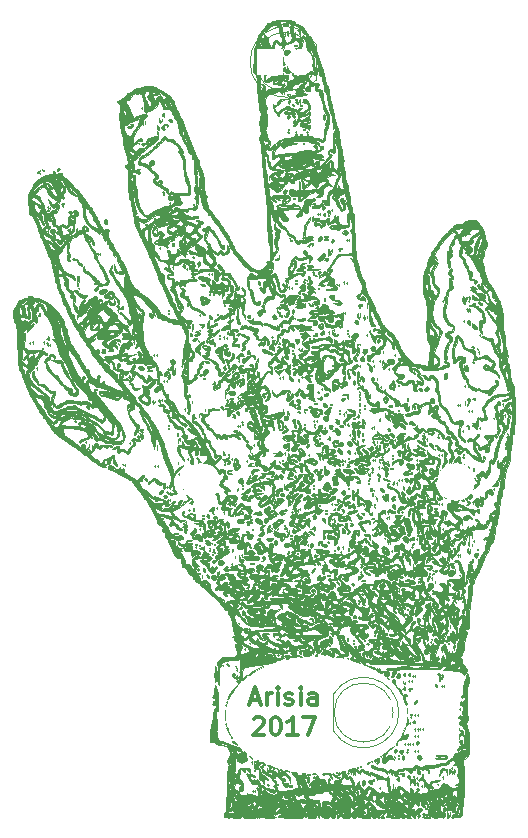
<source format=gbr>
G04 #@! TF.FileFunction,Legend,Top*
%FSLAX46Y46*%
G04 Gerber Fmt 4.6, Leading zero omitted, Abs format (unit mm)*
G04 Created by KiCad (PCBNEW 4.0.7-e2-6376~58~ubuntu16.04.1) date Wed Nov 29 21:12:47 2017*
%MOMM*%
%LPD*%
G01*
G04 APERTURE LIST*
%ADD10C,0.100000*%
%ADD11C,0.300000*%
%ADD12C,0.010000*%
%ADD13C,0.120000*%
%ADD14C,3.200000*%
%ADD15C,2.200000*%
%ADD16R,2.200000X2.200000*%
G04 APERTURE END LIST*
D10*
D11*
X117269771Y-121987200D02*
X117984057Y-121987200D01*
X117126914Y-122415771D02*
X117626914Y-120915771D01*
X118126914Y-122415771D01*
X118626914Y-122415771D02*
X118626914Y-121415771D01*
X118626914Y-121701486D02*
X118698342Y-121558629D01*
X118769771Y-121487200D01*
X118912628Y-121415771D01*
X119055485Y-121415771D01*
X119555485Y-122415771D02*
X119555485Y-121415771D01*
X119555485Y-120915771D02*
X119484056Y-120987200D01*
X119555485Y-121058629D01*
X119626913Y-120987200D01*
X119555485Y-120915771D01*
X119555485Y-121058629D01*
X120198342Y-122344343D02*
X120341199Y-122415771D01*
X120626914Y-122415771D01*
X120769771Y-122344343D01*
X120841199Y-122201486D01*
X120841199Y-122130057D01*
X120769771Y-121987200D01*
X120626914Y-121915771D01*
X120412628Y-121915771D01*
X120269771Y-121844343D01*
X120198342Y-121701486D01*
X120198342Y-121630057D01*
X120269771Y-121487200D01*
X120412628Y-121415771D01*
X120626914Y-121415771D01*
X120769771Y-121487200D01*
X121484057Y-122415771D02*
X121484057Y-121415771D01*
X121484057Y-120915771D02*
X121412628Y-120987200D01*
X121484057Y-121058629D01*
X121555485Y-120987200D01*
X121484057Y-120915771D01*
X121484057Y-121058629D01*
X122841200Y-122415771D02*
X122841200Y-121630057D01*
X122769771Y-121487200D01*
X122626914Y-121415771D01*
X122341200Y-121415771D01*
X122198343Y-121487200D01*
X122841200Y-122344343D02*
X122698343Y-122415771D01*
X122341200Y-122415771D01*
X122198343Y-122344343D01*
X122126914Y-122201486D01*
X122126914Y-122058629D01*
X122198343Y-121915771D01*
X122341200Y-121844343D01*
X122698343Y-121844343D01*
X122841200Y-121772914D01*
X117519772Y-123608629D02*
X117591201Y-123537200D01*
X117734058Y-123465771D01*
X118091201Y-123465771D01*
X118234058Y-123537200D01*
X118305487Y-123608629D01*
X118376915Y-123751486D01*
X118376915Y-123894343D01*
X118305487Y-124108629D01*
X117448344Y-124965771D01*
X118376915Y-124965771D01*
X119305486Y-123465771D02*
X119448343Y-123465771D01*
X119591200Y-123537200D01*
X119662629Y-123608629D01*
X119734058Y-123751486D01*
X119805486Y-124037200D01*
X119805486Y-124394343D01*
X119734058Y-124680057D01*
X119662629Y-124822914D01*
X119591200Y-124894343D01*
X119448343Y-124965771D01*
X119305486Y-124965771D01*
X119162629Y-124894343D01*
X119091200Y-124822914D01*
X119019772Y-124680057D01*
X118948343Y-124394343D01*
X118948343Y-124037200D01*
X119019772Y-123751486D01*
X119091200Y-123608629D01*
X119162629Y-123537200D01*
X119305486Y-123465771D01*
X121234057Y-124965771D02*
X120376914Y-124965771D01*
X120805486Y-124965771D02*
X120805486Y-123465771D01*
X120662629Y-123680057D01*
X120519771Y-123822914D01*
X120376914Y-123894343D01*
X121734057Y-123465771D02*
X122734057Y-123465771D01*
X122091200Y-124965771D01*
D12*
G36*
X135699907Y-119785283D02*
X135703795Y-119799100D01*
X135750026Y-120262430D01*
X135742725Y-120565308D01*
X135681895Y-120707640D01*
X135667499Y-120715393D01*
X135622844Y-120766861D01*
X135592049Y-120895752D01*
X135573561Y-121123776D01*
X135565830Y-121472642D01*
X135567304Y-121964060D01*
X135568756Y-122097325D01*
X135578503Y-122562707D01*
X135594965Y-122972566D01*
X135616251Y-123295065D01*
X135640469Y-123498370D01*
X135654986Y-123548922D01*
X135668659Y-123665302D01*
X135625590Y-123695826D01*
X135556809Y-123796935D01*
X135529214Y-123997227D01*
X135541342Y-124232012D01*
X135591732Y-124436597D01*
X135644275Y-124522704D01*
X135701448Y-124636116D01*
X135740585Y-124856680D01*
X135764224Y-125206001D01*
X135774111Y-125627065D01*
X135785605Y-126613085D01*
X135465269Y-126892757D01*
X135276541Y-127072892D01*
X135204078Y-127197383D01*
X135225793Y-127308216D01*
X135236547Y-127327515D01*
X135270277Y-127470141D01*
X135295015Y-127746992D01*
X135311135Y-128126290D01*
X135319009Y-128576260D01*
X135319011Y-129065123D01*
X135311515Y-129561103D01*
X135296893Y-130032423D01*
X135275520Y-130447306D01*
X135247769Y-130773975D01*
X135214012Y-130980652D01*
X135193020Y-131031667D01*
X135130322Y-131199918D01*
X135112634Y-131458252D01*
X135116160Y-131522107D01*
X135125480Y-131749779D01*
X135089770Y-131856978D01*
X134985719Y-131891165D01*
X134933266Y-131894477D01*
X134684753Y-131924911D01*
X134484823Y-131968145D01*
X134281562Y-132008245D01*
X134218268Y-131963565D01*
X134278523Y-131814263D01*
X134311042Y-131758139D01*
X134383652Y-131655538D01*
X134393472Y-131686359D01*
X134389751Y-131699164D01*
X134368022Y-131818544D01*
X134410289Y-131808094D01*
X134500616Y-131687262D01*
X134522997Y-131648558D01*
X134763933Y-131648558D01*
X134786749Y-131732729D01*
X134880748Y-131681969D01*
X134890933Y-131673600D01*
X134999612Y-131506433D01*
X135017933Y-131409233D01*
X134984390Y-131277324D01*
X134942325Y-131250267D01*
X134848981Y-131323800D01*
X134780762Y-131499994D01*
X134763933Y-131648558D01*
X134522997Y-131648558D01*
X134623071Y-131475502D01*
X134704121Y-131315406D01*
X134833723Y-131032148D01*
X134908296Y-130805555D01*
X134939510Y-130571195D01*
X134939036Y-130264632D01*
X134930599Y-130064934D01*
X134908433Y-129599267D01*
X134851737Y-130215689D01*
X134791053Y-130636995D01*
X134701700Y-130905821D01*
X134652487Y-130974665D01*
X134545809Y-131069487D01*
X134512248Y-131040315D01*
X134509933Y-130977073D01*
X134471564Y-130829788D01*
X134437497Y-130792159D01*
X134397206Y-130826877D01*
X134405034Y-130956496D01*
X134461029Y-131114256D01*
X134519803Y-131165600D01*
X134579199Y-131232617D01*
X134591584Y-131375410D01*
X134555246Y-131506595D01*
X134527057Y-131536017D01*
X134406485Y-131533020D01*
X134336557Y-131499977D01*
X134272085Y-131432379D01*
X134298266Y-131414946D01*
X134303874Y-131385329D01*
X134223923Y-131345238D01*
X134019804Y-131309836D01*
X133830471Y-131317186D01*
X133650646Y-131383892D01*
X133625003Y-131517228D01*
X133684102Y-131639960D01*
X133683940Y-131771901D01*
X133619830Y-131893960D01*
X133517170Y-132000151D01*
X133441907Y-131969521D01*
X133410875Y-131927600D01*
X133312192Y-131853555D01*
X133261100Y-131890469D01*
X133141567Y-131948760D01*
X132928050Y-131977483D01*
X132880100Y-131978159D01*
X132669488Y-131962091D01*
X132579614Y-131898264D01*
X132565266Y-131800600D01*
X132731933Y-131800600D01*
X132774266Y-131842934D01*
X133493933Y-131842934D01*
X133524911Y-131912624D01*
X133550377Y-131899378D01*
X133560510Y-131798898D01*
X133550377Y-131786489D01*
X133500043Y-131798111D01*
X133493933Y-131842934D01*
X132774266Y-131842934D01*
X132816600Y-131800600D01*
X132774266Y-131758267D01*
X132731933Y-131800600D01*
X132565266Y-131800600D01*
X132562600Y-131782457D01*
X132530566Y-131632251D01*
X132476320Y-131588934D01*
X132428351Y-131658537D01*
X132443165Y-131800600D01*
X132463770Y-131934658D01*
X132408404Y-131995459D01*
X132237035Y-132011755D01*
X132148445Y-132012267D01*
X131932998Y-131994409D01*
X131810935Y-131949665D01*
X131800600Y-131929717D01*
X131871818Y-131885494D01*
X132044331Y-131895913D01*
X132260863Y-131898753D01*
X132353746Y-131838381D01*
X132372170Y-131772065D01*
X132316869Y-131795489D01*
X132169329Y-131825343D01*
X131984583Y-131798827D01*
X131838760Y-131733841D01*
X131800600Y-131674104D01*
X131871840Y-131631773D01*
X132043763Y-131641819D01*
X132049156Y-131642878D01*
X132219486Y-131663975D01*
X132267795Y-131610487D01*
X132248682Y-131505095D01*
X132253744Y-131378023D01*
X132690720Y-131378023D01*
X132706861Y-131502098D01*
X132709176Y-131511054D01*
X132759387Y-131624543D01*
X132798630Y-131600508D01*
X132798245Y-131597344D01*
X132900190Y-131597344D01*
X132915273Y-131733103D01*
X132934706Y-131758267D01*
X132962967Y-131683334D01*
X132992352Y-131496570D01*
X132999765Y-131426722D01*
X133005203Y-131229016D01*
X132980592Y-131135150D01*
X132966324Y-131135386D01*
X132929301Y-131227858D01*
X132906062Y-131405387D01*
X132900190Y-131597344D01*
X132798245Y-131597344D01*
X132779933Y-131447142D01*
X132746195Y-131399996D01*
X132690720Y-131378023D01*
X132253744Y-131378023D01*
X132256208Y-131316197D01*
X132317625Y-131242897D01*
X132383445Y-131180490D01*
X132329766Y-131166897D01*
X132270075Y-131123267D01*
X133282266Y-131123267D01*
X133296406Y-131367846D01*
X133347950Y-131481940D01*
X133422506Y-131504267D01*
X133523808Y-131454245D01*
X133518465Y-131334934D01*
X133520405Y-131199286D01*
X133568725Y-131165600D01*
X133658653Y-131100735D01*
X133663266Y-131071875D01*
X133601761Y-131015046D01*
X133537282Y-131026495D01*
X133433240Y-131038312D01*
X133420308Y-131014387D01*
X133416272Y-130838836D01*
X133391035Y-130796717D01*
X133548295Y-130796717D01*
X133621315Y-130919253D01*
X133667718Y-130984181D01*
X133814334Y-131174593D01*
X133888493Y-131235533D01*
X133914564Y-131176449D01*
X133915798Y-131132803D01*
X134200370Y-131132803D01*
X134213600Y-131165600D01*
X134289682Y-131246371D01*
X134303263Y-131250267D01*
X134339629Y-131184761D01*
X134340600Y-131165600D01*
X134275512Y-131084187D01*
X134250936Y-131080934D01*
X134200370Y-131132803D01*
X133915798Y-131132803D01*
X133917266Y-131080934D01*
X133859157Y-130939229D01*
X133777144Y-130911600D01*
X133689045Y-130897360D01*
X133716168Y-130828105D01*
X133790736Y-130741748D01*
X133887467Y-130601834D01*
X133895385Y-130522830D01*
X133824769Y-130548138D01*
X133750545Y-130652720D01*
X133645327Y-130768797D01*
X133562882Y-130774886D01*
X133548295Y-130796717D01*
X133391035Y-130796717D01*
X133360006Y-130744932D01*
X133345766Y-130742267D01*
X133307888Y-130817979D01*
X133285173Y-131009528D01*
X133282266Y-131123267D01*
X132270075Y-131123267D01*
X132235114Y-131097714D01*
X132223933Y-131042807D01*
X132158960Y-130893805D01*
X132109348Y-130852307D01*
X131975656Y-130714260D01*
X131946699Y-130657600D01*
X131908211Y-130611001D01*
X131891950Y-130721100D01*
X131918514Y-130869577D01*
X131969933Y-130911600D01*
X132052178Y-130972173D01*
X132054600Y-130991005D01*
X131984310Y-131050014D01*
X131885266Y-131057654D01*
X131771117Y-131015912D01*
X131722941Y-130883348D01*
X131715933Y-130724249D01*
X131696172Y-130518930D01*
X131647116Y-130409273D01*
X131631266Y-130403600D01*
X131575304Y-130478029D01*
X131547331Y-130661044D01*
X131546600Y-130699934D01*
X131519060Y-130919107D01*
X131431166Y-130995731D01*
X131419600Y-130996267D01*
X131307351Y-130928494D01*
X131292600Y-130869267D01*
X131224827Y-130757018D01*
X131165600Y-130742267D01*
X131053066Y-130796259D01*
X131038600Y-130842643D01*
X130985406Y-130969701D01*
X130856536Y-131140251D01*
X130848100Y-131149493D01*
X130657600Y-131355967D01*
X130858670Y-131294056D01*
X131058072Y-131285281D01*
X131130493Y-131346627D01*
X131204391Y-131407997D01*
X131297940Y-131328264D01*
X131316019Y-131304148D01*
X131468376Y-131195714D01*
X131640949Y-131192302D01*
X131763881Y-131288667D01*
X131781202Y-131339072D01*
X131723121Y-131461088D01*
X131514754Y-131573584D01*
X131507008Y-131576414D01*
X131277102Y-131702570D01*
X131207933Y-131848414D01*
X131153559Y-131982631D01*
X131080933Y-132012267D01*
X130977761Y-131940731D01*
X130953933Y-131832567D01*
X130942278Y-131758267D01*
X131038600Y-131758267D01*
X131069578Y-131827957D01*
X131095044Y-131814711D01*
X131105177Y-131714232D01*
X131095044Y-131701822D01*
X131044710Y-131713445D01*
X131038600Y-131758267D01*
X130942278Y-131758267D01*
X130934803Y-131710622D01*
X130855615Y-131735264D01*
X130830642Y-131755189D01*
X130686738Y-131816048D01*
X130618975Y-131802892D01*
X130537328Y-131783383D01*
X130530600Y-131798332D01*
X130599089Y-131864229D01*
X130721100Y-131924962D01*
X130833127Y-131976999D01*
X130803679Y-131999648D01*
X130638528Y-132006900D01*
X130456139Y-131998799D01*
X130405085Y-131940285D01*
X130440077Y-131816001D01*
X130466737Y-131641310D01*
X130381952Y-131546600D01*
X130699933Y-131546600D01*
X130742266Y-131588934D01*
X130784600Y-131546600D01*
X130742266Y-131504267D01*
X130953933Y-131504267D01*
X130984911Y-131573957D01*
X131010377Y-131560711D01*
X131020510Y-131460232D01*
X131010377Y-131447822D01*
X130960043Y-131459445D01*
X130953933Y-131504267D01*
X130742266Y-131504267D01*
X130699933Y-131546600D01*
X130381952Y-131546600D01*
X130362129Y-131524457D01*
X130360845Y-131523652D01*
X130228875Y-131473065D01*
X130158707Y-131553406D01*
X130158099Y-131554982D01*
X130154400Y-131639052D01*
X130193501Y-131630298D01*
X130284087Y-131639247D01*
X130335978Y-131747033D01*
X130328347Y-131884107D01*
X130288963Y-131949103D01*
X130182988Y-131982387D01*
X130024227Y-131892418D01*
X129960221Y-131838847D01*
X129838019Y-131737994D01*
X129813630Y-131732262D01*
X129832100Y-131755302D01*
X129913866Y-131869088D01*
X129903269Y-131939354D01*
X129778824Y-131975453D01*
X129519044Y-131986737D01*
X129302933Y-131985660D01*
X128936636Y-131971314D01*
X128730801Y-131937151D01*
X128698433Y-131902430D01*
X128890130Y-131902430D01*
X129006600Y-131914232D01*
X129126795Y-131900926D01*
X129112433Y-131871527D01*
X128939091Y-131860344D01*
X128900766Y-131871527D01*
X128890130Y-131902430D01*
X128698433Y-131902430D01*
X128677359Y-131879825D01*
X128722769Y-131837937D01*
X129345266Y-131837937D01*
X129406727Y-131924155D01*
X129429933Y-131927600D01*
X129512398Y-131898713D01*
X129514600Y-131890264D01*
X129455271Y-131817978D01*
X129429933Y-131800600D01*
X129351914Y-131807313D01*
X129345266Y-131837937D01*
X128722769Y-131837937D01*
X128768241Y-131795992D01*
X128800283Y-131777281D01*
X128888287Y-131703950D01*
X128845711Y-131641099D01*
X129035369Y-131641099D01*
X129048933Y-131673600D01*
X129161092Y-131755106D01*
X129185926Y-131758267D01*
X129231830Y-131706101D01*
X129230045Y-131701822D01*
X129542822Y-131701822D01*
X129554444Y-131752157D01*
X129599266Y-131758267D01*
X129668956Y-131727289D01*
X129655711Y-131701822D01*
X129555231Y-131691689D01*
X129542822Y-131701822D01*
X129230045Y-131701822D01*
X129218266Y-131673600D01*
X129106107Y-131592094D01*
X129081273Y-131588934D01*
X129035369Y-131641099D01*
X128845711Y-131641099D01*
X128830926Y-131619274D01*
X128806365Y-131598421D01*
X128683213Y-131541165D01*
X128519882Y-131580072D01*
X128420015Y-131628122D01*
X128244326Y-131751963D01*
X128160994Y-131875609D01*
X128159933Y-131887441D01*
X128127027Y-132002412D01*
X128046489Y-131978008D01*
X127945592Y-131826720D01*
X127924129Y-131779434D01*
X127824970Y-131546600D01*
X127867064Y-131779434D01*
X127876825Y-131947430D01*
X127795531Y-132006990D01*
X127704938Y-132012267D01*
X127506362Y-131943232D01*
X127407987Y-131741124D01*
X127397933Y-131614467D01*
X127454123Y-131521566D01*
X127567383Y-131528829D01*
X127684714Y-131538159D01*
X127695702Y-131506591D01*
X127588574Y-131433654D01*
X127473468Y-131392680D01*
X127358236Y-131377787D01*
X127317369Y-131443235D01*
X127330549Y-131629331D01*
X127335442Y-131666498D01*
X127378521Y-131987676D01*
X126817859Y-131978805D01*
X126512764Y-131967752D01*
X126337724Y-131938876D01*
X126253571Y-131880410D01*
X126224614Y-131800600D01*
X126218634Y-131786489D01*
X126579488Y-131786489D01*
X126591111Y-131836823D01*
X126635933Y-131842934D01*
X126705623Y-131811955D01*
X126692377Y-131786489D01*
X126591898Y-131776356D01*
X126579488Y-131786489D01*
X126218634Y-131786489D01*
X126152843Y-131631267D01*
X126466600Y-131631267D01*
X126508933Y-131673600D01*
X126551266Y-131631267D01*
X126508933Y-131588934D01*
X126466600Y-131631267D01*
X126152843Y-131631267D01*
X126149136Y-131622523D01*
X126008326Y-131413441D01*
X125990648Y-131391937D01*
X125981063Y-131377267D01*
X126297266Y-131377267D01*
X126339600Y-131419600D01*
X126381933Y-131377267D01*
X126339600Y-131334934D01*
X126297266Y-131377267D01*
X125981063Y-131377267D01*
X125916522Y-131278489D01*
X126494822Y-131278489D01*
X126506444Y-131328823D01*
X126551266Y-131334934D01*
X126570803Y-131326249D01*
X126763470Y-131326249D01*
X126779401Y-131401931D01*
X126850257Y-131419600D01*
X126961213Y-131466166D01*
X126974600Y-131504267D01*
X126910170Y-131586473D01*
X126889933Y-131588934D01*
X126807726Y-131653363D01*
X126805266Y-131673600D01*
X126852935Y-131758461D01*
X126956898Y-131740624D01*
X127058589Y-131641815D01*
X127090569Y-131567767D01*
X127137455Y-131328955D01*
X127105254Y-131212947D01*
X126984495Y-131188186D01*
X126976808Y-131188713D01*
X126838794Y-131237804D01*
X126763470Y-131326249D01*
X126570803Y-131326249D01*
X126620956Y-131303955D01*
X126607711Y-131278489D01*
X126507231Y-131268356D01*
X126494822Y-131278489D01*
X125916522Y-131278489D01*
X125855124Y-131184524D01*
X125790225Y-130994073D01*
X125789266Y-130975660D01*
X125776843Y-130840001D01*
X125745816Y-130849745D01*
X125705550Y-130983285D01*
X125665409Y-131219015D01*
X125657979Y-131278570D01*
X125649709Y-131522320D01*
X125684119Y-131659262D01*
X125747684Y-131668277D01*
X125823543Y-131537065D01*
X125905757Y-131459534D01*
X126012535Y-131512311D01*
X126109215Y-131667065D01*
X126149149Y-131803186D01*
X126151490Y-131961038D01*
X126053137Y-132011182D01*
X126019692Y-132012267D01*
X125832084Y-131949191D01*
X125734892Y-131864100D01*
X125650890Y-131762559D01*
X125648223Y-131796018D01*
X125671117Y-131864100D01*
X125679566Y-131954978D01*
X125597754Y-131999050D01*
X125389803Y-132012022D01*
X125332658Y-132012267D01*
X125094627Y-132004771D01*
X124980713Y-131964271D01*
X124945804Y-131863749D01*
X124944375Y-131800600D01*
X125450600Y-131800600D01*
X125492933Y-131842934D01*
X125535266Y-131800600D01*
X125492933Y-131758267D01*
X125450600Y-131800600D01*
X124944375Y-131800600D01*
X124943896Y-131779434D01*
X124956538Y-131631620D01*
X125000333Y-131636090D01*
X125027266Y-131673600D01*
X125093582Y-131750707D01*
X125110636Y-131684400D01*
X125131748Y-131611240D01*
X125220416Y-131658322D01*
X125252701Y-131684400D01*
X125354766Y-131756672D01*
X125362632Y-131709642D01*
X125351910Y-131674893D01*
X125261520Y-131588934D01*
X125450600Y-131588934D01*
X125481578Y-131658624D01*
X125507044Y-131645378D01*
X125517177Y-131544898D01*
X125507044Y-131532489D01*
X125456710Y-131544111D01*
X125450600Y-131588934D01*
X125261520Y-131588934D01*
X125244429Y-131572681D01*
X125100320Y-131533043D01*
X124930827Y-131562040D01*
X124819770Y-131709193D01*
X124793878Y-131772320D01*
X124704088Y-131932410D01*
X124615223Y-131976083D01*
X124608367Y-131972674D01*
X124532575Y-131865285D01*
X124528814Y-131737232D01*
X124599103Y-131673630D01*
X124601276Y-131673600D01*
X124648136Y-131738489D01*
X124635622Y-131821767D01*
X124613367Y-131916503D01*
X124664939Y-131861106D01*
X124675026Y-131846976D01*
X124726065Y-131688227D01*
X124632271Y-131598122D01*
X124556603Y-131588934D01*
X124459807Y-131662625D01*
X124434600Y-131799652D01*
X124403333Y-131956234D01*
X124276908Y-131995935D01*
X124228648Y-131993325D01*
X124083258Y-131955357D01*
X124053652Y-131840114D01*
X124067845Y-131750542D01*
X124066156Y-131549204D01*
X124064438Y-131546600D01*
X124265266Y-131546600D01*
X124307600Y-131588934D01*
X124349933Y-131546600D01*
X124307600Y-131504267D01*
X124265266Y-131546600D01*
X124064438Y-131546600D01*
X124006714Y-131459120D01*
X123940398Y-131440696D01*
X123963822Y-131495997D01*
X123993745Y-131651861D01*
X123975291Y-131805412D01*
X123896250Y-131958486D01*
X123729049Y-132010495D01*
X123665990Y-132012267D01*
X123489094Y-131990132D01*
X123462177Y-131918685D01*
X123468357Y-131906434D01*
X123493007Y-131843350D01*
X123417033Y-131903487D01*
X123306541Y-131956056D01*
X123196757Y-131862624D01*
X123195638Y-131861154D01*
X123110504Y-131762126D01*
X123084940Y-131802102D01*
X123082626Y-131864100D01*
X123060449Y-132008561D01*
X123011244Y-132009793D01*
X122948834Y-131888900D01*
X122887040Y-131666985D01*
X122863419Y-131539545D01*
X123001950Y-131539545D01*
X123017517Y-131649359D01*
X123046419Y-131650670D01*
X123066630Y-131537353D01*
X123053103Y-131488392D01*
X123015508Y-131456322D01*
X123001950Y-131539545D01*
X122863419Y-131539545D01*
X122860803Y-131525434D01*
X122804787Y-131240495D01*
X122738876Y-131085379D01*
X122643609Y-131020845D01*
X122606857Y-131013348D01*
X122417500Y-131055157D01*
X122314607Y-131140348D01*
X122242757Y-131241143D01*
X122277816Y-131221783D01*
X122317783Y-131186767D01*
X122513029Y-131078133D01*
X122663917Y-131130526D01*
X122759982Y-131339063D01*
X122771590Y-131398434D01*
X122818063Y-131712808D01*
X122815000Y-131895966D01*
X122742952Y-131983329D01*
X122582470Y-132010317D01*
X122434566Y-132012267D01*
X122202785Y-132006086D01*
X122110418Y-131977787D01*
X122127711Y-131912733D01*
X122156653Y-131875563D01*
X122220298Y-131757279D01*
X122157228Y-131650533D01*
X122097028Y-131598707D01*
X121979300Y-131458630D01*
X121958682Y-131354354D01*
X121934935Y-131286985D01*
X121859341Y-131301601D01*
X121755200Y-131289200D01*
X121722753Y-131183322D01*
X121758537Y-131048137D01*
X121839037Y-131048137D01*
X121852266Y-131080934D01*
X121928348Y-131161704D01*
X121941930Y-131165600D01*
X121978295Y-131100094D01*
X121979266Y-131080934D01*
X121914178Y-130999520D01*
X121889603Y-130996267D01*
X121839037Y-131048137D01*
X121758537Y-131048137D01*
X121759922Y-131042907D01*
X121864626Y-130926897D01*
X121872728Y-130922158D01*
X121886456Y-130911600D01*
X122148600Y-130911600D01*
X122179578Y-130981290D01*
X122205044Y-130968045D01*
X122215177Y-130867565D01*
X122205044Y-130855156D01*
X122154710Y-130866778D01*
X122148600Y-130911600D01*
X121886456Y-130911600D01*
X121974264Y-130844073D01*
X121938450Y-130783209D01*
X121860163Y-130757539D01*
X122360266Y-130757539D01*
X122635433Y-130836990D01*
X122821612Y-130923796D01*
X122909553Y-131029846D01*
X122910600Y-131041021D01*
X122934019Y-131152391D01*
X122952933Y-131165600D01*
X122984790Y-131092948D01*
X122995266Y-130953934D01*
X122975991Y-130815035D01*
X122885633Y-130757497D01*
X122677766Y-130749903D01*
X122360266Y-130757539D01*
X121860163Y-130757539D01*
X121751148Y-130721794D01*
X121704100Y-130710231D01*
X121526897Y-130693316D01*
X121471332Y-130765490D01*
X121471266Y-130769979D01*
X121529180Y-130995726D01*
X121674964Y-131260942D01*
X121866685Y-131496354D01*
X121959087Y-131575803D01*
X122104874Y-131700966D01*
X122123069Y-131797536D01*
X122070646Y-131877178D01*
X121936138Y-131962651D01*
X121862199Y-131940873D01*
X121740196Y-131875230D01*
X121588723Y-131824593D01*
X121464555Y-131802535D01*
X121424467Y-131822625D01*
X121437903Y-131839452D01*
X121578570Y-131919504D01*
X121682933Y-131954916D01*
X121666168Y-131969854D01*
X121504976Y-131981166D01*
X121224238Y-131988014D01*
X120848837Y-131989559D01*
X120685146Y-131988569D01*
X120215442Y-131982231D01*
X119890758Y-131970730D01*
X119686795Y-131951053D01*
X119579254Y-131920186D01*
X119543835Y-131875116D01*
X119545390Y-131847202D01*
X119639124Y-131740503D01*
X119654319Y-131738025D01*
X121761988Y-131738025D01*
X121845211Y-131751583D01*
X121955025Y-131736016D01*
X121956336Y-131707114D01*
X121843019Y-131686903D01*
X121794058Y-131700430D01*
X121761988Y-131738025D01*
X119654319Y-131738025D01*
X119717677Y-131727693D01*
X119845225Y-131701426D01*
X119839377Y-131628468D01*
X119714433Y-131567741D01*
X119534969Y-131591695D01*
X119418100Y-131659322D01*
X119303672Y-131724471D01*
X119269933Y-131692887D01*
X119330344Y-131588607D01*
X119435763Y-131479096D01*
X119661463Y-131479096D01*
X119777933Y-131490898D01*
X119898128Y-131477593D01*
X119883766Y-131448194D01*
X119710424Y-131437011D01*
X119672100Y-131448194D01*
X119661463Y-131479096D01*
X119435763Y-131479096D01*
X119483302Y-131429712D01*
X119576087Y-131348903D01*
X119730141Y-131196788D01*
X120979450Y-131196788D01*
X121026766Y-131221673D01*
X121125163Y-131332804D01*
X121132600Y-131377267D01*
X121207749Y-131511389D01*
X121367385Y-131582249D01*
X121343738Y-131526154D01*
X121254612Y-131381543D01*
X121251814Y-131377267D01*
X121386600Y-131377267D01*
X121428933Y-131419600D01*
X121471266Y-131377267D01*
X121428933Y-131334934D01*
X121386600Y-131377267D01*
X121251814Y-131377267D01*
X121123673Y-131228035D01*
X121017029Y-131172284D01*
X120979450Y-131196788D01*
X119730141Y-131196788D01*
X119758612Y-131168676D01*
X119770736Y-131144824D01*
X119972252Y-131144824D01*
X119998911Y-131130490D01*
X120062082Y-131053859D01*
X120161942Y-130947682D01*
X120226292Y-130976382D01*
X120273147Y-131053859D01*
X120357593Y-131156923D01*
X120449489Y-131111959D01*
X120471160Y-131089679D01*
X120506581Y-131038600D01*
X120641105Y-131038600D01*
X120650257Y-131183196D01*
X120676761Y-131195927D01*
X120680135Y-131188378D01*
X120687326Y-131116211D01*
X121308617Y-131116211D01*
X121324184Y-131226025D01*
X121353086Y-131227336D01*
X121373297Y-131114019D01*
X121359770Y-131065059D01*
X121322175Y-131032988D01*
X121308617Y-131116211D01*
X120687326Y-131116211D01*
X120696884Y-131020299D01*
X120683273Y-130934378D01*
X120656322Y-130899851D01*
X120641664Y-131012308D01*
X120641105Y-131038600D01*
X120506581Y-131038600D01*
X120521266Y-131017424D01*
X120485305Y-131025693D01*
X120377559Y-131009756D01*
X120339795Y-130953447D01*
X120244203Y-130836986D01*
X120124912Y-130877666D01*
X120030241Y-131017434D01*
X119972252Y-131144824D01*
X119770736Y-131144824D01*
X119828519Y-131031154D01*
X119821155Y-130997705D01*
X119731756Y-130965844D01*
X119574875Y-131073095D01*
X119557334Y-131089325D01*
X119417303Y-131244389D01*
X119354817Y-131360071D01*
X119354600Y-131364192D01*
X119302784Y-131486861D01*
X119214477Y-131603433D01*
X119135293Y-131724840D01*
X119177141Y-131758267D01*
X119235494Y-131810972D01*
X119218707Y-131857322D01*
X119214604Y-131920902D01*
X119298377Y-131902312D01*
X119415922Y-131888949D01*
X119439266Y-131918726D01*
X119362800Y-131954401D01*
X119165228Y-131977410D01*
X118894287Y-131987950D01*
X118597715Y-131986219D01*
X118323249Y-131972411D01*
X118118628Y-131946723D01*
X118033206Y-131912941D01*
X117938570Y-131890980D01*
X117865395Y-131933856D01*
X117782774Y-131974596D01*
X117749891Y-131889744D01*
X117745933Y-131769351D01*
X117741971Y-131752754D01*
X118105358Y-131752754D01*
X118116939Y-131758267D01*
X118194205Y-131698663D01*
X118210513Y-131675165D01*
X118858833Y-131675165D01*
X118921709Y-131625860D01*
X119056121Y-131485967D01*
X119247727Y-131266853D01*
X119254571Y-131258745D01*
X119434593Y-131033892D01*
X119503605Y-130913519D01*
X119469510Y-130881553D01*
X119437157Y-130887620D01*
X119299947Y-130982188D01*
X119268636Y-131069642D01*
X119254592Y-131161498D01*
X119192628Y-131103750D01*
X119175983Y-131080934D01*
X119110930Y-131002352D01*
X119122270Y-131071393D01*
X119130215Y-131096696D01*
X119113319Y-131258201D01*
X119009477Y-131450843D01*
X119005057Y-131456530D01*
X118881835Y-131622511D01*
X118858833Y-131675165D01*
X118210513Y-131675165D01*
X118211600Y-131673600D01*
X118233174Y-131594446D01*
X118221593Y-131588934D01*
X118144328Y-131648537D01*
X118126933Y-131673600D01*
X118105358Y-131752754D01*
X117741971Y-131752754D01*
X117693941Y-131551597D01*
X117915266Y-131551597D01*
X117956312Y-131639232D01*
X117999933Y-131631267D01*
X118081370Y-131523024D01*
X118084600Y-131499270D01*
X118020021Y-131421881D01*
X117999933Y-131419600D01*
X117925628Y-131488516D01*
X117915266Y-131551597D01*
X117693941Y-131551597D01*
X117684172Y-131510684D01*
X117576600Y-131399951D01*
X117499057Y-131317891D01*
X117668531Y-131317891D01*
X117719769Y-131328249D01*
X117854072Y-131273868D01*
X117872933Y-131250267D01*
X117985092Y-131168761D01*
X118009926Y-131165600D01*
X118052256Y-131219336D01*
X118034181Y-131263349D01*
X118024122Y-131322133D01*
X118061298Y-131307001D01*
X118154495Y-131186232D01*
X118191797Y-131088588D01*
X118192652Y-131058328D01*
X118464005Y-131058328D01*
X118477315Y-131123267D01*
X118537410Y-131234668D01*
X118559325Y-131250267D01*
X118588922Y-131181130D01*
X118592600Y-131123267D01*
X118590936Y-131119034D01*
X118941088Y-131119034D01*
X118951707Y-131242365D01*
X118972593Y-131198249D01*
X118990563Y-131123267D01*
X119089858Y-130927782D01*
X119166258Y-130848100D01*
X119241007Y-130764881D01*
X119218382Y-130742267D01*
X119062889Y-130815441D01*
X118958155Y-130988996D01*
X118941088Y-131119034D01*
X118590936Y-131119034D01*
X118548291Y-131010574D01*
X118510590Y-130996267D01*
X118464005Y-131058328D01*
X118192652Y-131058328D01*
X118195142Y-130970332D01*
X118105758Y-130973775D01*
X118020234Y-130975713D01*
X118003243Y-130864041D01*
X118015354Y-130760245D01*
X118022185Y-130651250D01*
X119455494Y-130651250D01*
X119496364Y-130728453D01*
X119566266Y-130742267D01*
X119671640Y-130699307D01*
X119677038Y-130651250D01*
X119589630Y-130563776D01*
X119566266Y-130560234D01*
X119466992Y-130626148D01*
X119455494Y-130651250D01*
X118022185Y-130651250D01*
X118022450Y-130647030D01*
X118275932Y-130647030D01*
X118337955Y-130606451D01*
X118349106Y-130595511D01*
X118408772Y-130496470D01*
X118727604Y-130496470D01*
X118730535Y-130505961D01*
X118823316Y-130546243D01*
X118993527Y-130570126D01*
X119165936Y-130572884D01*
X119265309Y-130549786D01*
X119269933Y-130539863D01*
X119195755Y-130509186D01*
X119013773Y-130477118D01*
X118979539Y-130472891D01*
X118799471Y-130467159D01*
X118727604Y-130496470D01*
X118408772Y-130496470D01*
X118415982Y-130484503D01*
X118406915Y-130443693D01*
X118343933Y-130469101D01*
X118301710Y-130548115D01*
X118275932Y-130647030D01*
X118022450Y-130647030D01*
X118025968Y-130590911D01*
X118000044Y-130531219D01*
X117995734Y-130533195D01*
X117946560Y-130632370D01*
X117896126Y-130834707D01*
X117884189Y-130902623D01*
X117825783Y-131124891D01*
X117746701Y-131263967D01*
X117724901Y-131278815D01*
X117668531Y-131317891D01*
X117499057Y-131317891D01*
X117442654Y-131258204D01*
X117426907Y-131207934D01*
X117491933Y-131207934D01*
X117534266Y-131250267D01*
X117576600Y-131207934D01*
X117534266Y-131165600D01*
X117491933Y-131207934D01*
X117426907Y-131207934D01*
X117407266Y-131145234D01*
X117338653Y-131017552D01*
X117259100Y-130994970D01*
X117161969Y-130980471D01*
X117225126Y-130921512D01*
X117235481Y-130914907D01*
X117309988Y-130818391D01*
X117294377Y-130770489D01*
X117195708Y-130761712D01*
X117169829Y-130787052D01*
X117044116Y-130868927D01*
X116941600Y-130898483D01*
X116782004Y-130941269D01*
X116728685Y-130982215D01*
X116804319Y-130996397D01*
X116856933Y-130991533D01*
X117087996Y-131007297D01*
X117262562Y-131096057D01*
X117322600Y-131214013D01*
X117389583Y-131341292D01*
X117491933Y-131419600D01*
X117633473Y-131586740D01*
X117661266Y-131761246D01*
X117654681Y-131899004D01*
X117608622Y-131974045D01*
X117483635Y-132005422D01*
X117240263Y-132012188D01*
X117141433Y-132012267D01*
X116815887Y-131998293D01*
X116616315Y-131949910D01*
X116506226Y-131864100D01*
X116422389Y-131762928D01*
X116420102Y-131797470D01*
X116443180Y-131866002D01*
X116454201Y-131953647D01*
X116383625Y-131995572D01*
X116195978Y-132004329D01*
X116062388Y-132000740D01*
X115817613Y-131978645D01*
X115660583Y-131938671D01*
X115629266Y-131909175D01*
X115681932Y-131871176D01*
X115713933Y-131885267D01*
X115791952Y-131878554D01*
X115798600Y-131847930D01*
X115749668Y-131764005D01*
X115649704Y-131786514D01*
X115575217Y-131885267D01*
X115526403Y-131968220D01*
X115433507Y-131994501D01*
X115245748Y-131971877D01*
X115138750Y-131952032D01*
X114998771Y-131890920D01*
X114995012Y-131800600D01*
X115290600Y-131800600D01*
X115332933Y-131842934D01*
X115375266Y-131800600D01*
X115332933Y-131758267D01*
X115290600Y-131800600D01*
X114995012Y-131800600D01*
X114993127Y-131755308D01*
X115000099Y-131730729D01*
X115076599Y-131547612D01*
X115105435Y-131504267D01*
X115375266Y-131504267D01*
X115447803Y-131567624D01*
X115589590Y-131588934D01*
X115769906Y-131633775D01*
X115852648Y-131715934D01*
X115934837Y-131822478D01*
X116022999Y-131834752D01*
X116052600Y-131767325D01*
X115985221Y-131674769D01*
X115925600Y-131642982D01*
X115813564Y-131526401D01*
X115798600Y-131455532D01*
X115749144Y-131357579D01*
X115664675Y-131368208D01*
X115503372Y-131413894D01*
X115453008Y-131419600D01*
X115377479Y-131484235D01*
X115375266Y-131504267D01*
X115105435Y-131504267D01*
X115130782Y-131466167D01*
X115168243Y-131346311D01*
X115169368Y-131336375D01*
X116194904Y-131336375D01*
X116200746Y-131398434D01*
X116233828Y-131618027D01*
X116271013Y-131745397D01*
X116284170Y-131758267D01*
X116302305Y-131683254D01*
X116296812Y-131493605D01*
X116286339Y-131383138D01*
X116279944Y-131115852D01*
X116319758Y-130926207D01*
X116338223Y-130896305D01*
X116363094Y-130855590D01*
X116297082Y-130911600D01*
X116206050Y-131073189D01*
X116194904Y-131336375D01*
X115169368Y-131336375D01*
X115195261Y-131107863D01*
X115195604Y-131098225D01*
X115459933Y-131098225D01*
X115479373Y-131215768D01*
X115562127Y-131185533D01*
X115586933Y-131165600D01*
X115688188Y-131001412D01*
X115713201Y-130862951D01*
X115980156Y-130862951D01*
X116000120Y-130907130D01*
X116047603Y-130911600D01*
X116162412Y-130850108D01*
X116179000Y-130827903D01*
X116165372Y-130779791D01*
X116099330Y-130794628D01*
X115980156Y-130862951D01*
X115713201Y-130862951D01*
X115713933Y-130858900D01*
X115693417Y-130742267D01*
X117407266Y-130742267D01*
X117433877Y-130928187D01*
X117532888Y-130993646D01*
X117576600Y-130996267D01*
X117712741Y-130952222D01*
X117743240Y-130890434D01*
X117695170Y-130747937D01*
X117591575Y-130590912D01*
X117484963Y-130494292D01*
X117461432Y-130488267D01*
X117423377Y-130561950D01*
X117407269Y-130739442D01*
X117407266Y-130742267D01*
X115693417Y-130742267D01*
X115686820Y-130704766D01*
X115638325Y-130657600D01*
X116814600Y-130657600D01*
X116845578Y-130727290D01*
X116871044Y-130714045D01*
X116881177Y-130613565D01*
X116871044Y-130601156D01*
X116820710Y-130612778D01*
X116814600Y-130657600D01*
X115638325Y-130657600D01*
X115542868Y-130732871D01*
X115476707Y-130921360D01*
X115459933Y-131098225D01*
X115195604Y-131098225D01*
X115206192Y-130801497D01*
X115206215Y-130788834D01*
X115209980Y-130487350D01*
X115211348Y-130430421D01*
X115729270Y-130430421D01*
X115798600Y-130488267D01*
X115913352Y-130558264D01*
X115992851Y-130557493D01*
X116088008Y-130521542D01*
X116156791Y-130445934D01*
X116306600Y-130445934D01*
X116352317Y-130558605D01*
X116391266Y-130572934D01*
X116466381Y-130504357D01*
X116475933Y-130445934D01*
X116445032Y-130369778D01*
X116640082Y-130369778D01*
X116757155Y-130383138D01*
X116814600Y-130383957D01*
X116968635Y-130375130D01*
X116980086Y-130361267D01*
X117322600Y-130361267D01*
X117364933Y-130403600D01*
X117407266Y-130361267D01*
X117393155Y-130347156D01*
X117943488Y-130347156D01*
X117955111Y-130397490D01*
X117999933Y-130403600D01*
X118069623Y-130372622D01*
X118056377Y-130347156D01*
X118011329Y-130342613D01*
X119771707Y-130342613D01*
X119906336Y-130399853D01*
X120117600Y-130451041D01*
X120376869Y-130506829D01*
X120558980Y-130547554D01*
X120613800Y-130561244D01*
X120596066Y-130518270D01*
X120544151Y-130451016D01*
X120379668Y-130338749D01*
X120258618Y-130302850D01*
X120109136Y-130225270D01*
X120073186Y-130134409D01*
X120069483Y-130117294D01*
X120504570Y-130117294D01*
X120599165Y-130247879D01*
X120644540Y-130297767D01*
X120799514Y-130511624D01*
X120826981Y-130719117D01*
X120819844Y-130763434D01*
X120814122Y-130941464D01*
X120868729Y-130996267D01*
X120939356Y-130923770D01*
X120963266Y-130781172D01*
X120918445Y-130588911D01*
X120808353Y-130368115D01*
X120742123Y-130276600D01*
X120881192Y-130276600D01*
X120916130Y-130291745D01*
X120963266Y-130234267D01*
X121024299Y-130169896D01*
X121045508Y-130254880D01*
X121046636Y-130306825D01*
X121082812Y-130453311D01*
X121165350Y-130461326D01*
X121248929Y-130473270D01*
X121247628Y-130600435D01*
X121227539Y-130722671D01*
X121251456Y-130693905D01*
X121298320Y-130590034D01*
X121336949Y-130530600D01*
X122063933Y-130530600D01*
X122106266Y-130572934D01*
X122148600Y-130530600D01*
X122106266Y-130488267D01*
X122063933Y-130530600D01*
X121336949Y-130530600D01*
X121380395Y-130463755D01*
X121511578Y-130424589D01*
X121702875Y-130441995D01*
X121877613Y-130460108D01*
X121931807Y-130449498D01*
X121915766Y-130439006D01*
X121833706Y-130324845D01*
X121809933Y-130184878D01*
X121801215Y-130161433D01*
X122063933Y-130161433D01*
X122141354Y-130312913D01*
X122346315Y-130426981D01*
X122637861Y-130483064D01*
X122709163Y-130485574D01*
X123058061Y-130488267D01*
X123117596Y-131014490D01*
X123165474Y-131372691D01*
X123213454Y-131583585D01*
X123267116Y-131669110D01*
X123285228Y-131673600D01*
X123287864Y-131599749D01*
X123263150Y-131414884D01*
X123258276Y-131386813D01*
X124257187Y-131386813D01*
X124386794Y-131394945D01*
X124470290Y-131392102D01*
X124691439Y-131356012D01*
X124814997Y-131287367D01*
X124823774Y-131268078D01*
X124819734Y-131220111D01*
X124802194Y-131248150D01*
X124699929Y-131331834D01*
X124676547Y-131334934D01*
X124634868Y-131281602D01*
X124651487Y-131241820D01*
X124655113Y-131189881D01*
X124550650Y-131230379D01*
X124355694Y-131322928D01*
X124265266Y-131360734D01*
X124257187Y-131386813D01*
X123258276Y-131386813D01*
X123249266Y-131334934D01*
X123240346Y-131207934D01*
X123757266Y-131207934D01*
X123799600Y-131250267D01*
X123841933Y-131207934D01*
X123799600Y-131165600D01*
X123757266Y-131207934D01*
X123240346Y-131207934D01*
X123232002Y-131089135D01*
X123295012Y-130989025D01*
X123436184Y-131037273D01*
X123466957Y-131059767D01*
X123477827Y-131060420D01*
X123392588Y-130977322D01*
X123266018Y-130791580D01*
X123266090Y-130790943D01*
X123341701Y-130790943D01*
X123389054Y-130828897D01*
X123551122Y-130874495D01*
X123570082Y-130878397D01*
X123807323Y-130967165D01*
X123977727Y-131090651D01*
X124110448Y-131223372D01*
X124168134Y-131223794D01*
X124174763Y-131155401D01*
X124953168Y-131155401D01*
X124991182Y-131131990D01*
X125070608Y-131060372D01*
X125175887Y-130935717D01*
X125150085Y-130840082D01*
X125117050Y-130806372D01*
X125038068Y-130742710D01*
X125060630Y-130802660D01*
X125064467Y-130809476D01*
X125069591Y-130958464D01*
X125018026Y-131063476D01*
X124953168Y-131155401D01*
X124174763Y-131155401D01*
X124180600Y-131095198D01*
X124131643Y-130983562D01*
X123964208Y-130898201D01*
X123856931Y-130869267D01*
X124265266Y-130869267D01*
X124307600Y-130911600D01*
X124603933Y-130911600D01*
X124634911Y-130981290D01*
X124660377Y-130968045D01*
X124670510Y-130867565D01*
X124660377Y-130855156D01*
X124610043Y-130866778D01*
X124603933Y-130911600D01*
X124307600Y-130911600D01*
X124349933Y-130869267D01*
X124307600Y-130826934D01*
X124265266Y-130869267D01*
X123856931Y-130869267D01*
X123778558Y-130848129D01*
X123538674Y-130801235D01*
X123377042Y-130784618D01*
X123341701Y-130790943D01*
X123266090Y-130790943D01*
X123266814Y-130784600D01*
X124773266Y-130784600D01*
X124815600Y-130826934D01*
X124857933Y-130784600D01*
X124815600Y-130742267D01*
X124773266Y-130784600D01*
X123266814Y-130784600D01*
X123283418Y-130639232D01*
X123430449Y-130559071D01*
X123547540Y-130558122D01*
X123749092Y-130609051D01*
X123863750Y-130685122D01*
X123949914Y-130718016D01*
X124082591Y-130603110D01*
X124085014Y-130600242D01*
X124355666Y-130600242D01*
X124404075Y-130683521D01*
X124507673Y-130703211D01*
X124589863Y-130606336D01*
X124603933Y-130525603D01*
X124557695Y-130452115D01*
X125462505Y-130452115D01*
X125504402Y-130587094D01*
X125565478Y-130657545D01*
X125567016Y-130657600D01*
X125578607Y-130589065D01*
X125558920Y-130484909D01*
X125506989Y-130364925D01*
X125471720Y-130354257D01*
X125462505Y-130452115D01*
X124557695Y-130452115D01*
X124536050Y-130417715D01*
X124476933Y-130403600D01*
X124370433Y-130466738D01*
X124355666Y-130600242D01*
X124085014Y-130600242D01*
X124086704Y-130598242D01*
X124180268Y-130413510D01*
X124202769Y-130209003D01*
X124188546Y-130157367D01*
X124485973Y-130157367D01*
X124538096Y-130287797D01*
X124576348Y-130335230D01*
X124705236Y-130433346D01*
X124778733Y-130394754D01*
X124890339Y-130343746D01*
X124946215Y-130363501D01*
X125012956Y-130383336D01*
X124984125Y-130317627D01*
X124964968Y-130242863D01*
X125067686Y-130264150D01*
X125170310Y-130291031D01*
X125137524Y-130223431D01*
X125112675Y-130192828D01*
X124993899Y-130110451D01*
X124889033Y-130158923D01*
X124748478Y-130209706D01*
X124659643Y-130160702D01*
X124533236Y-130100863D01*
X124485973Y-130157367D01*
X124188546Y-130157367D01*
X124157497Y-130044647D01*
X124052788Y-129980267D01*
X123934470Y-129914110D01*
X124697039Y-129914110D01*
X124705479Y-130107267D01*
X124760539Y-129911907D01*
X124806738Y-129779590D01*
X124869943Y-129775445D01*
X124995416Y-129884086D01*
X125218811Y-130021655D01*
X125418750Y-130079446D01*
X125614223Y-130144999D01*
X125689321Y-130297767D01*
X125733213Y-130446575D01*
X125776671Y-130488267D01*
X125833391Y-130561846D01*
X125910473Y-130749229D01*
X125953188Y-130881890D01*
X126027601Y-131109563D01*
X126084563Y-131196830D01*
X126145705Y-131168048D01*
X126174787Y-131131402D01*
X126267830Y-131041985D01*
X126324364Y-131097613D01*
X126365683Y-131150450D01*
X126373952Y-131123267D01*
X126357376Y-131062495D01*
X127231174Y-131062495D01*
X127241547Y-131211313D01*
X127279522Y-131207687D01*
X127320048Y-131144434D01*
X127428545Y-131022203D01*
X127491803Y-130996267D01*
X127538445Y-131048386D01*
X127524933Y-131080934D01*
X127512555Y-131223672D01*
X127524933Y-131250267D01*
X127595451Y-131329274D01*
X127621079Y-131253183D01*
X127619206Y-131154082D01*
X127535856Y-130978989D01*
X127419100Y-130902810D01*
X127281902Y-130872978D01*
X127234552Y-130953313D01*
X127231174Y-131062495D01*
X126357376Y-131062495D01*
X126336242Y-130985017D01*
X126319192Y-130953934D01*
X126466600Y-130953934D01*
X126508933Y-130996267D01*
X126551266Y-130953934D01*
X126508933Y-130911600D01*
X126466600Y-130953934D01*
X126319192Y-130953934D01*
X126295970Y-130911600D01*
X126214499Y-130829717D01*
X126138366Y-130899799D01*
X126137189Y-130901620D01*
X126070434Y-130959087D01*
X126017897Y-130864034D01*
X126010189Y-130838120D01*
X125941426Y-130597476D01*
X125932987Y-130567937D01*
X126043266Y-130567937D01*
X126104727Y-130654155D01*
X126127933Y-130657600D01*
X126210398Y-130628713D01*
X126212600Y-130620264D01*
X126202708Y-130608211D01*
X126388617Y-130608211D01*
X126404184Y-130718025D01*
X126433086Y-130719336D01*
X126436546Y-130699934D01*
X126727847Y-130699934D01*
X126735812Y-130820933D01*
X126767335Y-130786355D01*
X126805266Y-130699934D01*
X126857250Y-130599570D01*
X126878617Y-130646342D01*
X126883982Y-130763434D01*
X126921375Y-130944344D01*
X126991207Y-130989988D01*
X127048879Y-130894981D01*
X127059266Y-130784600D01*
X127086730Y-130624355D01*
X127181260Y-130587182D01*
X127361061Y-130673471D01*
X127530582Y-130794649D01*
X127736499Y-130999016D01*
X127820769Y-131190971D01*
X127821266Y-131204353D01*
X127843265Y-131327005D01*
X127941000Y-131374138D01*
X128138766Y-131372471D01*
X128436153Y-131356090D01*
X128715350Y-131344004D01*
X128722374Y-131343767D01*
X128935758Y-131297100D01*
X128937890Y-131295166D01*
X129790497Y-131295166D01*
X129807451Y-131329301D01*
X129888184Y-131416834D01*
X129897703Y-131377267D01*
X130445933Y-131377267D01*
X130488266Y-131419600D01*
X130530600Y-131377267D01*
X130488266Y-131334934D01*
X130445933Y-131377267D01*
X129897703Y-131377267D01*
X129903035Y-131355104D01*
X129882483Y-131288949D01*
X129820149Y-131196743D01*
X129791995Y-131198649D01*
X129790497Y-131295166D01*
X128937890Y-131295166D01*
X129038905Y-131203536D01*
X129046432Y-131116211D01*
X129267284Y-131116211D01*
X129282850Y-131226025D01*
X129311752Y-131227336D01*
X129325298Y-131151391D01*
X130032474Y-131151391D01*
X130044905Y-131225432D01*
X130107266Y-131207934D01*
X130180935Y-131087105D01*
X130190636Y-131012437D01*
X130176935Y-130917684D01*
X130118403Y-130979229D01*
X130107266Y-130996267D01*
X130032474Y-131151391D01*
X129325298Y-131151391D01*
X129331964Y-131114019D01*
X129318436Y-131065059D01*
X129280842Y-131032988D01*
X129267284Y-131116211D01*
X129046432Y-131116211D01*
X129046521Y-131115185D01*
X129012861Y-131119397D01*
X128913608Y-131118518D01*
X128900707Y-131102628D01*
X128883083Y-131104002D01*
X128890819Y-131144434D01*
X128850091Y-131228903D01*
X128699738Y-131247868D01*
X128484329Y-131205812D01*
X128248431Y-131107222D01*
X128191093Y-131074028D01*
X128035398Y-130953934D01*
X128329266Y-130953934D01*
X128371600Y-130996267D01*
X128413933Y-130953934D01*
X128371600Y-130911600D01*
X128329266Y-130953934D01*
X128035398Y-130953934D01*
X128008682Y-130933327D01*
X127911072Y-130803559D01*
X127905933Y-130777695D01*
X127857944Y-130669528D01*
X127821266Y-130657600D01*
X127742712Y-130590767D01*
X127736793Y-130551767D01*
X127811126Y-130473988D01*
X127992819Y-130436815D01*
X127992857Y-130436814D01*
X128158614Y-130441584D01*
X128210562Y-130465608D01*
X128209025Y-130467397D01*
X128240014Y-130538437D01*
X128358821Y-130662161D01*
X128514562Y-130794116D01*
X128656351Y-130889849D01*
X128717504Y-130911600D01*
X128713729Y-130871332D01*
X128695140Y-130855156D01*
X129458155Y-130855156D01*
X129469777Y-130905490D01*
X129514600Y-130911600D01*
X130276600Y-130911600D01*
X130341029Y-130993807D01*
X130361266Y-130996267D01*
X130435571Y-131065182D01*
X130445933Y-131128264D01*
X130486979Y-131215898D01*
X130530600Y-131207934D01*
X130601725Y-131088514D01*
X130615266Y-130991270D01*
X130552978Y-130853326D01*
X130445933Y-130826934D01*
X130308352Y-130862390D01*
X130276600Y-130911600D01*
X129514600Y-130911600D01*
X129584290Y-130880622D01*
X129571044Y-130855156D01*
X129470564Y-130845023D01*
X129458155Y-130855156D01*
X128695140Y-130855156D01*
X128628657Y-130797306D01*
X128618521Y-130784600D01*
X128921933Y-130784600D01*
X128964266Y-130826934D01*
X129006600Y-130784600D01*
X128964266Y-130742267D01*
X128921933Y-130784600D01*
X128618521Y-130784600D01*
X128520804Y-130662112D01*
X128518734Y-130488267D01*
X128667933Y-130488267D01*
X128732362Y-130570473D01*
X128752600Y-130572934D01*
X128808081Y-130529450D01*
X129464399Y-130529450D01*
X129472458Y-130573244D01*
X129585383Y-130621438D01*
X129716571Y-130610135D01*
X129934313Y-130630161D01*
X130028882Y-130707675D01*
X130123496Y-130805418D01*
X130164364Y-130768872D01*
X130176948Y-130713253D01*
X130174402Y-130699934D01*
X131393772Y-130699934D01*
X131402923Y-130844529D01*
X131429428Y-130857260D01*
X131432802Y-130849712D01*
X131449551Y-130681632D01*
X131435939Y-130595712D01*
X131408989Y-130561184D01*
X131394330Y-130673641D01*
X131393772Y-130699934D01*
X130174402Y-130699934D01*
X130149161Y-130567937D01*
X130699933Y-130567937D01*
X130761393Y-130654155D01*
X130784600Y-130657600D01*
X130867065Y-130628713D01*
X130869266Y-130620264D01*
X130809937Y-130547978D01*
X130784600Y-130530600D01*
X130706581Y-130537313D01*
X130699933Y-130567937D01*
X130149161Y-130567937D01*
X130144394Y-130543010D01*
X130077163Y-130446068D01*
X129923596Y-130347196D01*
X129772559Y-130322516D01*
X129687496Y-130378880D01*
X129683933Y-130403600D01*
X129615017Y-130477905D01*
X129551936Y-130488267D01*
X129464399Y-130529450D01*
X128808081Y-130529450D01*
X128834806Y-130508504D01*
X128837266Y-130488267D01*
X128772837Y-130406060D01*
X128752600Y-130403600D01*
X129006600Y-130403600D01*
X129077725Y-130471725D01*
X129180930Y-130488267D01*
X129298000Y-130455674D01*
X129302933Y-130403600D01*
X129180431Y-130325696D01*
X129128603Y-130318934D01*
X129019176Y-130366272D01*
X129006600Y-130403600D01*
X128752600Y-130403600D01*
X128670393Y-130468029D01*
X128667933Y-130488267D01*
X128518734Y-130488267D01*
X128518350Y-130456026D01*
X128525692Y-130416306D01*
X128531521Y-130297737D01*
X130142039Y-130297737D01*
X130281628Y-130432474D01*
X130391097Y-130484331D01*
X130563559Y-130529827D01*
X130594713Y-130483273D01*
X130484343Y-130346248D01*
X130451503Y-130314700D01*
X131045284Y-130314700D01*
X131059038Y-130400917D01*
X131079831Y-130361267D01*
X131292600Y-130361267D01*
X131334933Y-130403600D01*
X131377266Y-130361267D01*
X131334933Y-130318934D01*
X131292600Y-130361267D01*
X131079831Y-130361267D01*
X131099380Y-130323992D01*
X131101352Y-130318934D01*
X131145154Y-130254262D01*
X132006382Y-130254262D01*
X132015950Y-130347922D01*
X132090687Y-130524911D01*
X132199948Y-130728941D01*
X132313085Y-130903724D01*
X132399450Y-130992973D01*
X132410029Y-130995615D01*
X132420635Y-130953934D01*
X132731933Y-130953934D01*
X132774266Y-130996267D01*
X132816600Y-130953934D01*
X132774266Y-130911600D01*
X132731933Y-130953934D01*
X132420635Y-130953934D01*
X132427225Y-130928037D01*
X132385847Y-130764518D01*
X132385458Y-130763434D01*
X132279833Y-130530127D01*
X132260986Y-130501393D01*
X132418752Y-130501393D01*
X132442783Y-130567820D01*
X132520736Y-130658119D01*
X132660630Y-130776495D01*
X132728158Y-130761271D01*
X132702716Y-130618918D01*
X132585039Y-130504624D01*
X132509801Y-130488267D01*
X132418752Y-130501393D01*
X132260986Y-130501393D01*
X132228981Y-130452599D01*
X132738375Y-130452599D01*
X132792081Y-130626042D01*
X132826692Y-130715588D01*
X132901639Y-130850012D01*
X132956904Y-130857306D01*
X132960020Y-130850281D01*
X132944353Y-130709995D01*
X132865261Y-130556276D01*
X132762771Y-130429329D01*
X132738375Y-130452599D01*
X132228981Y-130452599D01*
X132158563Y-130345246D01*
X132142804Y-130331107D01*
X132928751Y-130331107D01*
X132931024Y-130436961D01*
X132992933Y-130494385D01*
X133107928Y-130561042D01*
X133134100Y-130571637D01*
X133146625Y-130496995D01*
X133151479Y-130355059D01*
X133324600Y-130355059D01*
X133394931Y-130473363D01*
X133472766Y-130508808D01*
X133630979Y-130522266D01*
X133643496Y-130452829D01*
X133580298Y-130363313D01*
X133562631Y-130348718D01*
X133968380Y-130348718D01*
X133970240Y-130399106D01*
X134021062Y-130546516D01*
X134116130Y-130725355D01*
X134202568Y-130765469D01*
X134252333Y-130660932D01*
X134253105Y-130647030D01*
X134531932Y-130647030D01*
X134593955Y-130606451D01*
X134605106Y-130595511D01*
X134671982Y-130484503D01*
X134662915Y-130443693D01*
X134599933Y-130469101D01*
X134557710Y-130548115D01*
X134531932Y-130647030D01*
X134253105Y-130647030D01*
X134255933Y-130596159D01*
X134229856Y-130506694D01*
X134200804Y-130515173D01*
X134114632Y-130502168D01*
X134034020Y-130423451D01*
X133968380Y-130348718D01*
X133562631Y-130348718D01*
X133477589Y-130278465D01*
X134126709Y-130278465D01*
X134151088Y-130318934D01*
X134262094Y-130252469D01*
X134284526Y-130213100D01*
X134323417Y-130193118D01*
X134342355Y-130276600D01*
X134359877Y-130373848D01*
X134391702Y-130318084D01*
X134416437Y-130234267D01*
X134464851Y-130096248D01*
X134506147Y-130110869D01*
X134534400Y-130176133D01*
X134614517Y-130285735D01*
X134694079Y-130251457D01*
X134750429Y-130097302D01*
X134763933Y-129932937D01*
X134747471Y-129734705D01*
X134673840Y-129654470D01*
X134552266Y-129641600D01*
X134388514Y-129679145D01*
X134340687Y-129815628D01*
X134340600Y-129825433D01*
X134284953Y-130033343D01*
X134200477Y-130164100D01*
X134126709Y-130278465D01*
X133477589Y-130278465D01*
X133440647Y-130247948D01*
X133346034Y-130266341D01*
X133324600Y-130355059D01*
X133151479Y-130355059D01*
X133153097Y-130307755D01*
X133153338Y-130213100D01*
X133153054Y-130159933D01*
X133668795Y-130159933D01*
X133736692Y-130230580D01*
X133782340Y-130234267D01*
X133865231Y-130172213D01*
X133855260Y-130057776D01*
X133805089Y-129944338D01*
X133741785Y-129987618D01*
X133737483Y-129994276D01*
X133668795Y-130159933D01*
X133153054Y-130159933D01*
X133151608Y-129890088D01*
X133938025Y-129890088D01*
X133949606Y-129895600D01*
X134026871Y-129835997D01*
X134044266Y-129810934D01*
X134065841Y-129731779D01*
X134054260Y-129726267D01*
X133976994Y-129785870D01*
X133959600Y-129810934D01*
X133938025Y-129890088D01*
X133151608Y-129890088D01*
X133151410Y-129853267D01*
X133012172Y-130135848D01*
X132928751Y-130331107D01*
X132142804Y-130331107D01*
X132052189Y-130249811D01*
X132006382Y-130254262D01*
X131145154Y-130254262D01*
X131209020Y-130159968D01*
X131265403Y-130107267D01*
X132308600Y-130107267D01*
X132350933Y-130149600D01*
X132393266Y-130107267D01*
X132350933Y-130064934D01*
X132308600Y-130107267D01*
X131265403Y-130107267D01*
X131285168Y-130088793D01*
X131356808Y-130006302D01*
X131330700Y-129982960D01*
X131177114Y-130049348D01*
X131065056Y-130206633D01*
X131045284Y-130314700D01*
X130451503Y-130314700D01*
X130418458Y-130282956D01*
X130261379Y-130167490D01*
X130156929Y-130145099D01*
X130146191Y-130155115D01*
X130142039Y-130297737D01*
X128531521Y-130297737D01*
X128534305Y-130241117D01*
X128495190Y-130143717D01*
X128432019Y-130160806D01*
X128399822Y-130221168D01*
X128305202Y-130291525D01*
X128138766Y-130349781D01*
X127965137Y-130369076D01*
X127906905Y-130300878D01*
X127905933Y-130281192D01*
X127838964Y-130141528D01*
X127795578Y-130107267D01*
X128921933Y-130107267D01*
X128964266Y-130149600D01*
X129006600Y-130107267D01*
X128964266Y-130064934D01*
X129683933Y-130064934D01*
X129714911Y-130134624D01*
X129740377Y-130121378D01*
X129750510Y-130020898D01*
X129740377Y-130008489D01*
X129690043Y-130020111D01*
X129683933Y-130064934D01*
X128964266Y-130064934D01*
X128921933Y-130107267D01*
X127795578Y-130107267D01*
X127753258Y-130073849D01*
X127608618Y-130045713D01*
X127497341Y-130157458D01*
X127438373Y-130293232D01*
X127501239Y-130363247D01*
X127523015Y-130372247D01*
X127632762Y-130488543D01*
X127645249Y-130560825D01*
X127623935Y-130636608D01*
X127595860Y-130594100D01*
X127488350Y-130514776D01*
X127327377Y-130486970D01*
X127108065Y-130457251D01*
X126976834Y-130406773D01*
X126838611Y-130387704D01*
X126749407Y-130510526D01*
X126727847Y-130699934D01*
X126436546Y-130699934D01*
X126453297Y-130606019D01*
X126439770Y-130557059D01*
X126402175Y-130524988D01*
X126388617Y-130608211D01*
X126202708Y-130608211D01*
X126153271Y-130547978D01*
X126127933Y-130530600D01*
X126049914Y-130537313D01*
X126043266Y-130567937D01*
X125932987Y-130567937D01*
X125907195Y-130477664D01*
X125895505Y-130361267D01*
X126297266Y-130361267D01*
X126339600Y-130403600D01*
X126381933Y-130361267D01*
X126635933Y-130361267D01*
X126678266Y-130403600D01*
X126720600Y-130361267D01*
X126678266Y-130318934D01*
X126635933Y-130361267D01*
X126381933Y-130361267D01*
X126339600Y-130318934D01*
X126297266Y-130361267D01*
X125895505Y-130361267D01*
X125894547Y-130351735D01*
X125950171Y-130356058D01*
X126002115Y-130359736D01*
X125964632Y-130239539D01*
X125951774Y-130210765D01*
X125837093Y-130062024D01*
X125638370Y-130001467D01*
X125550724Y-129995553D01*
X125250363Y-129925011D01*
X125240703Y-129916767D01*
X126043927Y-129916767D01*
X126064998Y-130087355D01*
X126151649Y-130140517D01*
X126337052Y-130087685D01*
X126426346Y-130048581D01*
X126600603Y-129990918D01*
X126699106Y-130033641D01*
X126725366Y-130069747D01*
X126789701Y-130128855D01*
X126803970Y-130096427D01*
X126784670Y-130060609D01*
X126980886Y-130060609D01*
X127052550Y-130183049D01*
X127055845Y-130187056D01*
X127145310Y-130275296D01*
X127204458Y-130240408D01*
X127267512Y-130079901D01*
X127347877Y-129881215D01*
X127418460Y-129761203D01*
X127419100Y-129760566D01*
X127480351Y-129636275D01*
X127389424Y-129564304D01*
X127313266Y-129556934D01*
X127178891Y-129608427D01*
X127143933Y-129761545D01*
X127105298Y-129932318D01*
X127038100Y-130001776D01*
X126980886Y-130060609D01*
X126784670Y-130060609D01*
X126742138Y-129981678D01*
X126614766Y-129867324D01*
X126491890Y-129758200D01*
X126507965Y-129680274D01*
X126539680Y-129655580D01*
X126602101Y-129577400D01*
X126540898Y-129536582D01*
X126399372Y-129542028D01*
X126239200Y-129593802D01*
X126077834Y-129744191D01*
X126043927Y-129916767D01*
X125240703Y-129916767D01*
X125103359Y-129799566D01*
X124941498Y-129673524D01*
X124791464Y-129686417D01*
X124703480Y-129824087D01*
X124697039Y-129914110D01*
X123934470Y-129914110D01*
X123930984Y-129912161D01*
X123895982Y-129853267D01*
X123783731Y-129759935D01*
X123598763Y-129727762D01*
X123428849Y-129763899D01*
X123376266Y-129810934D01*
X123263477Y-129868598D01*
X123059057Y-129895366D01*
X123037600Y-129895600D01*
X122828480Y-129918412D01*
X122703619Y-129973965D01*
X122698933Y-129980267D01*
X122586347Y-130037525D01*
X122381175Y-130064604D01*
X122355269Y-130064934D01*
X122160139Y-130089612D01*
X122065740Y-130150555D01*
X122063933Y-130161433D01*
X121801215Y-130161433D01*
X121750108Y-130023996D01*
X121606237Y-129976144D01*
X121431726Y-130055456D01*
X121407121Y-130078279D01*
X121290523Y-130129381D01*
X121172068Y-130062556D01*
X121051280Y-129992332D01*
X120968457Y-130054526D01*
X120958110Y-130070378D01*
X120889864Y-130223961D01*
X120881192Y-130276600D01*
X120742123Y-130276600D01*
X120669549Y-130176321D01*
X120538590Y-130071063D01*
X120508170Y-130064934D01*
X120504570Y-130117294D01*
X120069483Y-130117294D01*
X120038657Y-129974846D01*
X120014919Y-129937934D01*
X120370600Y-129937934D01*
X120412933Y-129980267D01*
X120455266Y-129937934D01*
X120412933Y-129895600D01*
X120370600Y-129937934D01*
X120014919Y-129937934D01*
X120009686Y-129929798D01*
X119961759Y-129949077D01*
X119947266Y-130053480D01*
X119887614Y-130225747D01*
X119800100Y-130296054D01*
X119771707Y-130342613D01*
X118011329Y-130342613D01*
X117955898Y-130337023D01*
X117943488Y-130347156D01*
X117393155Y-130347156D01*
X117364933Y-130318934D01*
X117322600Y-130361267D01*
X116980086Y-130361267D01*
X116986789Y-130353153D01*
X116962766Y-130345237D01*
X116748032Y-130332070D01*
X116666433Y-130345237D01*
X116640082Y-130369778D01*
X116445032Y-130369778D01*
X116430215Y-130333262D01*
X116391266Y-130318934D01*
X116316152Y-130387510D01*
X116306600Y-130445934D01*
X116156791Y-130445934D01*
X116193658Y-130405410D01*
X116215982Y-130288708D01*
X116211862Y-130234267D01*
X118253933Y-130234267D01*
X118284911Y-130303957D01*
X118310377Y-130290711D01*
X118320510Y-130190232D01*
X118310377Y-130177822D01*
X118260043Y-130189445D01*
X118253933Y-130234267D01*
X116211862Y-130234267D01*
X116206376Y-130161783D01*
X116174842Y-130199504D01*
X116144418Y-130275265D01*
X116090131Y-130387681D01*
X116034045Y-130364809D01*
X115960669Y-130254098D01*
X115845198Y-130109145D01*
X115766415Y-130069875D01*
X115757749Y-130140380D01*
X115798600Y-130234267D01*
X115846274Y-130367044D01*
X115781461Y-130404882D01*
X115780412Y-130404897D01*
X115729270Y-130430421D01*
X115211348Y-130430421D01*
X115220136Y-130065019D01*
X115224067Y-129936646D01*
X115917635Y-129936646D01*
X115925600Y-129980267D01*
X116033842Y-130061704D01*
X116057596Y-130064934D01*
X116134986Y-130000355D01*
X116137266Y-129980267D01*
X116068351Y-129905962D01*
X116005269Y-129895600D01*
X115917635Y-129936646D01*
X115224067Y-129936646D01*
X115235292Y-129570148D01*
X115235769Y-129556934D01*
X115459933Y-129556934D01*
X115524362Y-129639140D01*
X115544600Y-129641600D01*
X115626806Y-129577171D01*
X115629266Y-129556934D01*
X115564837Y-129474727D01*
X115544600Y-129472267D01*
X115462393Y-129536696D01*
X115459933Y-129556934D01*
X115235769Y-129556934D01*
X115254056Y-129051044D01*
X115254140Y-129048934D01*
X115375266Y-129048934D01*
X115392340Y-129183508D01*
X115456182Y-129169982D01*
X115476866Y-129150534D01*
X115534871Y-129035320D01*
X115488030Y-128964267D01*
X115798600Y-128964267D01*
X115829578Y-129033957D01*
X115855044Y-129020711D01*
X115865177Y-128920232D01*
X115855044Y-128907822D01*
X115804710Y-128919445D01*
X115798600Y-128964267D01*
X115488030Y-128964267D01*
X115476866Y-128947334D01*
X115401042Y-128905657D01*
X115375884Y-129008183D01*
X115375266Y-129048934D01*
X115254140Y-129048934D01*
X115261804Y-128858434D01*
X115271964Y-128620603D01*
X115883266Y-128620603D01*
X115917810Y-128760874D01*
X115967933Y-128794934D01*
X116043872Y-128726719D01*
X116052600Y-128672930D01*
X116000999Y-128528781D01*
X115967933Y-128498600D01*
X115901292Y-128524524D01*
X115883266Y-128620603D01*
X115271964Y-128620603D01*
X115283218Y-128357189D01*
X115298354Y-128075267D01*
X115544600Y-128075267D01*
X115586933Y-128117600D01*
X115629266Y-128075267D01*
X115586933Y-128032934D01*
X115544600Y-128075267D01*
X115298354Y-128075267D01*
X115302367Y-128000531D01*
X115320037Y-127807156D01*
X115742155Y-127807156D01*
X115753777Y-127857490D01*
X115798600Y-127863600D01*
X115868290Y-127832622D01*
X115855044Y-127807156D01*
X115754564Y-127797023D01*
X115742155Y-127807156D01*
X115320037Y-127807156D01*
X115323994Y-127763855D01*
X115352842Y-127622559D01*
X115393652Y-127552041D01*
X115451168Y-127527698D01*
X115518860Y-127524934D01*
X115654594Y-127509537D01*
X115644289Y-127444606D01*
X115611438Y-127406275D01*
X115510886Y-127341827D01*
X115474044Y-127363942D01*
X115380888Y-127439299D01*
X115368211Y-127440267D01*
X115302710Y-127372396D01*
X115296271Y-127210571D01*
X115343623Y-127017475D01*
X115414907Y-126884949D01*
X115450096Y-126814803D01*
X115658370Y-126814803D01*
X115671600Y-126847600D01*
X115747682Y-126928371D01*
X115761263Y-126932267D01*
X115797629Y-126866761D01*
X115798600Y-126847600D01*
X116221933Y-126847600D01*
X116252911Y-126917290D01*
X116278377Y-126904045D01*
X116288510Y-126803565D01*
X116278377Y-126791156D01*
X116228043Y-126802778D01*
X116221933Y-126847600D01*
X115798600Y-126847600D01*
X115733512Y-126766187D01*
X115708936Y-126762934D01*
X115658370Y-126814803D01*
X115450096Y-126814803D01*
X115504269Y-126706816D01*
X115514028Y-126654408D01*
X115905316Y-126654408D01*
X115925600Y-126667289D01*
X116069962Y-126653900D01*
X116194909Y-126626434D01*
X116365511Y-126530092D01*
X116432218Y-126439671D01*
X116449490Y-126352867D01*
X116424698Y-126362613D01*
X116318768Y-126369491D01*
X116254598Y-126331577D01*
X116116264Y-126276413D01*
X116023228Y-126323143D01*
X116030403Y-126434865D01*
X116052984Y-126467064D01*
X116091896Y-126567379D01*
X115993596Y-126619038D01*
X115905316Y-126654408D01*
X115514028Y-126654408D01*
X115539694Y-126516580D01*
X115524224Y-126424267D01*
X115629266Y-126424267D01*
X115693695Y-126506473D01*
X115713933Y-126508934D01*
X115796139Y-126444504D01*
X115798600Y-126424267D01*
X115734170Y-126342060D01*
X115713933Y-126339600D01*
X115631726Y-126404029D01*
X115629266Y-126424267D01*
X115524224Y-126424267D01*
X115516100Y-126375792D01*
X115459933Y-126339600D01*
X115390175Y-126269007D01*
X115375266Y-126177322D01*
X115326397Y-126017490D01*
X115269433Y-125964717D01*
X115256480Y-125940262D01*
X115366296Y-125952924D01*
X115494363Y-125961601D01*
X115486728Y-125921780D01*
X115363902Y-125850323D01*
X115146393Y-125764093D01*
X115129799Y-125758489D01*
X114893462Y-125692078D01*
X114737435Y-125670197D01*
X114685926Y-125689646D01*
X114763143Y-125747225D01*
X114867266Y-125793195D01*
X115163600Y-125911241D01*
X114824933Y-125861917D01*
X114552510Y-125798882D01*
X114321450Y-125707798D01*
X114293375Y-125691578D01*
X114133429Y-125619934D01*
X114443933Y-125619934D01*
X114486266Y-125662267D01*
X114528600Y-125619934D01*
X114486266Y-125577600D01*
X114443933Y-125619934D01*
X114133429Y-125619934D01*
X114126113Y-125616657D01*
X114027801Y-125615483D01*
X113920697Y-125598900D01*
X113859120Y-125544730D01*
X113807534Y-125392471D01*
X113783348Y-125135385D01*
X113783783Y-125069600D01*
X114020600Y-125069600D01*
X114051578Y-125139290D01*
X114077044Y-125126045D01*
X114087177Y-125025565D01*
X114077044Y-125013156D01*
X114026710Y-125024778D01*
X114020600Y-125069600D01*
X113783783Y-125069600D01*
X113785335Y-124835541D01*
X113812272Y-124555010D01*
X113862934Y-124355862D01*
X113883282Y-124320333D01*
X113941646Y-124155749D01*
X113951955Y-123960499D01*
X113957309Y-123884267D01*
X114020600Y-123884267D01*
X114051578Y-123953957D01*
X114077044Y-123940711D01*
X114087177Y-123840232D01*
X114077044Y-123827822D01*
X114026710Y-123839445D01*
X114020600Y-123884267D01*
X113957309Y-123884267D01*
X113964182Y-123786426D01*
X114019255Y-123714934D01*
X114065930Y-123637392D01*
X114096775Y-123432821D01*
X114105266Y-123206934D01*
X114121696Y-122943402D01*
X114161832Y-122762993D01*
X114211943Y-122686451D01*
X114258298Y-122734524D01*
X114287168Y-122927957D01*
X114287381Y-122931767D01*
X114321454Y-123386748D01*
X114379648Y-123909033D01*
X114406520Y-124117100D01*
X114432175Y-124387180D01*
X114414501Y-124524644D01*
X114353105Y-124561600D01*
X114285261Y-124586045D01*
X114342333Y-124663200D01*
X114410034Y-124810931D01*
X114443245Y-125040430D01*
X114443933Y-125077475D01*
X114497848Y-125347453D01*
X114652342Y-125489525D01*
X114846100Y-125502576D01*
X114943645Y-125533966D01*
X114951933Y-125562361D01*
X115028279Y-125615909D01*
X115231374Y-125690844D01*
X115522301Y-125773496D01*
X115624561Y-125798625D01*
X115966647Y-125885635D01*
X116185954Y-125964203D01*
X116325995Y-126057821D01*
X116430286Y-126189979D01*
X116469282Y-126254653D01*
X116574296Y-126411758D01*
X116636353Y-126458558D01*
X116643321Y-126439386D01*
X116670710Y-126377802D01*
X116767648Y-126449907D01*
X116772266Y-126454505D01*
X116873274Y-126591190D01*
X116902054Y-126698223D01*
X116856685Y-126730509D01*
X116782154Y-126686473D01*
X116673458Y-126639732D01*
X116612820Y-126725364D01*
X116565209Y-126884875D01*
X116582356Y-126923944D01*
X116640110Y-126853044D01*
X116725069Y-126775643D01*
X116841077Y-126834523D01*
X116850480Y-126842245D01*
X116966256Y-126994995D01*
X116962338Y-127126470D01*
X116841514Y-127186079D01*
X116831533Y-127186267D01*
X116645014Y-127238688D01*
X116579533Y-127285866D01*
X116469348Y-127334353D01*
X116327804Y-127247765D01*
X116322896Y-127243348D01*
X116183697Y-127157358D01*
X116104754Y-127162335D01*
X116078420Y-127151740D01*
X116098515Y-127081358D01*
X116343321Y-127081358D01*
X116426544Y-127094916D01*
X116536358Y-127079349D01*
X116537669Y-127050447D01*
X116424352Y-127030236D01*
X116375391Y-127043763D01*
X116343321Y-127081358D01*
X116098515Y-127081358D01*
X116099516Y-127077853D01*
X116101198Y-126954943D01*
X116032370Y-126932267D01*
X115966900Y-126964392D01*
X115936975Y-127082535D01*
X115937691Y-127319347D01*
X115948073Y-127493424D01*
X115957844Y-127777275D01*
X115944189Y-127959709D01*
X115910837Y-128007640D01*
X115846981Y-128033580D01*
X115834885Y-128102811D01*
X115907072Y-128224987D01*
X116014794Y-128256124D01*
X116145382Y-128232968D01*
X116163632Y-128109445D01*
X116156860Y-128069366D01*
X116163252Y-127934119D01*
X116261361Y-127849523D01*
X116475722Y-127806257D01*
X116830870Y-127794996D01*
X116878100Y-127795298D01*
X117104781Y-127807297D01*
X117208970Y-127856894D01*
X117237259Y-127972553D01*
X117237933Y-128015136D01*
X117237933Y-128231784D01*
X117041976Y-128047692D01*
X116920668Y-127948267D01*
X117068600Y-127948267D01*
X117099578Y-128017957D01*
X117125044Y-128004711D01*
X117135177Y-127904232D01*
X117125044Y-127891822D01*
X117074710Y-127903445D01*
X117068600Y-127948267D01*
X116920668Y-127948267D01*
X116859230Y-127897912D01*
X116771818Y-127878999D01*
X116784585Y-127991755D01*
X116789831Y-128005843D01*
X116816013Y-128097294D01*
X116764396Y-128088287D01*
X116641335Y-128005843D01*
X116436790Y-127885564D01*
X116337089Y-127891865D01*
X116331252Y-128027802D01*
X116344664Y-128088402D01*
X116355111Y-128289641D01*
X116302449Y-128374165D01*
X116241659Y-128492548D01*
X116282213Y-128652754D01*
X116397912Y-128785223D01*
X116469554Y-128817797D01*
X116567709Y-128916177D01*
X116621840Y-129110504D01*
X116632406Y-129343952D01*
X116599864Y-129559694D01*
X116524670Y-129700905D01*
X116462241Y-129726267D01*
X116297268Y-129676514D01*
X116256234Y-129519026D01*
X116276693Y-129408152D01*
X116365321Y-129275082D01*
X116463109Y-129273371D01*
X116539084Y-129283900D01*
X116480307Y-129217625D01*
X116438584Y-129182845D01*
X116195860Y-129053797D01*
X115999537Y-129083622D01*
X115869494Y-129263953D01*
X115831828Y-129438287D01*
X115857849Y-129582974D01*
X116003321Y-129659886D01*
X116059360Y-129672586D01*
X116251779Y-129753304D01*
X116306600Y-129892874D01*
X116332511Y-130003370D01*
X116440403Y-130048367D01*
X116641769Y-130050581D01*
X116840640Y-130026929D01*
X116933990Y-129983577D01*
X116933106Y-129966524D01*
X116951745Y-129899615D01*
X116978936Y-129895600D01*
X117065242Y-129948788D01*
X117068600Y-129968526D01*
X117138583Y-130010636D01*
X117266903Y-130003544D01*
X117493556Y-130032027D01*
X117604920Y-130105349D01*
X117737200Y-130199074D01*
X117808799Y-130205407D01*
X117851409Y-130099720D01*
X117861346Y-129947766D01*
X118028703Y-129947766D01*
X118042266Y-129980267D01*
X118154425Y-130061773D01*
X118179260Y-130064934D01*
X118225163Y-130012768D01*
X118211600Y-129980267D01*
X118099440Y-129898761D01*
X118074606Y-129895600D01*
X118028703Y-129947766D01*
X117861346Y-129947766D01*
X117863966Y-129907702D01*
X117847361Y-129709503D01*
X117802486Y-129585274D01*
X117801899Y-129584678D01*
X117763940Y-129514600D01*
X118084600Y-129514600D01*
X118130317Y-129627272D01*
X118169266Y-129641600D01*
X118243976Y-129711749D01*
X118259884Y-129789767D01*
X118273381Y-129879827D01*
X118314154Y-129816678D01*
X118334087Y-129768600D01*
X118354128Y-129580312D01*
X118317769Y-129493434D01*
X118189083Y-129394923D01*
X118100596Y-129433367D01*
X118084600Y-129514600D01*
X117763940Y-129514600D01*
X117743400Y-129476681D01*
X117782115Y-129425343D01*
X117858675Y-129460434D01*
X117941788Y-129498718D01*
X117959347Y-129396221D01*
X117957435Y-129364968D01*
X117910831Y-129227264D01*
X117766532Y-129178479D01*
X117688497Y-129175934D01*
X117384081Y-129111269D01*
X117185899Y-128915073D01*
X117109861Y-128705387D01*
X117046841Y-128512820D01*
X116977419Y-128409908D01*
X116901024Y-128291632D01*
X116899266Y-128271570D01*
X116940926Y-128229303D01*
X117012890Y-128275832D01*
X117136408Y-128329480D01*
X117182351Y-128314294D01*
X117286342Y-128310579D01*
X117450272Y-128373625D01*
X117599923Y-128466870D01*
X117661266Y-128550219D01*
X117597327Y-128562226D01*
X117442426Y-128501959D01*
X117432299Y-128496769D01*
X117265595Y-128419773D01*
X117182046Y-128399312D01*
X117181657Y-128399654D01*
X117177564Y-128498633D01*
X117227560Y-128652582D01*
X117298207Y-128773864D01*
X117332474Y-128794934D01*
X117399604Y-128863303D01*
X117407266Y-128916937D01*
X117458700Y-129060977D01*
X117491677Y-129091109D01*
X117534066Y-129072731D01*
X117493772Y-128926772D01*
X117462508Y-128759121D01*
X117510334Y-128712490D01*
X117597523Y-128808130D01*
X117621529Y-128858434D01*
X117673202Y-128944090D01*
X117714969Y-128883479D01*
X117739460Y-128798229D01*
X117778573Y-128676037D01*
X117821170Y-128672780D01*
X117894901Y-128802803D01*
X117943444Y-128904062D01*
X118062050Y-129101148D01*
X118176547Y-129210450D01*
X118205205Y-129218267D01*
X118350549Y-129277808D01*
X118421407Y-129343026D01*
X118570766Y-129440979D01*
X118800320Y-129516742D01*
X118833940Y-129523399D01*
X119117762Y-129601616D01*
X119297367Y-129704794D01*
X119353647Y-129813671D01*
X119267494Y-129908985D01*
X119231911Y-129924563D01*
X119145263Y-129920200D01*
X119153017Y-129857519D01*
X119133311Y-129717782D01*
X119093290Y-129679416D01*
X119029030Y-129663814D01*
X119046566Y-129707335D01*
X119047562Y-129824035D01*
X119020083Y-129850702D01*
X118918397Y-129828745D01*
X118829002Y-129729552D01*
X118707245Y-129601968D01*
X118582702Y-129556072D01*
X118511069Y-129608121D01*
X118507933Y-129635835D01*
X118579023Y-129753431D01*
X118753588Y-129886951D01*
X118973572Y-130001516D01*
X119180917Y-130062245D01*
X119222160Y-130064934D01*
X119410493Y-130016015D01*
X119505161Y-129901794D01*
X119480538Y-129771071D01*
X119477585Y-129768600D01*
X122487266Y-129768600D01*
X122505381Y-129881563D01*
X122520541Y-129895600D01*
X122575135Y-129829395D01*
X122602551Y-129768600D01*
X122604300Y-129660137D01*
X123963255Y-129660137D01*
X123987820Y-129739162D01*
X124011266Y-129768600D01*
X124133487Y-129875034D01*
X124190966Y-129895600D01*
X124256930Y-129826873D01*
X124265266Y-129768600D01*
X124193730Y-129665428D01*
X124085566Y-129641600D01*
X125281266Y-129641600D01*
X125349843Y-129716715D01*
X125408266Y-129726267D01*
X125520815Y-129779421D01*
X125535266Y-129825045D01*
X125568535Y-129882753D01*
X125589665Y-129869424D01*
X125588486Y-129769895D01*
X125536964Y-129685980D01*
X125402331Y-129574152D01*
X125303919Y-129574965D01*
X125281266Y-129641600D01*
X124085566Y-129641600D01*
X123963255Y-129660137D01*
X122604300Y-129660137D01*
X122604310Y-129659579D01*
X122569276Y-129641600D01*
X122496505Y-129710217D01*
X122487266Y-129768600D01*
X119477585Y-129768600D01*
X119408232Y-129710582D01*
X119311288Y-129613506D01*
X119311867Y-129557580D01*
X119298131Y-129453605D01*
X119271314Y-129430787D01*
X119185527Y-129311050D01*
X119238956Y-129186960D01*
X119396933Y-129112878D01*
X119554260Y-129107073D01*
X119608600Y-129145341D01*
X119536695Y-129203279D01*
X119418100Y-129220841D01*
X119290067Y-129231608D01*
X119319087Y-129275179D01*
X119375766Y-129309715D01*
X119499673Y-129457985D01*
X119523933Y-129563872D01*
X119537360Y-129647944D01*
X119600719Y-129695812D01*
X119748628Y-129715070D01*
X120015704Y-129713313D01*
X120180100Y-129707832D01*
X120495205Y-129683934D01*
X121386600Y-129683934D01*
X121428933Y-129726267D01*
X121471266Y-129683934D01*
X121428933Y-129641600D01*
X121386600Y-129683934D01*
X120495205Y-129683934D01*
X120597247Y-129676195D01*
X120851031Y-129617222D01*
X120877796Y-129599267D01*
X123333933Y-129599267D01*
X123376266Y-129641600D01*
X123418600Y-129599267D01*
X123376266Y-129556934D01*
X123333933Y-129599267D01*
X120877796Y-129599267D01*
X120929856Y-129564344D01*
X121068653Y-129484801D01*
X121145741Y-129491682D01*
X121227645Y-129486477D01*
X121244967Y-129360107D01*
X121237034Y-129272606D01*
X121233855Y-129243667D01*
X121386600Y-129243667D01*
X121427303Y-129363991D01*
X121514526Y-129484110D01*
X121595940Y-129536929D01*
X121610430Y-129530658D01*
X121610229Y-129441262D01*
X121585033Y-129320403D01*
X121514156Y-129175231D01*
X121432881Y-129136027D01*
X121387463Y-129220680D01*
X121386600Y-129243667D01*
X121233855Y-129243667D01*
X121210629Y-129032282D01*
X121204054Y-128964267D01*
X121301933Y-128964267D01*
X121332911Y-129033957D01*
X121358377Y-129020711D01*
X121364069Y-128964267D01*
X121640600Y-128964267D01*
X121671578Y-129033957D01*
X121697044Y-129020711D01*
X121707177Y-128920232D01*
X121697044Y-128907822D01*
X121646710Y-128919445D01*
X121640600Y-128964267D01*
X121364069Y-128964267D01*
X121368510Y-128920232D01*
X121358377Y-128907822D01*
X121308043Y-128919445D01*
X121301933Y-128964267D01*
X121204054Y-128964267D01*
X121193506Y-128855171D01*
X121131155Y-128702921D01*
X120989188Y-128499204D01*
X120920293Y-128419138D01*
X120659605Y-128134534D01*
X120938200Y-128134534D01*
X121115017Y-128150337D01*
X121181522Y-128189034D01*
X121179085Y-128195549D01*
X121192332Y-128308419D01*
X121280955Y-128483992D01*
X121405028Y-128660962D01*
X121524623Y-128778021D01*
X121569447Y-128794934D01*
X121585667Y-128743072D01*
X121499201Y-128614597D01*
X121464858Y-128576376D01*
X121259600Y-128357819D01*
X121483314Y-128413933D01*
X121768274Y-128409216D01*
X121965342Y-128336467D01*
X122156196Y-128256731D01*
X122257859Y-128274315D01*
X122284369Y-128308411D01*
X122303475Y-128369437D01*
X122278041Y-128353412D01*
X122167722Y-128337225D01*
X122029733Y-128392932D01*
X121936721Y-128481210D01*
X121935598Y-128538774D01*
X121912380Y-128619034D01*
X121862421Y-128640359D01*
X121811909Y-128691030D01*
X121840124Y-128821418D01*
X121954177Y-129059959D01*
X121979043Y-129106667D01*
X122214584Y-129545400D01*
X122240161Y-129518174D01*
X125704600Y-129518174D01*
X125741294Y-129641396D01*
X125822035Y-129779575D01*
X125902810Y-129864802D01*
X125929956Y-129865894D01*
X125925910Y-129784081D01*
X125898919Y-129620434D01*
X125838333Y-129451449D01*
X125763579Y-129387616D01*
X125711171Y-129448151D01*
X125704600Y-129518174D01*
X122240161Y-129518174D01*
X122362829Y-129387600D01*
X123841933Y-129387600D01*
X123872911Y-129457290D01*
X123898377Y-129444045D01*
X123908510Y-129343565D01*
X123898377Y-129331156D01*
X123848043Y-129342778D01*
X123841933Y-129387600D01*
X122362829Y-129387600D01*
X122408017Y-129339500D01*
X122522801Y-129195810D01*
X122518352Y-129175934D01*
X122910600Y-129175934D01*
X122952933Y-129218267D01*
X123079933Y-129218267D01*
X123140700Y-129300510D01*
X123159603Y-129302934D01*
X123274270Y-129241389D01*
X123291600Y-129218267D01*
X123272406Y-129145784D01*
X123211930Y-129133600D01*
X123096087Y-129177805D01*
X123079933Y-129218267D01*
X122952933Y-129218267D01*
X122995266Y-129175934D01*
X122952933Y-129133600D01*
X122910600Y-129175934D01*
X122518352Y-129175934D01*
X122509711Y-129137331D01*
X122476625Y-129133600D01*
X122309822Y-129188153D01*
X122239836Y-129239434D01*
X122171627Y-129291904D01*
X122191595Y-129223937D01*
X122229569Y-129147877D01*
X122378049Y-128976046D01*
X122396265Y-128964267D01*
X122995266Y-128964267D01*
X123026244Y-129033957D01*
X123051711Y-129020711D01*
X123061844Y-128920232D01*
X123051711Y-128907822D01*
X123001376Y-128919445D01*
X122995266Y-128964267D01*
X122396265Y-128964267D01*
X122594875Y-128835843D01*
X122599766Y-128833691D01*
X122743024Y-128756407D01*
X122745057Y-128716168D01*
X122720100Y-128713581D01*
X122594663Y-128652409D01*
X122571933Y-128585924D01*
X122628030Y-128500508D01*
X122698933Y-128510316D01*
X122807669Y-128506591D01*
X122825933Y-128465325D01*
X122885174Y-128375944D01*
X122910600Y-128371600D01*
X122976183Y-128443501D01*
X122995266Y-128566266D01*
X123015567Y-128694578D01*
X123109176Y-128737761D01*
X123291600Y-128726336D01*
X123492140Y-128717700D01*
X123574937Y-128770082D01*
X123587933Y-128859970D01*
X123644996Y-129050254D01*
X123708272Y-129128072D01*
X123793065Y-129177775D01*
X123792669Y-129092458D01*
X123783394Y-129055038D01*
X123767784Y-128858305D01*
X123813284Y-128708248D01*
X123899641Y-128658003D01*
X123930113Y-128670105D01*
X123968669Y-128764959D01*
X123918646Y-128846851D01*
X123852515Y-128937364D01*
X123871761Y-128996899D01*
X124005162Y-129066129D01*
X124103858Y-129108609D01*
X124257554Y-129162417D01*
X124300552Y-129116437D01*
X124297117Y-129091267D01*
X124519266Y-129091267D01*
X124561600Y-129133600D01*
X124603933Y-129091267D01*
X124561600Y-129048934D01*
X124519266Y-129091267D01*
X124297117Y-129091267D01*
X124284488Y-128998752D01*
X124293668Y-128849726D01*
X124409260Y-128793120D01*
X124650209Y-128822837D01*
X124752100Y-128848298D01*
X124907468Y-128924001D01*
X124930731Y-129006549D01*
X124813527Y-129054874D01*
X124794433Y-129056211D01*
X124760283Y-129080784D01*
X124868109Y-129131790D01*
X124900266Y-129142221D01*
X125127643Y-129188248D01*
X125298373Y-129186265D01*
X125440371Y-129203148D01*
X125482189Y-129248422D01*
X125519190Y-129299081D01*
X125528582Y-129247360D01*
X125601493Y-129186001D01*
X125704600Y-129193735D01*
X125846119Y-129195344D01*
X125855693Y-129091371D01*
X125760094Y-128919606D01*
X125647580Y-128714663D01*
X125594120Y-128537697D01*
X125608200Y-128432805D01*
X125665270Y-128426802D01*
X125761985Y-128528558D01*
X125874862Y-128731518D01*
X125975750Y-128973455D01*
X126036495Y-129192143D01*
X126043266Y-129262314D01*
X126073038Y-129380580D01*
X126140483Y-129366099D01*
X126212798Y-129240091D01*
X126232481Y-129168878D01*
X126303950Y-129168878D01*
X126319517Y-129278692D01*
X126348419Y-129280003D01*
X126368630Y-129166686D01*
X126355103Y-129117725D01*
X126317508Y-129085655D01*
X126303950Y-129168878D01*
X126232481Y-129168878D01*
X126242233Y-129133600D01*
X126310591Y-128945266D01*
X126392829Y-128884707D01*
X126454218Y-128960927D01*
X126466600Y-129075426D01*
X126531208Y-129264217D01*
X126698028Y-129478610D01*
X126741343Y-129519926D01*
X126890993Y-129651406D01*
X126958671Y-129702588D01*
X126952825Y-129690804D01*
X126954339Y-129579872D01*
X127049398Y-129439588D01*
X127187576Y-129329740D01*
X127279979Y-129302934D01*
X127401191Y-129359149D01*
X127581168Y-129501332D01*
X127669024Y-129585081D01*
X127939576Y-129826391D01*
X128138527Y-129925739D01*
X128278773Y-129887912D01*
X128325478Y-129828584D01*
X128412982Y-129738386D01*
X128477687Y-129784600D01*
X128606376Y-129875719D01*
X128760810Y-129924483D01*
X128920419Y-129928669D01*
X128966482Y-129841237D01*
X128965342Y-129804375D01*
X128927395Y-129640493D01*
X128895435Y-129586880D01*
X128859176Y-129472557D01*
X128838850Y-129256973D01*
X128837266Y-129173042D01*
X128837266Y-128817372D01*
X128417653Y-128734404D01*
X128163500Y-128692295D01*
X128029004Y-128699265D01*
X127970321Y-128760343D01*
X127961808Y-128786685D01*
X127931881Y-128834227D01*
X127915754Y-128728776D01*
X127849661Y-128553960D01*
X127757766Y-128480952D01*
X127597098Y-128387634D01*
X127546100Y-128335443D01*
X127460229Y-128305825D01*
X127399229Y-128371600D01*
X127336068Y-128439696D01*
X127315441Y-128356748D01*
X127314563Y-128313097D01*
X127351166Y-128125042D01*
X127460680Y-128088882D01*
X127633540Y-128203303D01*
X127833104Y-128324259D01*
X128099986Y-128412585D01*
X128154363Y-128422863D01*
X128368001Y-128470927D01*
X128488641Y-128525030D01*
X128498600Y-128541880D01*
X128568911Y-128612078D01*
X128667933Y-128650132D01*
X128806627Y-128644483D01*
X128838563Y-128554174D01*
X128852084Y-128461340D01*
X128910427Y-128523327D01*
X128921933Y-128540934D01*
X128971921Y-128699196D01*
X129001754Y-128949267D01*
X129005303Y-129063175D01*
X129027587Y-129433456D01*
X129089750Y-129657731D01*
X129179627Y-129726267D01*
X129235061Y-129652152D01*
X129275780Y-129471659D01*
X129278083Y-129451100D01*
X129306295Y-129175934D01*
X129350420Y-129487494D01*
X129363089Y-129676233D01*
X129339941Y-129759691D01*
X129327572Y-129757664D01*
X129270736Y-129788264D01*
X129260600Y-129855326D01*
X129310651Y-129956364D01*
X129366433Y-129958454D01*
X129436749Y-129853606D01*
X129457235Y-129685012D01*
X129798803Y-129685012D01*
X129807743Y-129839710D01*
X129898748Y-129994386D01*
X130022274Y-130064933D01*
X130022600Y-130064934D01*
X130122635Y-130007253D01*
X130125297Y-130004536D01*
X130544247Y-130004536D01*
X130564848Y-130051852D01*
X130650098Y-130142745D01*
X130699109Y-130124100D01*
X130699933Y-130112264D01*
X130639796Y-130040651D01*
X130602184Y-130014515D01*
X130544247Y-130004536D01*
X130125297Y-130004536D01*
X130199537Y-129928772D01*
X130264050Y-129808492D01*
X130193101Y-129706725D01*
X130151388Y-129674772D01*
X129963394Y-129569199D01*
X129848539Y-129597185D01*
X129798803Y-129685012D01*
X129457235Y-129685012D01*
X129463755Y-129631363D01*
X129463284Y-129591565D01*
X129465126Y-129431052D01*
X129480213Y-129410473D01*
X129490075Y-129451100D01*
X129554374Y-129606216D01*
X129634019Y-129630443D01*
X129682194Y-129517464D01*
X129683933Y-129477264D01*
X129727210Y-129299922D01*
X129850499Y-129266438D01*
X130043986Y-129377125D01*
X130139779Y-129462749D01*
X130319158Y-129622390D01*
X130452729Y-129716017D01*
X130482963Y-129726267D01*
X130585944Y-129786035D01*
X130667937Y-129874434D01*
X130740479Y-129954438D01*
X130755829Y-129908236D01*
X130730188Y-129747434D01*
X130711995Y-129553521D01*
X130764875Y-129478181D01*
X130810985Y-129472267D01*
X130922854Y-129549663D01*
X130969735Y-129719225D01*
X130996266Y-129966184D01*
X131250266Y-129752267D01*
X131383473Y-129633230D01*
X131417176Y-129587629D01*
X131398433Y-129594972D01*
X131304998Y-129597280D01*
X131292600Y-129561930D01*
X131361096Y-129482412D01*
X131419600Y-129472267D01*
X131525418Y-129530710D01*
X131536895Y-129650482D01*
X131447701Y-129748248D01*
X131440766Y-129750961D01*
X131381801Y-129819479D01*
X131424450Y-129885634D01*
X131580018Y-129941044D01*
X131868211Y-129932560D01*
X131911283Y-129927042D01*
X132186813Y-129860672D01*
X132304510Y-129747222D01*
X132273443Y-129568191D01*
X132170759Y-129397816D01*
X132059318Y-129271415D01*
X131980995Y-129284112D01*
X131956520Y-129315477D01*
X131910317Y-129350624D01*
X131922408Y-129228475D01*
X131924519Y-129218267D01*
X131910611Y-128981380D01*
X131845070Y-128845870D01*
X131730334Y-128738957D01*
X131619528Y-128770788D01*
X131591579Y-128792737D01*
X131487139Y-128850589D01*
X131467039Y-128804555D01*
X131526161Y-128694526D01*
X131616766Y-128596389D01*
X131782988Y-128473759D01*
X131867099Y-128490132D01*
X131885266Y-128599801D01*
X131940720Y-128751628D01*
X132077491Y-128942373D01*
X132111141Y-128979097D01*
X132337016Y-129214860D01*
X132431038Y-129026063D01*
X132525436Y-128905263D01*
X132686578Y-128845093D01*
X132933495Y-128825139D01*
X133167480Y-128821941D01*
X133253060Y-128837118D01*
X133210909Y-128879764D01*
X133142765Y-128917180D01*
X132963438Y-128972178D01*
X132853955Y-128953543D01*
X132737127Y-128958003D01*
X132621950Y-129052002D01*
X132541567Y-129173387D01*
X132553553Y-129218267D01*
X132631537Y-129288830D01*
X132672708Y-129391079D01*
X132680604Y-129515658D01*
X132582131Y-129520313D01*
X132555583Y-129512373D01*
X132425279Y-129503658D01*
X132393266Y-129541353D01*
X132463802Y-129625073D01*
X132562600Y-129666132D01*
X132697417Y-129667132D01*
X132731933Y-129624064D01*
X132803949Y-129574096D01*
X132977561Y-129573775D01*
X132981461Y-129574337D01*
X133144064Y-129582722D01*
X133187696Y-129556934D01*
X133493933Y-129556934D01*
X133524911Y-129626624D01*
X133550377Y-129613378D01*
X133553223Y-129585156D01*
X133776155Y-129585156D01*
X133787777Y-129635490D01*
X133832600Y-129641600D01*
X133902290Y-129610622D01*
X133889044Y-129585156D01*
X133788564Y-129575023D01*
X133776155Y-129585156D01*
X133553223Y-129585156D01*
X133560510Y-129512898D01*
X133550377Y-129500489D01*
X133500043Y-129512111D01*
X133493933Y-129556934D01*
X133187696Y-129556934D01*
X133194835Y-129552715D01*
X133193614Y-129550485D01*
X133224748Y-129473724D01*
X133282752Y-129441463D01*
X133385565Y-129327124D01*
X133409266Y-129214197D01*
X133430394Y-129096104D01*
X133526389Y-129068534D01*
X133679637Y-129094862D01*
X133906842Y-129172070D01*
X134067239Y-129271477D01*
X134295875Y-129451498D01*
X134501579Y-129485375D01*
X134726392Y-129384456D01*
X134973443Y-129222393D01*
X134678188Y-129252000D01*
X134530360Y-129261709D01*
X134522667Y-129249719D01*
X134552266Y-129241825D01*
X134747058Y-129166415D01*
X134827433Y-129115121D01*
X134904702Y-128985742D01*
X134930945Y-128813397D01*
X134903932Y-128670360D01*
X134842540Y-128625600D01*
X134777782Y-128554648D01*
X134767245Y-128435100D01*
X134774900Y-128229396D01*
X134774872Y-127953017D01*
X134773305Y-127874892D01*
X134758217Y-127646775D01*
X134714318Y-127549130D01*
X134620359Y-127543268D01*
X134594600Y-127549466D01*
X134460699Y-127548469D01*
X134422929Y-127489811D01*
X134508432Y-127426156D01*
X134549791Y-127328935D01*
X134515710Y-127143934D01*
X134462999Y-127001231D01*
X134433753Y-126985917D01*
X134432543Y-126995767D01*
X134356040Y-127085486D01*
X134276010Y-127101600D01*
X134130048Y-127171478D01*
X134043176Y-127292100D01*
X133938142Y-127426818D01*
X133743769Y-127493256D01*
X133606360Y-127508313D01*
X133359753Y-127552398D01*
X133180205Y-127630565D01*
X133151493Y-127656479D01*
X132994125Y-127737656D01*
X132686939Y-127775489D01*
X132514896Y-127778934D01*
X132228667Y-127791441D01*
X132015035Y-127824031D01*
X131927407Y-127863911D01*
X131814709Y-127912453D01*
X131647244Y-127905738D01*
X131518358Y-127889878D01*
X131523400Y-127911512D01*
X131525433Y-127912483D01*
X131619682Y-128018779D01*
X131629160Y-128158097D01*
X131562432Y-128258373D01*
X131483100Y-128268657D01*
X131368585Y-128177289D01*
X131350872Y-128008449D01*
X131337384Y-127841444D01*
X131287372Y-127778934D01*
X131211598Y-127844658D01*
X131207933Y-127872779D01*
X131136711Y-127928951D01*
X130975100Y-127912540D01*
X130831982Y-127888638D01*
X130839708Y-127921706D01*
X130868558Y-127942169D01*
X130948354Y-128035862D01*
X130890846Y-128129887D01*
X130790472Y-128177324D01*
X130658877Y-128108913D01*
X130576536Y-128036319D01*
X130464877Y-127948267D01*
X130615266Y-127948267D01*
X130646244Y-128017957D01*
X130671711Y-128004711D01*
X130681844Y-127904232D01*
X130671711Y-127891822D01*
X130621376Y-127903445D01*
X130615266Y-127948267D01*
X130464877Y-127948267D01*
X130416694Y-127910272D01*
X130303819Y-127902311D01*
X130237199Y-127945833D01*
X130052764Y-128015210D01*
X129938384Y-128008519D01*
X129802852Y-128012188D01*
X129768600Y-128125527D01*
X129703789Y-128262281D01*
X129578100Y-128295373D01*
X129453106Y-128305240D01*
X129482728Y-128328515D01*
X129599266Y-128362221D01*
X129743835Y-128455806D01*
X129834070Y-128607594D01*
X129855825Y-128762405D01*
X129794955Y-128865057D01*
X129731890Y-128879600D01*
X129620493Y-128810538D01*
X129600563Y-128731434D01*
X129614546Y-128633390D01*
X129673326Y-128694048D01*
X129683933Y-128710267D01*
X129745692Y-128776759D01*
X129766362Y-128692668D01*
X129767303Y-128646767D01*
X129720263Y-128492750D01*
X129596609Y-128456267D01*
X129432491Y-128397910D01*
X129373160Y-128322168D01*
X129315754Y-128236756D01*
X129250113Y-128301001D01*
X129192496Y-128357813D01*
X129177229Y-128265767D01*
X129129793Y-128135708D01*
X129034601Y-128140695D01*
X128978006Y-128223434D01*
X128943886Y-128237477D01*
X128928617Y-128136110D01*
X128980732Y-127960618D01*
X129112416Y-127877686D01*
X129264800Y-127920364D01*
X129283224Y-127937025D01*
X129430392Y-128017686D01*
X129586387Y-128023396D01*
X129679145Y-127955939D01*
X129684012Y-127927100D01*
X129750039Y-127865447D01*
X129957084Y-127825832D01*
X130318762Y-127805678D01*
X130326915Y-127805474D01*
X130680849Y-127788036D01*
X130904658Y-127751156D01*
X131037207Y-127686149D01*
X131084634Y-127636140D01*
X131172909Y-127539826D01*
X131269123Y-127533629D01*
X131438681Y-127616271D01*
X131461147Y-127628789D01*
X131649847Y-127715720D01*
X131743809Y-127701951D01*
X131763682Y-127668351D01*
X131876667Y-127602047D01*
X132153215Y-127558826D01*
X132451157Y-127542443D01*
X132777352Y-127521417D01*
X133044041Y-127483625D01*
X133200092Y-127436676D01*
X133210671Y-127429418D01*
X133376139Y-127371620D01*
X133533963Y-127375882D01*
X133732607Y-127359329D01*
X133875068Y-127216512D01*
X134025289Y-127068634D01*
X134167329Y-127016934D01*
X134312465Y-126944947D01*
X134355878Y-126826434D01*
X134453682Y-126652894D01*
X134515042Y-126621822D01*
X135384822Y-126621822D01*
X135396444Y-126672157D01*
X135441266Y-126678267D01*
X135510956Y-126647289D01*
X135497711Y-126621822D01*
X135397231Y-126611689D01*
X135384822Y-126621822D01*
X134515042Y-126621822D01*
X134671127Y-126542784D01*
X134897642Y-126439170D01*
X135058607Y-126313256D01*
X135065913Y-126303862D01*
X135155463Y-126214231D01*
X135200833Y-126271563D01*
X135201052Y-126272435D01*
X135249736Y-126331333D01*
X135356163Y-126257698D01*
X135377766Y-126236191D01*
X135464286Y-126135586D01*
X135434037Y-126094082D01*
X135262117Y-126085630D01*
X135233807Y-126085600D01*
X134971488Y-126133702D01*
X134855381Y-126233767D01*
X134787578Y-126336782D01*
X134768181Y-126291578D01*
X134766507Y-126233767D01*
X134821237Y-126066760D01*
X134870238Y-126000934D01*
X135623968Y-126000934D01*
X135637273Y-126121129D01*
X135666673Y-126106767D01*
X135677855Y-125933425D01*
X135666673Y-125895100D01*
X135635770Y-125884464D01*
X135623968Y-126000934D01*
X134870238Y-126000934D01*
X134933266Y-125916267D01*
X134953227Y-125891096D01*
X135240130Y-125891096D01*
X135356600Y-125902898D01*
X135476795Y-125889593D01*
X135462433Y-125860194D01*
X135289091Y-125849011D01*
X135250766Y-125860194D01*
X135240130Y-125891096D01*
X134953227Y-125891096D01*
X135027780Y-125797088D01*
X135018554Y-125746938D01*
X135017933Y-125746934D01*
X134943857Y-125685056D01*
X134941059Y-125550643D01*
X135001047Y-125420526D01*
X135058690Y-125378254D01*
X135153441Y-125387212D01*
X135164523Y-125508029D01*
X135192015Y-125666638D01*
X135250766Y-125723489D01*
X135330432Y-125689526D01*
X135362153Y-125551020D01*
X135349641Y-125364688D01*
X135296605Y-125187249D01*
X135208433Y-125076382D01*
X135116553Y-125011249D01*
X135176594Y-124989696D01*
X135250766Y-124987508D01*
X135390243Y-124950976D01*
X135438831Y-124814464D01*
X135441266Y-124739992D01*
X135395819Y-124531851D01*
X135305482Y-124442945D01*
X135212118Y-124341206D01*
X135216133Y-124269828D01*
X135190146Y-124161379D01*
X135077616Y-124122375D01*
X134909104Y-124039881D01*
X134873280Y-123919545D01*
X135193950Y-123919545D01*
X135209517Y-124029359D01*
X135238419Y-124030670D01*
X135258630Y-123917353D01*
X135245103Y-123868392D01*
X135207508Y-123836322D01*
X135193950Y-123919545D01*
X134873280Y-123919545D01*
X134867110Y-123898823D01*
X134958447Y-123760405D01*
X135032814Y-123719897D01*
X135229600Y-123641000D01*
X135039100Y-123635634D01*
X134888739Y-123585220D01*
X134848600Y-123508264D01*
X134890333Y-123374060D01*
X134976193Y-123330511D01*
X135042451Y-123396906D01*
X135099096Y-123460725D01*
X135193616Y-123397434D01*
X135249744Y-123311078D01*
X135222217Y-123291600D01*
X135148812Y-123220330D01*
X135125879Y-123122267D01*
X135148510Y-122985136D01*
X135192528Y-122952934D01*
X135252229Y-122880446D01*
X135265939Y-122783600D01*
X135356600Y-122783600D01*
X135387578Y-122853290D01*
X135413044Y-122840045D01*
X135423177Y-122739565D01*
X135413044Y-122727156D01*
X135362710Y-122738778D01*
X135356600Y-122783600D01*
X135265939Y-122783600D01*
X135271933Y-122741267D01*
X135227022Y-122570026D01*
X135142276Y-122529600D01*
X135056956Y-122487267D01*
X135356600Y-122487267D01*
X135398933Y-122529600D01*
X135441266Y-122487267D01*
X135398933Y-122444934D01*
X135356600Y-122487267D01*
X135056956Y-122487267D01*
X135003667Y-122460827D01*
X134981416Y-122402600D01*
X135187266Y-122402600D01*
X135229600Y-122444934D01*
X135271933Y-122402600D01*
X135229600Y-122360267D01*
X135187266Y-122402600D01*
X134981416Y-122402600D01*
X134945328Y-122308164D01*
X134975635Y-122190877D01*
X135065371Y-122145154D01*
X135152471Y-122197189D01*
X135247913Y-122247375D01*
X135271933Y-122153970D01*
X135310523Y-122058540D01*
X135356600Y-122063934D01*
X135409613Y-122025257D01*
X135431747Y-121842410D01*
X135431249Y-121751430D01*
X135422713Y-121536665D01*
X135407546Y-121478118D01*
X135376923Y-121562687D01*
X135356600Y-121640600D01*
X135310499Y-121777602D01*
X135282311Y-121780145D01*
X135280654Y-121767600D01*
X135259971Y-121683289D01*
X135200676Y-121747079D01*
X135187266Y-121767600D01*
X135121653Y-121845435D01*
X135104170Y-121765414D01*
X135103896Y-121746434D01*
X135132816Y-121620682D01*
X135166100Y-121598261D01*
X135200087Y-121520627D01*
X135230950Y-121315820D01*
X135252617Y-121025976D01*
X135254380Y-120985771D01*
X135283682Y-120611788D01*
X135337340Y-120388122D01*
X135402547Y-120304236D01*
X135491738Y-120176699D01*
X135525933Y-119985393D01*
X135550837Y-119808878D01*
X135610600Y-119735600D01*
X135699907Y-119785283D01*
X135699907Y-119785283D01*
G37*
X135699907Y-119785283D02*
X135703795Y-119799100D01*
X135750026Y-120262430D01*
X135742725Y-120565308D01*
X135681895Y-120707640D01*
X135667499Y-120715393D01*
X135622844Y-120766861D01*
X135592049Y-120895752D01*
X135573561Y-121123776D01*
X135565830Y-121472642D01*
X135567304Y-121964060D01*
X135568756Y-122097325D01*
X135578503Y-122562707D01*
X135594965Y-122972566D01*
X135616251Y-123295065D01*
X135640469Y-123498370D01*
X135654986Y-123548922D01*
X135668659Y-123665302D01*
X135625590Y-123695826D01*
X135556809Y-123796935D01*
X135529214Y-123997227D01*
X135541342Y-124232012D01*
X135591732Y-124436597D01*
X135644275Y-124522704D01*
X135701448Y-124636116D01*
X135740585Y-124856680D01*
X135764224Y-125206001D01*
X135774111Y-125627065D01*
X135785605Y-126613085D01*
X135465269Y-126892757D01*
X135276541Y-127072892D01*
X135204078Y-127197383D01*
X135225793Y-127308216D01*
X135236547Y-127327515D01*
X135270277Y-127470141D01*
X135295015Y-127746992D01*
X135311135Y-128126290D01*
X135319009Y-128576260D01*
X135319011Y-129065123D01*
X135311515Y-129561103D01*
X135296893Y-130032423D01*
X135275520Y-130447306D01*
X135247769Y-130773975D01*
X135214012Y-130980652D01*
X135193020Y-131031667D01*
X135130322Y-131199918D01*
X135112634Y-131458252D01*
X135116160Y-131522107D01*
X135125480Y-131749779D01*
X135089770Y-131856978D01*
X134985719Y-131891165D01*
X134933266Y-131894477D01*
X134684753Y-131924911D01*
X134484823Y-131968145D01*
X134281562Y-132008245D01*
X134218268Y-131963565D01*
X134278523Y-131814263D01*
X134311042Y-131758139D01*
X134383652Y-131655538D01*
X134393472Y-131686359D01*
X134389751Y-131699164D01*
X134368022Y-131818544D01*
X134410289Y-131808094D01*
X134500616Y-131687262D01*
X134522997Y-131648558D01*
X134763933Y-131648558D01*
X134786749Y-131732729D01*
X134880748Y-131681969D01*
X134890933Y-131673600D01*
X134999612Y-131506433D01*
X135017933Y-131409233D01*
X134984390Y-131277324D01*
X134942325Y-131250267D01*
X134848981Y-131323800D01*
X134780762Y-131499994D01*
X134763933Y-131648558D01*
X134522997Y-131648558D01*
X134623071Y-131475502D01*
X134704121Y-131315406D01*
X134833723Y-131032148D01*
X134908296Y-130805555D01*
X134939510Y-130571195D01*
X134939036Y-130264632D01*
X134930599Y-130064934D01*
X134908433Y-129599267D01*
X134851737Y-130215689D01*
X134791053Y-130636995D01*
X134701700Y-130905821D01*
X134652487Y-130974665D01*
X134545809Y-131069487D01*
X134512248Y-131040315D01*
X134509933Y-130977073D01*
X134471564Y-130829788D01*
X134437497Y-130792159D01*
X134397206Y-130826877D01*
X134405034Y-130956496D01*
X134461029Y-131114256D01*
X134519803Y-131165600D01*
X134579199Y-131232617D01*
X134591584Y-131375410D01*
X134555246Y-131506595D01*
X134527057Y-131536017D01*
X134406485Y-131533020D01*
X134336557Y-131499977D01*
X134272085Y-131432379D01*
X134298266Y-131414946D01*
X134303874Y-131385329D01*
X134223923Y-131345238D01*
X134019804Y-131309836D01*
X133830471Y-131317186D01*
X133650646Y-131383892D01*
X133625003Y-131517228D01*
X133684102Y-131639960D01*
X133683940Y-131771901D01*
X133619830Y-131893960D01*
X133517170Y-132000151D01*
X133441907Y-131969521D01*
X133410875Y-131927600D01*
X133312192Y-131853555D01*
X133261100Y-131890469D01*
X133141567Y-131948760D01*
X132928050Y-131977483D01*
X132880100Y-131978159D01*
X132669488Y-131962091D01*
X132579614Y-131898264D01*
X132565266Y-131800600D01*
X132731933Y-131800600D01*
X132774266Y-131842934D01*
X133493933Y-131842934D01*
X133524911Y-131912624D01*
X133550377Y-131899378D01*
X133560510Y-131798898D01*
X133550377Y-131786489D01*
X133500043Y-131798111D01*
X133493933Y-131842934D01*
X132774266Y-131842934D01*
X132816600Y-131800600D01*
X132774266Y-131758267D01*
X132731933Y-131800600D01*
X132565266Y-131800600D01*
X132562600Y-131782457D01*
X132530566Y-131632251D01*
X132476320Y-131588934D01*
X132428351Y-131658537D01*
X132443165Y-131800600D01*
X132463770Y-131934658D01*
X132408404Y-131995459D01*
X132237035Y-132011755D01*
X132148445Y-132012267D01*
X131932998Y-131994409D01*
X131810935Y-131949665D01*
X131800600Y-131929717D01*
X131871818Y-131885494D01*
X132044331Y-131895913D01*
X132260863Y-131898753D01*
X132353746Y-131838381D01*
X132372170Y-131772065D01*
X132316869Y-131795489D01*
X132169329Y-131825343D01*
X131984583Y-131798827D01*
X131838760Y-131733841D01*
X131800600Y-131674104D01*
X131871840Y-131631773D01*
X132043763Y-131641819D01*
X132049156Y-131642878D01*
X132219486Y-131663975D01*
X132267795Y-131610487D01*
X132248682Y-131505095D01*
X132253744Y-131378023D01*
X132690720Y-131378023D01*
X132706861Y-131502098D01*
X132709176Y-131511054D01*
X132759387Y-131624543D01*
X132798630Y-131600508D01*
X132798245Y-131597344D01*
X132900190Y-131597344D01*
X132915273Y-131733103D01*
X132934706Y-131758267D01*
X132962967Y-131683334D01*
X132992352Y-131496570D01*
X132999765Y-131426722D01*
X133005203Y-131229016D01*
X132980592Y-131135150D01*
X132966324Y-131135386D01*
X132929301Y-131227858D01*
X132906062Y-131405387D01*
X132900190Y-131597344D01*
X132798245Y-131597344D01*
X132779933Y-131447142D01*
X132746195Y-131399996D01*
X132690720Y-131378023D01*
X132253744Y-131378023D01*
X132256208Y-131316197D01*
X132317625Y-131242897D01*
X132383445Y-131180490D01*
X132329766Y-131166897D01*
X132270075Y-131123267D01*
X133282266Y-131123267D01*
X133296406Y-131367846D01*
X133347950Y-131481940D01*
X133422506Y-131504267D01*
X133523808Y-131454245D01*
X133518465Y-131334934D01*
X133520405Y-131199286D01*
X133568725Y-131165600D01*
X133658653Y-131100735D01*
X133663266Y-131071875D01*
X133601761Y-131015046D01*
X133537282Y-131026495D01*
X133433240Y-131038312D01*
X133420308Y-131014387D01*
X133416272Y-130838836D01*
X133391035Y-130796717D01*
X133548295Y-130796717D01*
X133621315Y-130919253D01*
X133667718Y-130984181D01*
X133814334Y-131174593D01*
X133888493Y-131235533D01*
X133914564Y-131176449D01*
X133915798Y-131132803D01*
X134200370Y-131132803D01*
X134213600Y-131165600D01*
X134289682Y-131246371D01*
X134303263Y-131250267D01*
X134339629Y-131184761D01*
X134340600Y-131165600D01*
X134275512Y-131084187D01*
X134250936Y-131080934D01*
X134200370Y-131132803D01*
X133915798Y-131132803D01*
X133917266Y-131080934D01*
X133859157Y-130939229D01*
X133777144Y-130911600D01*
X133689045Y-130897360D01*
X133716168Y-130828105D01*
X133790736Y-130741748D01*
X133887467Y-130601834D01*
X133895385Y-130522830D01*
X133824769Y-130548138D01*
X133750545Y-130652720D01*
X133645327Y-130768797D01*
X133562882Y-130774886D01*
X133548295Y-130796717D01*
X133391035Y-130796717D01*
X133360006Y-130744932D01*
X133345766Y-130742267D01*
X133307888Y-130817979D01*
X133285173Y-131009528D01*
X133282266Y-131123267D01*
X132270075Y-131123267D01*
X132235114Y-131097714D01*
X132223933Y-131042807D01*
X132158960Y-130893805D01*
X132109348Y-130852307D01*
X131975656Y-130714260D01*
X131946699Y-130657600D01*
X131908211Y-130611001D01*
X131891950Y-130721100D01*
X131918514Y-130869577D01*
X131969933Y-130911600D01*
X132052178Y-130972173D01*
X132054600Y-130991005D01*
X131984310Y-131050014D01*
X131885266Y-131057654D01*
X131771117Y-131015912D01*
X131722941Y-130883348D01*
X131715933Y-130724249D01*
X131696172Y-130518930D01*
X131647116Y-130409273D01*
X131631266Y-130403600D01*
X131575304Y-130478029D01*
X131547331Y-130661044D01*
X131546600Y-130699934D01*
X131519060Y-130919107D01*
X131431166Y-130995731D01*
X131419600Y-130996267D01*
X131307351Y-130928494D01*
X131292600Y-130869267D01*
X131224827Y-130757018D01*
X131165600Y-130742267D01*
X131053066Y-130796259D01*
X131038600Y-130842643D01*
X130985406Y-130969701D01*
X130856536Y-131140251D01*
X130848100Y-131149493D01*
X130657600Y-131355967D01*
X130858670Y-131294056D01*
X131058072Y-131285281D01*
X131130493Y-131346627D01*
X131204391Y-131407997D01*
X131297940Y-131328264D01*
X131316019Y-131304148D01*
X131468376Y-131195714D01*
X131640949Y-131192302D01*
X131763881Y-131288667D01*
X131781202Y-131339072D01*
X131723121Y-131461088D01*
X131514754Y-131573584D01*
X131507008Y-131576414D01*
X131277102Y-131702570D01*
X131207933Y-131848414D01*
X131153559Y-131982631D01*
X131080933Y-132012267D01*
X130977761Y-131940731D01*
X130953933Y-131832567D01*
X130942278Y-131758267D01*
X131038600Y-131758267D01*
X131069578Y-131827957D01*
X131095044Y-131814711D01*
X131105177Y-131714232D01*
X131095044Y-131701822D01*
X131044710Y-131713445D01*
X131038600Y-131758267D01*
X130942278Y-131758267D01*
X130934803Y-131710622D01*
X130855615Y-131735264D01*
X130830642Y-131755189D01*
X130686738Y-131816048D01*
X130618975Y-131802892D01*
X130537328Y-131783383D01*
X130530600Y-131798332D01*
X130599089Y-131864229D01*
X130721100Y-131924962D01*
X130833127Y-131976999D01*
X130803679Y-131999648D01*
X130638528Y-132006900D01*
X130456139Y-131998799D01*
X130405085Y-131940285D01*
X130440077Y-131816001D01*
X130466737Y-131641310D01*
X130381952Y-131546600D01*
X130699933Y-131546600D01*
X130742266Y-131588934D01*
X130784600Y-131546600D01*
X130742266Y-131504267D01*
X130953933Y-131504267D01*
X130984911Y-131573957D01*
X131010377Y-131560711D01*
X131020510Y-131460232D01*
X131010377Y-131447822D01*
X130960043Y-131459445D01*
X130953933Y-131504267D01*
X130742266Y-131504267D01*
X130699933Y-131546600D01*
X130381952Y-131546600D01*
X130362129Y-131524457D01*
X130360845Y-131523652D01*
X130228875Y-131473065D01*
X130158707Y-131553406D01*
X130158099Y-131554982D01*
X130154400Y-131639052D01*
X130193501Y-131630298D01*
X130284087Y-131639247D01*
X130335978Y-131747033D01*
X130328347Y-131884107D01*
X130288963Y-131949103D01*
X130182988Y-131982387D01*
X130024227Y-131892418D01*
X129960221Y-131838847D01*
X129838019Y-131737994D01*
X129813630Y-131732262D01*
X129832100Y-131755302D01*
X129913866Y-131869088D01*
X129903269Y-131939354D01*
X129778824Y-131975453D01*
X129519044Y-131986737D01*
X129302933Y-131985660D01*
X128936636Y-131971314D01*
X128730801Y-131937151D01*
X128698433Y-131902430D01*
X128890130Y-131902430D01*
X129006600Y-131914232D01*
X129126795Y-131900926D01*
X129112433Y-131871527D01*
X128939091Y-131860344D01*
X128900766Y-131871527D01*
X128890130Y-131902430D01*
X128698433Y-131902430D01*
X128677359Y-131879825D01*
X128722769Y-131837937D01*
X129345266Y-131837937D01*
X129406727Y-131924155D01*
X129429933Y-131927600D01*
X129512398Y-131898713D01*
X129514600Y-131890264D01*
X129455271Y-131817978D01*
X129429933Y-131800600D01*
X129351914Y-131807313D01*
X129345266Y-131837937D01*
X128722769Y-131837937D01*
X128768241Y-131795992D01*
X128800283Y-131777281D01*
X128888287Y-131703950D01*
X128845711Y-131641099D01*
X129035369Y-131641099D01*
X129048933Y-131673600D01*
X129161092Y-131755106D01*
X129185926Y-131758267D01*
X129231830Y-131706101D01*
X129230045Y-131701822D01*
X129542822Y-131701822D01*
X129554444Y-131752157D01*
X129599266Y-131758267D01*
X129668956Y-131727289D01*
X129655711Y-131701822D01*
X129555231Y-131691689D01*
X129542822Y-131701822D01*
X129230045Y-131701822D01*
X129218266Y-131673600D01*
X129106107Y-131592094D01*
X129081273Y-131588934D01*
X129035369Y-131641099D01*
X128845711Y-131641099D01*
X128830926Y-131619274D01*
X128806365Y-131598421D01*
X128683213Y-131541165D01*
X128519882Y-131580072D01*
X128420015Y-131628122D01*
X128244326Y-131751963D01*
X128160994Y-131875609D01*
X128159933Y-131887441D01*
X128127027Y-132002412D01*
X128046489Y-131978008D01*
X127945592Y-131826720D01*
X127924129Y-131779434D01*
X127824970Y-131546600D01*
X127867064Y-131779434D01*
X127876825Y-131947430D01*
X127795531Y-132006990D01*
X127704938Y-132012267D01*
X127506362Y-131943232D01*
X127407987Y-131741124D01*
X127397933Y-131614467D01*
X127454123Y-131521566D01*
X127567383Y-131528829D01*
X127684714Y-131538159D01*
X127695702Y-131506591D01*
X127588574Y-131433654D01*
X127473468Y-131392680D01*
X127358236Y-131377787D01*
X127317369Y-131443235D01*
X127330549Y-131629331D01*
X127335442Y-131666498D01*
X127378521Y-131987676D01*
X126817859Y-131978805D01*
X126512764Y-131967752D01*
X126337724Y-131938876D01*
X126253571Y-131880410D01*
X126224614Y-131800600D01*
X126218634Y-131786489D01*
X126579488Y-131786489D01*
X126591111Y-131836823D01*
X126635933Y-131842934D01*
X126705623Y-131811955D01*
X126692377Y-131786489D01*
X126591898Y-131776356D01*
X126579488Y-131786489D01*
X126218634Y-131786489D01*
X126152843Y-131631267D01*
X126466600Y-131631267D01*
X126508933Y-131673600D01*
X126551266Y-131631267D01*
X126508933Y-131588934D01*
X126466600Y-131631267D01*
X126152843Y-131631267D01*
X126149136Y-131622523D01*
X126008326Y-131413441D01*
X125990648Y-131391937D01*
X125981063Y-131377267D01*
X126297266Y-131377267D01*
X126339600Y-131419600D01*
X126381933Y-131377267D01*
X126339600Y-131334934D01*
X126297266Y-131377267D01*
X125981063Y-131377267D01*
X125916522Y-131278489D01*
X126494822Y-131278489D01*
X126506444Y-131328823D01*
X126551266Y-131334934D01*
X126570803Y-131326249D01*
X126763470Y-131326249D01*
X126779401Y-131401931D01*
X126850257Y-131419600D01*
X126961213Y-131466166D01*
X126974600Y-131504267D01*
X126910170Y-131586473D01*
X126889933Y-131588934D01*
X126807726Y-131653363D01*
X126805266Y-131673600D01*
X126852935Y-131758461D01*
X126956898Y-131740624D01*
X127058589Y-131641815D01*
X127090569Y-131567767D01*
X127137455Y-131328955D01*
X127105254Y-131212947D01*
X126984495Y-131188186D01*
X126976808Y-131188713D01*
X126838794Y-131237804D01*
X126763470Y-131326249D01*
X126570803Y-131326249D01*
X126620956Y-131303955D01*
X126607711Y-131278489D01*
X126507231Y-131268356D01*
X126494822Y-131278489D01*
X125916522Y-131278489D01*
X125855124Y-131184524D01*
X125790225Y-130994073D01*
X125789266Y-130975660D01*
X125776843Y-130840001D01*
X125745816Y-130849745D01*
X125705550Y-130983285D01*
X125665409Y-131219015D01*
X125657979Y-131278570D01*
X125649709Y-131522320D01*
X125684119Y-131659262D01*
X125747684Y-131668277D01*
X125823543Y-131537065D01*
X125905757Y-131459534D01*
X126012535Y-131512311D01*
X126109215Y-131667065D01*
X126149149Y-131803186D01*
X126151490Y-131961038D01*
X126053137Y-132011182D01*
X126019692Y-132012267D01*
X125832084Y-131949191D01*
X125734892Y-131864100D01*
X125650890Y-131762559D01*
X125648223Y-131796018D01*
X125671117Y-131864100D01*
X125679566Y-131954978D01*
X125597754Y-131999050D01*
X125389803Y-132012022D01*
X125332658Y-132012267D01*
X125094627Y-132004771D01*
X124980713Y-131964271D01*
X124945804Y-131863749D01*
X124944375Y-131800600D01*
X125450600Y-131800600D01*
X125492933Y-131842934D01*
X125535266Y-131800600D01*
X125492933Y-131758267D01*
X125450600Y-131800600D01*
X124944375Y-131800600D01*
X124943896Y-131779434D01*
X124956538Y-131631620D01*
X125000333Y-131636090D01*
X125027266Y-131673600D01*
X125093582Y-131750707D01*
X125110636Y-131684400D01*
X125131748Y-131611240D01*
X125220416Y-131658322D01*
X125252701Y-131684400D01*
X125354766Y-131756672D01*
X125362632Y-131709642D01*
X125351910Y-131674893D01*
X125261520Y-131588934D01*
X125450600Y-131588934D01*
X125481578Y-131658624D01*
X125507044Y-131645378D01*
X125517177Y-131544898D01*
X125507044Y-131532489D01*
X125456710Y-131544111D01*
X125450600Y-131588934D01*
X125261520Y-131588934D01*
X125244429Y-131572681D01*
X125100320Y-131533043D01*
X124930827Y-131562040D01*
X124819770Y-131709193D01*
X124793878Y-131772320D01*
X124704088Y-131932410D01*
X124615223Y-131976083D01*
X124608367Y-131972674D01*
X124532575Y-131865285D01*
X124528814Y-131737232D01*
X124599103Y-131673630D01*
X124601276Y-131673600D01*
X124648136Y-131738489D01*
X124635622Y-131821767D01*
X124613367Y-131916503D01*
X124664939Y-131861106D01*
X124675026Y-131846976D01*
X124726065Y-131688227D01*
X124632271Y-131598122D01*
X124556603Y-131588934D01*
X124459807Y-131662625D01*
X124434600Y-131799652D01*
X124403333Y-131956234D01*
X124276908Y-131995935D01*
X124228648Y-131993325D01*
X124083258Y-131955357D01*
X124053652Y-131840114D01*
X124067845Y-131750542D01*
X124066156Y-131549204D01*
X124064438Y-131546600D01*
X124265266Y-131546600D01*
X124307600Y-131588934D01*
X124349933Y-131546600D01*
X124307600Y-131504267D01*
X124265266Y-131546600D01*
X124064438Y-131546600D01*
X124006714Y-131459120D01*
X123940398Y-131440696D01*
X123963822Y-131495997D01*
X123993745Y-131651861D01*
X123975291Y-131805412D01*
X123896250Y-131958486D01*
X123729049Y-132010495D01*
X123665990Y-132012267D01*
X123489094Y-131990132D01*
X123462177Y-131918685D01*
X123468357Y-131906434D01*
X123493007Y-131843350D01*
X123417033Y-131903487D01*
X123306541Y-131956056D01*
X123196757Y-131862624D01*
X123195638Y-131861154D01*
X123110504Y-131762126D01*
X123084940Y-131802102D01*
X123082626Y-131864100D01*
X123060449Y-132008561D01*
X123011244Y-132009793D01*
X122948834Y-131888900D01*
X122887040Y-131666985D01*
X122863419Y-131539545D01*
X123001950Y-131539545D01*
X123017517Y-131649359D01*
X123046419Y-131650670D01*
X123066630Y-131537353D01*
X123053103Y-131488392D01*
X123015508Y-131456322D01*
X123001950Y-131539545D01*
X122863419Y-131539545D01*
X122860803Y-131525434D01*
X122804787Y-131240495D01*
X122738876Y-131085379D01*
X122643609Y-131020845D01*
X122606857Y-131013348D01*
X122417500Y-131055157D01*
X122314607Y-131140348D01*
X122242757Y-131241143D01*
X122277816Y-131221783D01*
X122317783Y-131186767D01*
X122513029Y-131078133D01*
X122663917Y-131130526D01*
X122759982Y-131339063D01*
X122771590Y-131398434D01*
X122818063Y-131712808D01*
X122815000Y-131895966D01*
X122742952Y-131983329D01*
X122582470Y-132010317D01*
X122434566Y-132012267D01*
X122202785Y-132006086D01*
X122110418Y-131977787D01*
X122127711Y-131912733D01*
X122156653Y-131875563D01*
X122220298Y-131757279D01*
X122157228Y-131650533D01*
X122097028Y-131598707D01*
X121979300Y-131458630D01*
X121958682Y-131354354D01*
X121934935Y-131286985D01*
X121859341Y-131301601D01*
X121755200Y-131289200D01*
X121722753Y-131183322D01*
X121758537Y-131048137D01*
X121839037Y-131048137D01*
X121852266Y-131080934D01*
X121928348Y-131161704D01*
X121941930Y-131165600D01*
X121978295Y-131100094D01*
X121979266Y-131080934D01*
X121914178Y-130999520D01*
X121889603Y-130996267D01*
X121839037Y-131048137D01*
X121758537Y-131048137D01*
X121759922Y-131042907D01*
X121864626Y-130926897D01*
X121872728Y-130922158D01*
X121886456Y-130911600D01*
X122148600Y-130911600D01*
X122179578Y-130981290D01*
X122205044Y-130968045D01*
X122215177Y-130867565D01*
X122205044Y-130855156D01*
X122154710Y-130866778D01*
X122148600Y-130911600D01*
X121886456Y-130911600D01*
X121974264Y-130844073D01*
X121938450Y-130783209D01*
X121860163Y-130757539D01*
X122360266Y-130757539D01*
X122635433Y-130836990D01*
X122821612Y-130923796D01*
X122909553Y-131029846D01*
X122910600Y-131041021D01*
X122934019Y-131152391D01*
X122952933Y-131165600D01*
X122984790Y-131092948D01*
X122995266Y-130953934D01*
X122975991Y-130815035D01*
X122885633Y-130757497D01*
X122677766Y-130749903D01*
X122360266Y-130757539D01*
X121860163Y-130757539D01*
X121751148Y-130721794D01*
X121704100Y-130710231D01*
X121526897Y-130693316D01*
X121471332Y-130765490D01*
X121471266Y-130769979D01*
X121529180Y-130995726D01*
X121674964Y-131260942D01*
X121866685Y-131496354D01*
X121959087Y-131575803D01*
X122104874Y-131700966D01*
X122123069Y-131797536D01*
X122070646Y-131877178D01*
X121936138Y-131962651D01*
X121862199Y-131940873D01*
X121740196Y-131875230D01*
X121588723Y-131824593D01*
X121464555Y-131802535D01*
X121424467Y-131822625D01*
X121437903Y-131839452D01*
X121578570Y-131919504D01*
X121682933Y-131954916D01*
X121666168Y-131969854D01*
X121504976Y-131981166D01*
X121224238Y-131988014D01*
X120848837Y-131989559D01*
X120685146Y-131988569D01*
X120215442Y-131982231D01*
X119890758Y-131970730D01*
X119686795Y-131951053D01*
X119579254Y-131920186D01*
X119543835Y-131875116D01*
X119545390Y-131847202D01*
X119639124Y-131740503D01*
X119654319Y-131738025D01*
X121761988Y-131738025D01*
X121845211Y-131751583D01*
X121955025Y-131736016D01*
X121956336Y-131707114D01*
X121843019Y-131686903D01*
X121794058Y-131700430D01*
X121761988Y-131738025D01*
X119654319Y-131738025D01*
X119717677Y-131727693D01*
X119845225Y-131701426D01*
X119839377Y-131628468D01*
X119714433Y-131567741D01*
X119534969Y-131591695D01*
X119418100Y-131659322D01*
X119303672Y-131724471D01*
X119269933Y-131692887D01*
X119330344Y-131588607D01*
X119435763Y-131479096D01*
X119661463Y-131479096D01*
X119777933Y-131490898D01*
X119898128Y-131477593D01*
X119883766Y-131448194D01*
X119710424Y-131437011D01*
X119672100Y-131448194D01*
X119661463Y-131479096D01*
X119435763Y-131479096D01*
X119483302Y-131429712D01*
X119576087Y-131348903D01*
X119730141Y-131196788D01*
X120979450Y-131196788D01*
X121026766Y-131221673D01*
X121125163Y-131332804D01*
X121132600Y-131377267D01*
X121207749Y-131511389D01*
X121367385Y-131582249D01*
X121343738Y-131526154D01*
X121254612Y-131381543D01*
X121251814Y-131377267D01*
X121386600Y-131377267D01*
X121428933Y-131419600D01*
X121471266Y-131377267D01*
X121428933Y-131334934D01*
X121386600Y-131377267D01*
X121251814Y-131377267D01*
X121123673Y-131228035D01*
X121017029Y-131172284D01*
X120979450Y-131196788D01*
X119730141Y-131196788D01*
X119758612Y-131168676D01*
X119770736Y-131144824D01*
X119972252Y-131144824D01*
X119998911Y-131130490D01*
X120062082Y-131053859D01*
X120161942Y-130947682D01*
X120226292Y-130976382D01*
X120273147Y-131053859D01*
X120357593Y-131156923D01*
X120449489Y-131111959D01*
X120471160Y-131089679D01*
X120506581Y-131038600D01*
X120641105Y-131038600D01*
X120650257Y-131183196D01*
X120676761Y-131195927D01*
X120680135Y-131188378D01*
X120687326Y-131116211D01*
X121308617Y-131116211D01*
X121324184Y-131226025D01*
X121353086Y-131227336D01*
X121373297Y-131114019D01*
X121359770Y-131065059D01*
X121322175Y-131032988D01*
X121308617Y-131116211D01*
X120687326Y-131116211D01*
X120696884Y-131020299D01*
X120683273Y-130934378D01*
X120656322Y-130899851D01*
X120641664Y-131012308D01*
X120641105Y-131038600D01*
X120506581Y-131038600D01*
X120521266Y-131017424D01*
X120485305Y-131025693D01*
X120377559Y-131009756D01*
X120339795Y-130953447D01*
X120244203Y-130836986D01*
X120124912Y-130877666D01*
X120030241Y-131017434D01*
X119972252Y-131144824D01*
X119770736Y-131144824D01*
X119828519Y-131031154D01*
X119821155Y-130997705D01*
X119731756Y-130965844D01*
X119574875Y-131073095D01*
X119557334Y-131089325D01*
X119417303Y-131244389D01*
X119354817Y-131360071D01*
X119354600Y-131364192D01*
X119302784Y-131486861D01*
X119214477Y-131603433D01*
X119135293Y-131724840D01*
X119177141Y-131758267D01*
X119235494Y-131810972D01*
X119218707Y-131857322D01*
X119214604Y-131920902D01*
X119298377Y-131902312D01*
X119415922Y-131888949D01*
X119439266Y-131918726D01*
X119362800Y-131954401D01*
X119165228Y-131977410D01*
X118894287Y-131987950D01*
X118597715Y-131986219D01*
X118323249Y-131972411D01*
X118118628Y-131946723D01*
X118033206Y-131912941D01*
X117938570Y-131890980D01*
X117865395Y-131933856D01*
X117782774Y-131974596D01*
X117749891Y-131889744D01*
X117745933Y-131769351D01*
X117741971Y-131752754D01*
X118105358Y-131752754D01*
X118116939Y-131758267D01*
X118194205Y-131698663D01*
X118210513Y-131675165D01*
X118858833Y-131675165D01*
X118921709Y-131625860D01*
X119056121Y-131485967D01*
X119247727Y-131266853D01*
X119254571Y-131258745D01*
X119434593Y-131033892D01*
X119503605Y-130913519D01*
X119469510Y-130881553D01*
X119437157Y-130887620D01*
X119299947Y-130982188D01*
X119268636Y-131069642D01*
X119254592Y-131161498D01*
X119192628Y-131103750D01*
X119175983Y-131080934D01*
X119110930Y-131002352D01*
X119122270Y-131071393D01*
X119130215Y-131096696D01*
X119113319Y-131258201D01*
X119009477Y-131450843D01*
X119005057Y-131456530D01*
X118881835Y-131622511D01*
X118858833Y-131675165D01*
X118210513Y-131675165D01*
X118211600Y-131673600D01*
X118233174Y-131594446D01*
X118221593Y-131588934D01*
X118144328Y-131648537D01*
X118126933Y-131673600D01*
X118105358Y-131752754D01*
X117741971Y-131752754D01*
X117693941Y-131551597D01*
X117915266Y-131551597D01*
X117956312Y-131639232D01*
X117999933Y-131631267D01*
X118081370Y-131523024D01*
X118084600Y-131499270D01*
X118020021Y-131421881D01*
X117999933Y-131419600D01*
X117925628Y-131488516D01*
X117915266Y-131551597D01*
X117693941Y-131551597D01*
X117684172Y-131510684D01*
X117576600Y-131399951D01*
X117499057Y-131317891D01*
X117668531Y-131317891D01*
X117719769Y-131328249D01*
X117854072Y-131273868D01*
X117872933Y-131250267D01*
X117985092Y-131168761D01*
X118009926Y-131165600D01*
X118052256Y-131219336D01*
X118034181Y-131263349D01*
X118024122Y-131322133D01*
X118061298Y-131307001D01*
X118154495Y-131186232D01*
X118191797Y-131088588D01*
X118192652Y-131058328D01*
X118464005Y-131058328D01*
X118477315Y-131123267D01*
X118537410Y-131234668D01*
X118559325Y-131250267D01*
X118588922Y-131181130D01*
X118592600Y-131123267D01*
X118590936Y-131119034D01*
X118941088Y-131119034D01*
X118951707Y-131242365D01*
X118972593Y-131198249D01*
X118990563Y-131123267D01*
X119089858Y-130927782D01*
X119166258Y-130848100D01*
X119241007Y-130764881D01*
X119218382Y-130742267D01*
X119062889Y-130815441D01*
X118958155Y-130988996D01*
X118941088Y-131119034D01*
X118590936Y-131119034D01*
X118548291Y-131010574D01*
X118510590Y-130996267D01*
X118464005Y-131058328D01*
X118192652Y-131058328D01*
X118195142Y-130970332D01*
X118105758Y-130973775D01*
X118020234Y-130975713D01*
X118003243Y-130864041D01*
X118015354Y-130760245D01*
X118022185Y-130651250D01*
X119455494Y-130651250D01*
X119496364Y-130728453D01*
X119566266Y-130742267D01*
X119671640Y-130699307D01*
X119677038Y-130651250D01*
X119589630Y-130563776D01*
X119566266Y-130560234D01*
X119466992Y-130626148D01*
X119455494Y-130651250D01*
X118022185Y-130651250D01*
X118022450Y-130647030D01*
X118275932Y-130647030D01*
X118337955Y-130606451D01*
X118349106Y-130595511D01*
X118408772Y-130496470D01*
X118727604Y-130496470D01*
X118730535Y-130505961D01*
X118823316Y-130546243D01*
X118993527Y-130570126D01*
X119165936Y-130572884D01*
X119265309Y-130549786D01*
X119269933Y-130539863D01*
X119195755Y-130509186D01*
X119013773Y-130477118D01*
X118979539Y-130472891D01*
X118799471Y-130467159D01*
X118727604Y-130496470D01*
X118408772Y-130496470D01*
X118415982Y-130484503D01*
X118406915Y-130443693D01*
X118343933Y-130469101D01*
X118301710Y-130548115D01*
X118275932Y-130647030D01*
X118022450Y-130647030D01*
X118025968Y-130590911D01*
X118000044Y-130531219D01*
X117995734Y-130533195D01*
X117946560Y-130632370D01*
X117896126Y-130834707D01*
X117884189Y-130902623D01*
X117825783Y-131124891D01*
X117746701Y-131263967D01*
X117724901Y-131278815D01*
X117668531Y-131317891D01*
X117499057Y-131317891D01*
X117442654Y-131258204D01*
X117426907Y-131207934D01*
X117491933Y-131207934D01*
X117534266Y-131250267D01*
X117576600Y-131207934D01*
X117534266Y-131165600D01*
X117491933Y-131207934D01*
X117426907Y-131207934D01*
X117407266Y-131145234D01*
X117338653Y-131017552D01*
X117259100Y-130994970D01*
X117161969Y-130980471D01*
X117225126Y-130921512D01*
X117235481Y-130914907D01*
X117309988Y-130818391D01*
X117294377Y-130770489D01*
X117195708Y-130761712D01*
X117169829Y-130787052D01*
X117044116Y-130868927D01*
X116941600Y-130898483D01*
X116782004Y-130941269D01*
X116728685Y-130982215D01*
X116804319Y-130996397D01*
X116856933Y-130991533D01*
X117087996Y-131007297D01*
X117262562Y-131096057D01*
X117322600Y-131214013D01*
X117389583Y-131341292D01*
X117491933Y-131419600D01*
X117633473Y-131586740D01*
X117661266Y-131761246D01*
X117654681Y-131899004D01*
X117608622Y-131974045D01*
X117483635Y-132005422D01*
X117240263Y-132012188D01*
X117141433Y-132012267D01*
X116815887Y-131998293D01*
X116616315Y-131949910D01*
X116506226Y-131864100D01*
X116422389Y-131762928D01*
X116420102Y-131797470D01*
X116443180Y-131866002D01*
X116454201Y-131953647D01*
X116383625Y-131995572D01*
X116195978Y-132004329D01*
X116062388Y-132000740D01*
X115817613Y-131978645D01*
X115660583Y-131938671D01*
X115629266Y-131909175D01*
X115681932Y-131871176D01*
X115713933Y-131885267D01*
X115791952Y-131878554D01*
X115798600Y-131847930D01*
X115749668Y-131764005D01*
X115649704Y-131786514D01*
X115575217Y-131885267D01*
X115526403Y-131968220D01*
X115433507Y-131994501D01*
X115245748Y-131971877D01*
X115138750Y-131952032D01*
X114998771Y-131890920D01*
X114995012Y-131800600D01*
X115290600Y-131800600D01*
X115332933Y-131842934D01*
X115375266Y-131800600D01*
X115332933Y-131758267D01*
X115290600Y-131800600D01*
X114995012Y-131800600D01*
X114993127Y-131755308D01*
X115000099Y-131730729D01*
X115076599Y-131547612D01*
X115105435Y-131504267D01*
X115375266Y-131504267D01*
X115447803Y-131567624D01*
X115589590Y-131588934D01*
X115769906Y-131633775D01*
X115852648Y-131715934D01*
X115934837Y-131822478D01*
X116022999Y-131834752D01*
X116052600Y-131767325D01*
X115985221Y-131674769D01*
X115925600Y-131642982D01*
X115813564Y-131526401D01*
X115798600Y-131455532D01*
X115749144Y-131357579D01*
X115664675Y-131368208D01*
X115503372Y-131413894D01*
X115453008Y-131419600D01*
X115377479Y-131484235D01*
X115375266Y-131504267D01*
X115105435Y-131504267D01*
X115130782Y-131466167D01*
X115168243Y-131346311D01*
X115169368Y-131336375D01*
X116194904Y-131336375D01*
X116200746Y-131398434D01*
X116233828Y-131618027D01*
X116271013Y-131745397D01*
X116284170Y-131758267D01*
X116302305Y-131683254D01*
X116296812Y-131493605D01*
X116286339Y-131383138D01*
X116279944Y-131115852D01*
X116319758Y-130926207D01*
X116338223Y-130896305D01*
X116363094Y-130855590D01*
X116297082Y-130911600D01*
X116206050Y-131073189D01*
X116194904Y-131336375D01*
X115169368Y-131336375D01*
X115195261Y-131107863D01*
X115195604Y-131098225D01*
X115459933Y-131098225D01*
X115479373Y-131215768D01*
X115562127Y-131185533D01*
X115586933Y-131165600D01*
X115688188Y-131001412D01*
X115713201Y-130862951D01*
X115980156Y-130862951D01*
X116000120Y-130907130D01*
X116047603Y-130911600D01*
X116162412Y-130850108D01*
X116179000Y-130827903D01*
X116165372Y-130779791D01*
X116099330Y-130794628D01*
X115980156Y-130862951D01*
X115713201Y-130862951D01*
X115713933Y-130858900D01*
X115693417Y-130742267D01*
X117407266Y-130742267D01*
X117433877Y-130928187D01*
X117532888Y-130993646D01*
X117576600Y-130996267D01*
X117712741Y-130952222D01*
X117743240Y-130890434D01*
X117695170Y-130747937D01*
X117591575Y-130590912D01*
X117484963Y-130494292D01*
X117461432Y-130488267D01*
X117423377Y-130561950D01*
X117407269Y-130739442D01*
X117407266Y-130742267D01*
X115693417Y-130742267D01*
X115686820Y-130704766D01*
X115638325Y-130657600D01*
X116814600Y-130657600D01*
X116845578Y-130727290D01*
X116871044Y-130714045D01*
X116881177Y-130613565D01*
X116871044Y-130601156D01*
X116820710Y-130612778D01*
X116814600Y-130657600D01*
X115638325Y-130657600D01*
X115542868Y-130732871D01*
X115476707Y-130921360D01*
X115459933Y-131098225D01*
X115195604Y-131098225D01*
X115206192Y-130801497D01*
X115206215Y-130788834D01*
X115209980Y-130487350D01*
X115211348Y-130430421D01*
X115729270Y-130430421D01*
X115798600Y-130488267D01*
X115913352Y-130558264D01*
X115992851Y-130557493D01*
X116088008Y-130521542D01*
X116156791Y-130445934D01*
X116306600Y-130445934D01*
X116352317Y-130558605D01*
X116391266Y-130572934D01*
X116466381Y-130504357D01*
X116475933Y-130445934D01*
X116445032Y-130369778D01*
X116640082Y-130369778D01*
X116757155Y-130383138D01*
X116814600Y-130383957D01*
X116968635Y-130375130D01*
X116980086Y-130361267D01*
X117322600Y-130361267D01*
X117364933Y-130403600D01*
X117407266Y-130361267D01*
X117393155Y-130347156D01*
X117943488Y-130347156D01*
X117955111Y-130397490D01*
X117999933Y-130403600D01*
X118069623Y-130372622D01*
X118056377Y-130347156D01*
X118011329Y-130342613D01*
X119771707Y-130342613D01*
X119906336Y-130399853D01*
X120117600Y-130451041D01*
X120376869Y-130506829D01*
X120558980Y-130547554D01*
X120613800Y-130561244D01*
X120596066Y-130518270D01*
X120544151Y-130451016D01*
X120379668Y-130338749D01*
X120258618Y-130302850D01*
X120109136Y-130225270D01*
X120073186Y-130134409D01*
X120069483Y-130117294D01*
X120504570Y-130117294D01*
X120599165Y-130247879D01*
X120644540Y-130297767D01*
X120799514Y-130511624D01*
X120826981Y-130719117D01*
X120819844Y-130763434D01*
X120814122Y-130941464D01*
X120868729Y-130996267D01*
X120939356Y-130923770D01*
X120963266Y-130781172D01*
X120918445Y-130588911D01*
X120808353Y-130368115D01*
X120742123Y-130276600D01*
X120881192Y-130276600D01*
X120916130Y-130291745D01*
X120963266Y-130234267D01*
X121024299Y-130169896D01*
X121045508Y-130254880D01*
X121046636Y-130306825D01*
X121082812Y-130453311D01*
X121165350Y-130461326D01*
X121248929Y-130473270D01*
X121247628Y-130600435D01*
X121227539Y-130722671D01*
X121251456Y-130693905D01*
X121298320Y-130590034D01*
X121336949Y-130530600D01*
X122063933Y-130530600D01*
X122106266Y-130572934D01*
X122148600Y-130530600D01*
X122106266Y-130488267D01*
X122063933Y-130530600D01*
X121336949Y-130530600D01*
X121380395Y-130463755D01*
X121511578Y-130424589D01*
X121702875Y-130441995D01*
X121877613Y-130460108D01*
X121931807Y-130449498D01*
X121915766Y-130439006D01*
X121833706Y-130324845D01*
X121809933Y-130184878D01*
X121801215Y-130161433D01*
X122063933Y-130161433D01*
X122141354Y-130312913D01*
X122346315Y-130426981D01*
X122637861Y-130483064D01*
X122709163Y-130485574D01*
X123058061Y-130488267D01*
X123117596Y-131014490D01*
X123165474Y-131372691D01*
X123213454Y-131583585D01*
X123267116Y-131669110D01*
X123285228Y-131673600D01*
X123287864Y-131599749D01*
X123263150Y-131414884D01*
X123258276Y-131386813D01*
X124257187Y-131386813D01*
X124386794Y-131394945D01*
X124470290Y-131392102D01*
X124691439Y-131356012D01*
X124814997Y-131287367D01*
X124823774Y-131268078D01*
X124819734Y-131220111D01*
X124802194Y-131248150D01*
X124699929Y-131331834D01*
X124676547Y-131334934D01*
X124634868Y-131281602D01*
X124651487Y-131241820D01*
X124655113Y-131189881D01*
X124550650Y-131230379D01*
X124355694Y-131322928D01*
X124265266Y-131360734D01*
X124257187Y-131386813D01*
X123258276Y-131386813D01*
X123249266Y-131334934D01*
X123240346Y-131207934D01*
X123757266Y-131207934D01*
X123799600Y-131250267D01*
X123841933Y-131207934D01*
X123799600Y-131165600D01*
X123757266Y-131207934D01*
X123240346Y-131207934D01*
X123232002Y-131089135D01*
X123295012Y-130989025D01*
X123436184Y-131037273D01*
X123466957Y-131059767D01*
X123477827Y-131060420D01*
X123392588Y-130977322D01*
X123266018Y-130791580D01*
X123266090Y-130790943D01*
X123341701Y-130790943D01*
X123389054Y-130828897D01*
X123551122Y-130874495D01*
X123570082Y-130878397D01*
X123807323Y-130967165D01*
X123977727Y-131090651D01*
X124110448Y-131223372D01*
X124168134Y-131223794D01*
X124174763Y-131155401D01*
X124953168Y-131155401D01*
X124991182Y-131131990D01*
X125070608Y-131060372D01*
X125175887Y-130935717D01*
X125150085Y-130840082D01*
X125117050Y-130806372D01*
X125038068Y-130742710D01*
X125060630Y-130802660D01*
X125064467Y-130809476D01*
X125069591Y-130958464D01*
X125018026Y-131063476D01*
X124953168Y-131155401D01*
X124174763Y-131155401D01*
X124180600Y-131095198D01*
X124131643Y-130983562D01*
X123964208Y-130898201D01*
X123856931Y-130869267D01*
X124265266Y-130869267D01*
X124307600Y-130911600D01*
X124603933Y-130911600D01*
X124634911Y-130981290D01*
X124660377Y-130968045D01*
X124670510Y-130867565D01*
X124660377Y-130855156D01*
X124610043Y-130866778D01*
X124603933Y-130911600D01*
X124307600Y-130911600D01*
X124349933Y-130869267D01*
X124307600Y-130826934D01*
X124265266Y-130869267D01*
X123856931Y-130869267D01*
X123778558Y-130848129D01*
X123538674Y-130801235D01*
X123377042Y-130784618D01*
X123341701Y-130790943D01*
X123266090Y-130790943D01*
X123266814Y-130784600D01*
X124773266Y-130784600D01*
X124815600Y-130826934D01*
X124857933Y-130784600D01*
X124815600Y-130742267D01*
X124773266Y-130784600D01*
X123266814Y-130784600D01*
X123283418Y-130639232D01*
X123430449Y-130559071D01*
X123547540Y-130558122D01*
X123749092Y-130609051D01*
X123863750Y-130685122D01*
X123949914Y-130718016D01*
X124082591Y-130603110D01*
X124085014Y-130600242D01*
X124355666Y-130600242D01*
X124404075Y-130683521D01*
X124507673Y-130703211D01*
X124589863Y-130606336D01*
X124603933Y-130525603D01*
X124557695Y-130452115D01*
X125462505Y-130452115D01*
X125504402Y-130587094D01*
X125565478Y-130657545D01*
X125567016Y-130657600D01*
X125578607Y-130589065D01*
X125558920Y-130484909D01*
X125506989Y-130364925D01*
X125471720Y-130354257D01*
X125462505Y-130452115D01*
X124557695Y-130452115D01*
X124536050Y-130417715D01*
X124476933Y-130403600D01*
X124370433Y-130466738D01*
X124355666Y-130600242D01*
X124085014Y-130600242D01*
X124086704Y-130598242D01*
X124180268Y-130413510D01*
X124202769Y-130209003D01*
X124188546Y-130157367D01*
X124485973Y-130157367D01*
X124538096Y-130287797D01*
X124576348Y-130335230D01*
X124705236Y-130433346D01*
X124778733Y-130394754D01*
X124890339Y-130343746D01*
X124946215Y-130363501D01*
X125012956Y-130383336D01*
X124984125Y-130317627D01*
X124964968Y-130242863D01*
X125067686Y-130264150D01*
X125170310Y-130291031D01*
X125137524Y-130223431D01*
X125112675Y-130192828D01*
X124993899Y-130110451D01*
X124889033Y-130158923D01*
X124748478Y-130209706D01*
X124659643Y-130160702D01*
X124533236Y-130100863D01*
X124485973Y-130157367D01*
X124188546Y-130157367D01*
X124157497Y-130044647D01*
X124052788Y-129980267D01*
X123934470Y-129914110D01*
X124697039Y-129914110D01*
X124705479Y-130107267D01*
X124760539Y-129911907D01*
X124806738Y-129779590D01*
X124869943Y-129775445D01*
X124995416Y-129884086D01*
X125218811Y-130021655D01*
X125418750Y-130079446D01*
X125614223Y-130144999D01*
X125689321Y-130297767D01*
X125733213Y-130446575D01*
X125776671Y-130488267D01*
X125833391Y-130561846D01*
X125910473Y-130749229D01*
X125953188Y-130881890D01*
X126027601Y-131109563D01*
X126084563Y-131196830D01*
X126145705Y-131168048D01*
X126174787Y-131131402D01*
X126267830Y-131041985D01*
X126324364Y-131097613D01*
X126365683Y-131150450D01*
X126373952Y-131123267D01*
X126357376Y-131062495D01*
X127231174Y-131062495D01*
X127241547Y-131211313D01*
X127279522Y-131207687D01*
X127320048Y-131144434D01*
X127428545Y-131022203D01*
X127491803Y-130996267D01*
X127538445Y-131048386D01*
X127524933Y-131080934D01*
X127512555Y-131223672D01*
X127524933Y-131250267D01*
X127595451Y-131329274D01*
X127621079Y-131253183D01*
X127619206Y-131154082D01*
X127535856Y-130978989D01*
X127419100Y-130902810D01*
X127281902Y-130872978D01*
X127234552Y-130953313D01*
X127231174Y-131062495D01*
X126357376Y-131062495D01*
X126336242Y-130985017D01*
X126319192Y-130953934D01*
X126466600Y-130953934D01*
X126508933Y-130996267D01*
X126551266Y-130953934D01*
X126508933Y-130911600D01*
X126466600Y-130953934D01*
X126319192Y-130953934D01*
X126295970Y-130911600D01*
X126214499Y-130829717D01*
X126138366Y-130899799D01*
X126137189Y-130901620D01*
X126070434Y-130959087D01*
X126017897Y-130864034D01*
X126010189Y-130838120D01*
X125941426Y-130597476D01*
X125932987Y-130567937D01*
X126043266Y-130567937D01*
X126104727Y-130654155D01*
X126127933Y-130657600D01*
X126210398Y-130628713D01*
X126212600Y-130620264D01*
X126202708Y-130608211D01*
X126388617Y-130608211D01*
X126404184Y-130718025D01*
X126433086Y-130719336D01*
X126436546Y-130699934D01*
X126727847Y-130699934D01*
X126735812Y-130820933D01*
X126767335Y-130786355D01*
X126805266Y-130699934D01*
X126857250Y-130599570D01*
X126878617Y-130646342D01*
X126883982Y-130763434D01*
X126921375Y-130944344D01*
X126991207Y-130989988D01*
X127048879Y-130894981D01*
X127059266Y-130784600D01*
X127086730Y-130624355D01*
X127181260Y-130587182D01*
X127361061Y-130673471D01*
X127530582Y-130794649D01*
X127736499Y-130999016D01*
X127820769Y-131190971D01*
X127821266Y-131204353D01*
X127843265Y-131327005D01*
X127941000Y-131374138D01*
X128138766Y-131372471D01*
X128436153Y-131356090D01*
X128715350Y-131344004D01*
X128722374Y-131343767D01*
X128935758Y-131297100D01*
X128937890Y-131295166D01*
X129790497Y-131295166D01*
X129807451Y-131329301D01*
X129888184Y-131416834D01*
X129897703Y-131377267D01*
X130445933Y-131377267D01*
X130488266Y-131419600D01*
X130530600Y-131377267D01*
X130488266Y-131334934D01*
X130445933Y-131377267D01*
X129897703Y-131377267D01*
X129903035Y-131355104D01*
X129882483Y-131288949D01*
X129820149Y-131196743D01*
X129791995Y-131198649D01*
X129790497Y-131295166D01*
X128937890Y-131295166D01*
X129038905Y-131203536D01*
X129046432Y-131116211D01*
X129267284Y-131116211D01*
X129282850Y-131226025D01*
X129311752Y-131227336D01*
X129325298Y-131151391D01*
X130032474Y-131151391D01*
X130044905Y-131225432D01*
X130107266Y-131207934D01*
X130180935Y-131087105D01*
X130190636Y-131012437D01*
X130176935Y-130917684D01*
X130118403Y-130979229D01*
X130107266Y-130996267D01*
X130032474Y-131151391D01*
X129325298Y-131151391D01*
X129331964Y-131114019D01*
X129318436Y-131065059D01*
X129280842Y-131032988D01*
X129267284Y-131116211D01*
X129046432Y-131116211D01*
X129046521Y-131115185D01*
X129012861Y-131119397D01*
X128913608Y-131118518D01*
X128900707Y-131102628D01*
X128883083Y-131104002D01*
X128890819Y-131144434D01*
X128850091Y-131228903D01*
X128699738Y-131247868D01*
X128484329Y-131205812D01*
X128248431Y-131107222D01*
X128191093Y-131074028D01*
X128035398Y-130953934D01*
X128329266Y-130953934D01*
X128371600Y-130996267D01*
X128413933Y-130953934D01*
X128371600Y-130911600D01*
X128329266Y-130953934D01*
X128035398Y-130953934D01*
X128008682Y-130933327D01*
X127911072Y-130803559D01*
X127905933Y-130777695D01*
X127857944Y-130669528D01*
X127821266Y-130657600D01*
X127742712Y-130590767D01*
X127736793Y-130551767D01*
X127811126Y-130473988D01*
X127992819Y-130436815D01*
X127992857Y-130436814D01*
X128158614Y-130441584D01*
X128210562Y-130465608D01*
X128209025Y-130467397D01*
X128240014Y-130538437D01*
X128358821Y-130662161D01*
X128514562Y-130794116D01*
X128656351Y-130889849D01*
X128717504Y-130911600D01*
X128713729Y-130871332D01*
X128695140Y-130855156D01*
X129458155Y-130855156D01*
X129469777Y-130905490D01*
X129514600Y-130911600D01*
X130276600Y-130911600D01*
X130341029Y-130993807D01*
X130361266Y-130996267D01*
X130435571Y-131065182D01*
X130445933Y-131128264D01*
X130486979Y-131215898D01*
X130530600Y-131207934D01*
X130601725Y-131088514D01*
X130615266Y-130991270D01*
X130552978Y-130853326D01*
X130445933Y-130826934D01*
X130308352Y-130862390D01*
X130276600Y-130911600D01*
X129514600Y-130911600D01*
X129584290Y-130880622D01*
X129571044Y-130855156D01*
X129470564Y-130845023D01*
X129458155Y-130855156D01*
X128695140Y-130855156D01*
X128628657Y-130797306D01*
X128618521Y-130784600D01*
X128921933Y-130784600D01*
X128964266Y-130826934D01*
X129006600Y-130784600D01*
X128964266Y-130742267D01*
X128921933Y-130784600D01*
X128618521Y-130784600D01*
X128520804Y-130662112D01*
X128518734Y-130488267D01*
X128667933Y-130488267D01*
X128732362Y-130570473D01*
X128752600Y-130572934D01*
X128808081Y-130529450D01*
X129464399Y-130529450D01*
X129472458Y-130573244D01*
X129585383Y-130621438D01*
X129716571Y-130610135D01*
X129934313Y-130630161D01*
X130028882Y-130707675D01*
X130123496Y-130805418D01*
X130164364Y-130768872D01*
X130176948Y-130713253D01*
X130174402Y-130699934D01*
X131393772Y-130699934D01*
X131402923Y-130844529D01*
X131429428Y-130857260D01*
X131432802Y-130849712D01*
X131449551Y-130681632D01*
X131435939Y-130595712D01*
X131408989Y-130561184D01*
X131394330Y-130673641D01*
X131393772Y-130699934D01*
X130174402Y-130699934D01*
X130149161Y-130567937D01*
X130699933Y-130567937D01*
X130761393Y-130654155D01*
X130784600Y-130657600D01*
X130867065Y-130628713D01*
X130869266Y-130620264D01*
X130809937Y-130547978D01*
X130784600Y-130530600D01*
X130706581Y-130537313D01*
X130699933Y-130567937D01*
X130149161Y-130567937D01*
X130144394Y-130543010D01*
X130077163Y-130446068D01*
X129923596Y-130347196D01*
X129772559Y-130322516D01*
X129687496Y-130378880D01*
X129683933Y-130403600D01*
X129615017Y-130477905D01*
X129551936Y-130488267D01*
X129464399Y-130529450D01*
X128808081Y-130529450D01*
X128834806Y-130508504D01*
X128837266Y-130488267D01*
X128772837Y-130406060D01*
X128752600Y-130403600D01*
X129006600Y-130403600D01*
X129077725Y-130471725D01*
X129180930Y-130488267D01*
X129298000Y-130455674D01*
X129302933Y-130403600D01*
X129180431Y-130325696D01*
X129128603Y-130318934D01*
X129019176Y-130366272D01*
X129006600Y-130403600D01*
X128752600Y-130403600D01*
X128670393Y-130468029D01*
X128667933Y-130488267D01*
X128518734Y-130488267D01*
X128518350Y-130456026D01*
X128525692Y-130416306D01*
X128531521Y-130297737D01*
X130142039Y-130297737D01*
X130281628Y-130432474D01*
X130391097Y-130484331D01*
X130563559Y-130529827D01*
X130594713Y-130483273D01*
X130484343Y-130346248D01*
X130451503Y-130314700D01*
X131045284Y-130314700D01*
X131059038Y-130400917D01*
X131079831Y-130361267D01*
X131292600Y-130361267D01*
X131334933Y-130403600D01*
X131377266Y-130361267D01*
X131334933Y-130318934D01*
X131292600Y-130361267D01*
X131079831Y-130361267D01*
X131099380Y-130323992D01*
X131101352Y-130318934D01*
X131145154Y-130254262D01*
X132006382Y-130254262D01*
X132015950Y-130347922D01*
X132090687Y-130524911D01*
X132199948Y-130728941D01*
X132313085Y-130903724D01*
X132399450Y-130992973D01*
X132410029Y-130995615D01*
X132420635Y-130953934D01*
X132731933Y-130953934D01*
X132774266Y-130996267D01*
X132816600Y-130953934D01*
X132774266Y-130911600D01*
X132731933Y-130953934D01*
X132420635Y-130953934D01*
X132427225Y-130928037D01*
X132385847Y-130764518D01*
X132385458Y-130763434D01*
X132279833Y-130530127D01*
X132260986Y-130501393D01*
X132418752Y-130501393D01*
X132442783Y-130567820D01*
X132520736Y-130658119D01*
X132660630Y-130776495D01*
X132728158Y-130761271D01*
X132702716Y-130618918D01*
X132585039Y-130504624D01*
X132509801Y-130488267D01*
X132418752Y-130501393D01*
X132260986Y-130501393D01*
X132228981Y-130452599D01*
X132738375Y-130452599D01*
X132792081Y-130626042D01*
X132826692Y-130715588D01*
X132901639Y-130850012D01*
X132956904Y-130857306D01*
X132960020Y-130850281D01*
X132944353Y-130709995D01*
X132865261Y-130556276D01*
X132762771Y-130429329D01*
X132738375Y-130452599D01*
X132228981Y-130452599D01*
X132158563Y-130345246D01*
X132142804Y-130331107D01*
X132928751Y-130331107D01*
X132931024Y-130436961D01*
X132992933Y-130494385D01*
X133107928Y-130561042D01*
X133134100Y-130571637D01*
X133146625Y-130496995D01*
X133151479Y-130355059D01*
X133324600Y-130355059D01*
X133394931Y-130473363D01*
X133472766Y-130508808D01*
X133630979Y-130522266D01*
X133643496Y-130452829D01*
X133580298Y-130363313D01*
X133562631Y-130348718D01*
X133968380Y-130348718D01*
X133970240Y-130399106D01*
X134021062Y-130546516D01*
X134116130Y-130725355D01*
X134202568Y-130765469D01*
X134252333Y-130660932D01*
X134253105Y-130647030D01*
X134531932Y-130647030D01*
X134593955Y-130606451D01*
X134605106Y-130595511D01*
X134671982Y-130484503D01*
X134662915Y-130443693D01*
X134599933Y-130469101D01*
X134557710Y-130548115D01*
X134531932Y-130647030D01*
X134253105Y-130647030D01*
X134255933Y-130596159D01*
X134229856Y-130506694D01*
X134200804Y-130515173D01*
X134114632Y-130502168D01*
X134034020Y-130423451D01*
X133968380Y-130348718D01*
X133562631Y-130348718D01*
X133477589Y-130278465D01*
X134126709Y-130278465D01*
X134151088Y-130318934D01*
X134262094Y-130252469D01*
X134284526Y-130213100D01*
X134323417Y-130193118D01*
X134342355Y-130276600D01*
X134359877Y-130373848D01*
X134391702Y-130318084D01*
X134416437Y-130234267D01*
X134464851Y-130096248D01*
X134506147Y-130110869D01*
X134534400Y-130176133D01*
X134614517Y-130285735D01*
X134694079Y-130251457D01*
X134750429Y-130097302D01*
X134763933Y-129932937D01*
X134747471Y-129734705D01*
X134673840Y-129654470D01*
X134552266Y-129641600D01*
X134388514Y-129679145D01*
X134340687Y-129815628D01*
X134340600Y-129825433D01*
X134284953Y-130033343D01*
X134200477Y-130164100D01*
X134126709Y-130278465D01*
X133477589Y-130278465D01*
X133440647Y-130247948D01*
X133346034Y-130266341D01*
X133324600Y-130355059D01*
X133151479Y-130355059D01*
X133153097Y-130307755D01*
X133153338Y-130213100D01*
X133153054Y-130159933D01*
X133668795Y-130159933D01*
X133736692Y-130230580D01*
X133782340Y-130234267D01*
X133865231Y-130172213D01*
X133855260Y-130057776D01*
X133805089Y-129944338D01*
X133741785Y-129987618D01*
X133737483Y-129994276D01*
X133668795Y-130159933D01*
X133153054Y-130159933D01*
X133151608Y-129890088D01*
X133938025Y-129890088D01*
X133949606Y-129895600D01*
X134026871Y-129835997D01*
X134044266Y-129810934D01*
X134065841Y-129731779D01*
X134054260Y-129726267D01*
X133976994Y-129785870D01*
X133959600Y-129810934D01*
X133938025Y-129890088D01*
X133151608Y-129890088D01*
X133151410Y-129853267D01*
X133012172Y-130135848D01*
X132928751Y-130331107D01*
X132142804Y-130331107D01*
X132052189Y-130249811D01*
X132006382Y-130254262D01*
X131145154Y-130254262D01*
X131209020Y-130159968D01*
X131265403Y-130107267D01*
X132308600Y-130107267D01*
X132350933Y-130149600D01*
X132393266Y-130107267D01*
X132350933Y-130064934D01*
X132308600Y-130107267D01*
X131265403Y-130107267D01*
X131285168Y-130088793D01*
X131356808Y-130006302D01*
X131330700Y-129982960D01*
X131177114Y-130049348D01*
X131065056Y-130206633D01*
X131045284Y-130314700D01*
X130451503Y-130314700D01*
X130418458Y-130282956D01*
X130261379Y-130167490D01*
X130156929Y-130145099D01*
X130146191Y-130155115D01*
X130142039Y-130297737D01*
X128531521Y-130297737D01*
X128534305Y-130241117D01*
X128495190Y-130143717D01*
X128432019Y-130160806D01*
X128399822Y-130221168D01*
X128305202Y-130291525D01*
X128138766Y-130349781D01*
X127965137Y-130369076D01*
X127906905Y-130300878D01*
X127905933Y-130281192D01*
X127838964Y-130141528D01*
X127795578Y-130107267D01*
X128921933Y-130107267D01*
X128964266Y-130149600D01*
X129006600Y-130107267D01*
X128964266Y-130064934D01*
X129683933Y-130064934D01*
X129714911Y-130134624D01*
X129740377Y-130121378D01*
X129750510Y-130020898D01*
X129740377Y-130008489D01*
X129690043Y-130020111D01*
X129683933Y-130064934D01*
X128964266Y-130064934D01*
X128921933Y-130107267D01*
X127795578Y-130107267D01*
X127753258Y-130073849D01*
X127608618Y-130045713D01*
X127497341Y-130157458D01*
X127438373Y-130293232D01*
X127501239Y-130363247D01*
X127523015Y-130372247D01*
X127632762Y-130488543D01*
X127645249Y-130560825D01*
X127623935Y-130636608D01*
X127595860Y-130594100D01*
X127488350Y-130514776D01*
X127327377Y-130486970D01*
X127108065Y-130457251D01*
X126976834Y-130406773D01*
X126838611Y-130387704D01*
X126749407Y-130510526D01*
X126727847Y-130699934D01*
X126436546Y-130699934D01*
X126453297Y-130606019D01*
X126439770Y-130557059D01*
X126402175Y-130524988D01*
X126388617Y-130608211D01*
X126202708Y-130608211D01*
X126153271Y-130547978D01*
X126127933Y-130530600D01*
X126049914Y-130537313D01*
X126043266Y-130567937D01*
X125932987Y-130567937D01*
X125907195Y-130477664D01*
X125895505Y-130361267D01*
X126297266Y-130361267D01*
X126339600Y-130403600D01*
X126381933Y-130361267D01*
X126635933Y-130361267D01*
X126678266Y-130403600D01*
X126720600Y-130361267D01*
X126678266Y-130318934D01*
X126635933Y-130361267D01*
X126381933Y-130361267D01*
X126339600Y-130318934D01*
X126297266Y-130361267D01*
X125895505Y-130361267D01*
X125894547Y-130351735D01*
X125950171Y-130356058D01*
X126002115Y-130359736D01*
X125964632Y-130239539D01*
X125951774Y-130210765D01*
X125837093Y-130062024D01*
X125638370Y-130001467D01*
X125550724Y-129995553D01*
X125250363Y-129925011D01*
X125240703Y-129916767D01*
X126043927Y-129916767D01*
X126064998Y-130087355D01*
X126151649Y-130140517D01*
X126337052Y-130087685D01*
X126426346Y-130048581D01*
X126600603Y-129990918D01*
X126699106Y-130033641D01*
X126725366Y-130069747D01*
X126789701Y-130128855D01*
X126803970Y-130096427D01*
X126784670Y-130060609D01*
X126980886Y-130060609D01*
X127052550Y-130183049D01*
X127055845Y-130187056D01*
X127145310Y-130275296D01*
X127204458Y-130240408D01*
X127267512Y-130079901D01*
X127347877Y-129881215D01*
X127418460Y-129761203D01*
X127419100Y-129760566D01*
X127480351Y-129636275D01*
X127389424Y-129564304D01*
X127313266Y-129556934D01*
X127178891Y-129608427D01*
X127143933Y-129761545D01*
X127105298Y-129932318D01*
X127038100Y-130001776D01*
X126980886Y-130060609D01*
X126784670Y-130060609D01*
X126742138Y-129981678D01*
X126614766Y-129867324D01*
X126491890Y-129758200D01*
X126507965Y-129680274D01*
X126539680Y-129655580D01*
X126602101Y-129577400D01*
X126540898Y-129536582D01*
X126399372Y-129542028D01*
X126239200Y-129593802D01*
X126077834Y-129744191D01*
X126043927Y-129916767D01*
X125240703Y-129916767D01*
X125103359Y-129799566D01*
X124941498Y-129673524D01*
X124791464Y-129686417D01*
X124703480Y-129824087D01*
X124697039Y-129914110D01*
X123934470Y-129914110D01*
X123930984Y-129912161D01*
X123895982Y-129853267D01*
X123783731Y-129759935D01*
X123598763Y-129727762D01*
X123428849Y-129763899D01*
X123376266Y-129810934D01*
X123263477Y-129868598D01*
X123059057Y-129895366D01*
X123037600Y-129895600D01*
X122828480Y-129918412D01*
X122703619Y-129973965D01*
X122698933Y-129980267D01*
X122586347Y-130037525D01*
X122381175Y-130064604D01*
X122355269Y-130064934D01*
X122160139Y-130089612D01*
X122065740Y-130150555D01*
X122063933Y-130161433D01*
X121801215Y-130161433D01*
X121750108Y-130023996D01*
X121606237Y-129976144D01*
X121431726Y-130055456D01*
X121407121Y-130078279D01*
X121290523Y-130129381D01*
X121172068Y-130062556D01*
X121051280Y-129992332D01*
X120968457Y-130054526D01*
X120958110Y-130070378D01*
X120889864Y-130223961D01*
X120881192Y-130276600D01*
X120742123Y-130276600D01*
X120669549Y-130176321D01*
X120538590Y-130071063D01*
X120508170Y-130064934D01*
X120504570Y-130117294D01*
X120069483Y-130117294D01*
X120038657Y-129974846D01*
X120014919Y-129937934D01*
X120370600Y-129937934D01*
X120412933Y-129980267D01*
X120455266Y-129937934D01*
X120412933Y-129895600D01*
X120370600Y-129937934D01*
X120014919Y-129937934D01*
X120009686Y-129929798D01*
X119961759Y-129949077D01*
X119947266Y-130053480D01*
X119887614Y-130225747D01*
X119800100Y-130296054D01*
X119771707Y-130342613D01*
X118011329Y-130342613D01*
X117955898Y-130337023D01*
X117943488Y-130347156D01*
X117393155Y-130347156D01*
X117364933Y-130318934D01*
X117322600Y-130361267D01*
X116980086Y-130361267D01*
X116986789Y-130353153D01*
X116962766Y-130345237D01*
X116748032Y-130332070D01*
X116666433Y-130345237D01*
X116640082Y-130369778D01*
X116445032Y-130369778D01*
X116430215Y-130333262D01*
X116391266Y-130318934D01*
X116316152Y-130387510D01*
X116306600Y-130445934D01*
X116156791Y-130445934D01*
X116193658Y-130405410D01*
X116215982Y-130288708D01*
X116211862Y-130234267D01*
X118253933Y-130234267D01*
X118284911Y-130303957D01*
X118310377Y-130290711D01*
X118320510Y-130190232D01*
X118310377Y-130177822D01*
X118260043Y-130189445D01*
X118253933Y-130234267D01*
X116211862Y-130234267D01*
X116206376Y-130161783D01*
X116174842Y-130199504D01*
X116144418Y-130275265D01*
X116090131Y-130387681D01*
X116034045Y-130364809D01*
X115960669Y-130254098D01*
X115845198Y-130109145D01*
X115766415Y-130069875D01*
X115757749Y-130140380D01*
X115798600Y-130234267D01*
X115846274Y-130367044D01*
X115781461Y-130404882D01*
X115780412Y-130404897D01*
X115729270Y-130430421D01*
X115211348Y-130430421D01*
X115220136Y-130065019D01*
X115224067Y-129936646D01*
X115917635Y-129936646D01*
X115925600Y-129980267D01*
X116033842Y-130061704D01*
X116057596Y-130064934D01*
X116134986Y-130000355D01*
X116137266Y-129980267D01*
X116068351Y-129905962D01*
X116005269Y-129895600D01*
X115917635Y-129936646D01*
X115224067Y-129936646D01*
X115235292Y-129570148D01*
X115235769Y-129556934D01*
X115459933Y-129556934D01*
X115524362Y-129639140D01*
X115544600Y-129641600D01*
X115626806Y-129577171D01*
X115629266Y-129556934D01*
X115564837Y-129474727D01*
X115544600Y-129472267D01*
X115462393Y-129536696D01*
X115459933Y-129556934D01*
X115235769Y-129556934D01*
X115254056Y-129051044D01*
X115254140Y-129048934D01*
X115375266Y-129048934D01*
X115392340Y-129183508D01*
X115456182Y-129169982D01*
X115476866Y-129150534D01*
X115534871Y-129035320D01*
X115488030Y-128964267D01*
X115798600Y-128964267D01*
X115829578Y-129033957D01*
X115855044Y-129020711D01*
X115865177Y-128920232D01*
X115855044Y-128907822D01*
X115804710Y-128919445D01*
X115798600Y-128964267D01*
X115488030Y-128964267D01*
X115476866Y-128947334D01*
X115401042Y-128905657D01*
X115375884Y-129008183D01*
X115375266Y-129048934D01*
X115254140Y-129048934D01*
X115261804Y-128858434D01*
X115271964Y-128620603D01*
X115883266Y-128620603D01*
X115917810Y-128760874D01*
X115967933Y-128794934D01*
X116043872Y-128726719D01*
X116052600Y-128672930D01*
X116000999Y-128528781D01*
X115967933Y-128498600D01*
X115901292Y-128524524D01*
X115883266Y-128620603D01*
X115271964Y-128620603D01*
X115283218Y-128357189D01*
X115298354Y-128075267D01*
X115544600Y-128075267D01*
X115586933Y-128117600D01*
X115629266Y-128075267D01*
X115586933Y-128032934D01*
X115544600Y-128075267D01*
X115298354Y-128075267D01*
X115302367Y-128000531D01*
X115320037Y-127807156D01*
X115742155Y-127807156D01*
X115753777Y-127857490D01*
X115798600Y-127863600D01*
X115868290Y-127832622D01*
X115855044Y-127807156D01*
X115754564Y-127797023D01*
X115742155Y-127807156D01*
X115320037Y-127807156D01*
X115323994Y-127763855D01*
X115352842Y-127622559D01*
X115393652Y-127552041D01*
X115451168Y-127527698D01*
X115518860Y-127524934D01*
X115654594Y-127509537D01*
X115644289Y-127444606D01*
X115611438Y-127406275D01*
X115510886Y-127341827D01*
X115474044Y-127363942D01*
X115380888Y-127439299D01*
X115368211Y-127440267D01*
X115302710Y-127372396D01*
X115296271Y-127210571D01*
X115343623Y-127017475D01*
X115414907Y-126884949D01*
X115450096Y-126814803D01*
X115658370Y-126814803D01*
X115671600Y-126847600D01*
X115747682Y-126928371D01*
X115761263Y-126932267D01*
X115797629Y-126866761D01*
X115798600Y-126847600D01*
X116221933Y-126847600D01*
X116252911Y-126917290D01*
X116278377Y-126904045D01*
X116288510Y-126803565D01*
X116278377Y-126791156D01*
X116228043Y-126802778D01*
X116221933Y-126847600D01*
X115798600Y-126847600D01*
X115733512Y-126766187D01*
X115708936Y-126762934D01*
X115658370Y-126814803D01*
X115450096Y-126814803D01*
X115504269Y-126706816D01*
X115514028Y-126654408D01*
X115905316Y-126654408D01*
X115925600Y-126667289D01*
X116069962Y-126653900D01*
X116194909Y-126626434D01*
X116365511Y-126530092D01*
X116432218Y-126439671D01*
X116449490Y-126352867D01*
X116424698Y-126362613D01*
X116318768Y-126369491D01*
X116254598Y-126331577D01*
X116116264Y-126276413D01*
X116023228Y-126323143D01*
X116030403Y-126434865D01*
X116052984Y-126467064D01*
X116091896Y-126567379D01*
X115993596Y-126619038D01*
X115905316Y-126654408D01*
X115514028Y-126654408D01*
X115539694Y-126516580D01*
X115524224Y-126424267D01*
X115629266Y-126424267D01*
X115693695Y-126506473D01*
X115713933Y-126508934D01*
X115796139Y-126444504D01*
X115798600Y-126424267D01*
X115734170Y-126342060D01*
X115713933Y-126339600D01*
X115631726Y-126404029D01*
X115629266Y-126424267D01*
X115524224Y-126424267D01*
X115516100Y-126375792D01*
X115459933Y-126339600D01*
X115390175Y-126269007D01*
X115375266Y-126177322D01*
X115326397Y-126017490D01*
X115269433Y-125964717D01*
X115256480Y-125940262D01*
X115366296Y-125952924D01*
X115494363Y-125961601D01*
X115486728Y-125921780D01*
X115363902Y-125850323D01*
X115146393Y-125764093D01*
X115129799Y-125758489D01*
X114893462Y-125692078D01*
X114737435Y-125670197D01*
X114685926Y-125689646D01*
X114763143Y-125747225D01*
X114867266Y-125793195D01*
X115163600Y-125911241D01*
X114824933Y-125861917D01*
X114552510Y-125798882D01*
X114321450Y-125707798D01*
X114293375Y-125691578D01*
X114133429Y-125619934D01*
X114443933Y-125619934D01*
X114486266Y-125662267D01*
X114528600Y-125619934D01*
X114486266Y-125577600D01*
X114443933Y-125619934D01*
X114133429Y-125619934D01*
X114126113Y-125616657D01*
X114027801Y-125615483D01*
X113920697Y-125598900D01*
X113859120Y-125544730D01*
X113807534Y-125392471D01*
X113783348Y-125135385D01*
X113783783Y-125069600D01*
X114020600Y-125069600D01*
X114051578Y-125139290D01*
X114077044Y-125126045D01*
X114087177Y-125025565D01*
X114077044Y-125013156D01*
X114026710Y-125024778D01*
X114020600Y-125069600D01*
X113783783Y-125069600D01*
X113785335Y-124835541D01*
X113812272Y-124555010D01*
X113862934Y-124355862D01*
X113883282Y-124320333D01*
X113941646Y-124155749D01*
X113951955Y-123960499D01*
X113957309Y-123884267D01*
X114020600Y-123884267D01*
X114051578Y-123953957D01*
X114077044Y-123940711D01*
X114087177Y-123840232D01*
X114077044Y-123827822D01*
X114026710Y-123839445D01*
X114020600Y-123884267D01*
X113957309Y-123884267D01*
X113964182Y-123786426D01*
X114019255Y-123714934D01*
X114065930Y-123637392D01*
X114096775Y-123432821D01*
X114105266Y-123206934D01*
X114121696Y-122943402D01*
X114161832Y-122762993D01*
X114211943Y-122686451D01*
X114258298Y-122734524D01*
X114287168Y-122927957D01*
X114287381Y-122931767D01*
X114321454Y-123386748D01*
X114379648Y-123909033D01*
X114406520Y-124117100D01*
X114432175Y-124387180D01*
X114414501Y-124524644D01*
X114353105Y-124561600D01*
X114285261Y-124586045D01*
X114342333Y-124663200D01*
X114410034Y-124810931D01*
X114443245Y-125040430D01*
X114443933Y-125077475D01*
X114497848Y-125347453D01*
X114652342Y-125489525D01*
X114846100Y-125502576D01*
X114943645Y-125533966D01*
X114951933Y-125562361D01*
X115028279Y-125615909D01*
X115231374Y-125690844D01*
X115522301Y-125773496D01*
X115624561Y-125798625D01*
X115966647Y-125885635D01*
X116185954Y-125964203D01*
X116325995Y-126057821D01*
X116430286Y-126189979D01*
X116469282Y-126254653D01*
X116574296Y-126411758D01*
X116636353Y-126458558D01*
X116643321Y-126439386D01*
X116670710Y-126377802D01*
X116767648Y-126449907D01*
X116772266Y-126454505D01*
X116873274Y-126591190D01*
X116902054Y-126698223D01*
X116856685Y-126730509D01*
X116782154Y-126686473D01*
X116673458Y-126639732D01*
X116612820Y-126725364D01*
X116565209Y-126884875D01*
X116582356Y-126923944D01*
X116640110Y-126853044D01*
X116725069Y-126775643D01*
X116841077Y-126834523D01*
X116850480Y-126842245D01*
X116966256Y-126994995D01*
X116962338Y-127126470D01*
X116841514Y-127186079D01*
X116831533Y-127186267D01*
X116645014Y-127238688D01*
X116579533Y-127285866D01*
X116469348Y-127334353D01*
X116327804Y-127247765D01*
X116322896Y-127243348D01*
X116183697Y-127157358D01*
X116104754Y-127162335D01*
X116078420Y-127151740D01*
X116098515Y-127081358D01*
X116343321Y-127081358D01*
X116426544Y-127094916D01*
X116536358Y-127079349D01*
X116537669Y-127050447D01*
X116424352Y-127030236D01*
X116375391Y-127043763D01*
X116343321Y-127081358D01*
X116098515Y-127081358D01*
X116099516Y-127077853D01*
X116101198Y-126954943D01*
X116032370Y-126932267D01*
X115966900Y-126964392D01*
X115936975Y-127082535D01*
X115937691Y-127319347D01*
X115948073Y-127493424D01*
X115957844Y-127777275D01*
X115944189Y-127959709D01*
X115910837Y-128007640D01*
X115846981Y-128033580D01*
X115834885Y-128102811D01*
X115907072Y-128224987D01*
X116014794Y-128256124D01*
X116145382Y-128232968D01*
X116163632Y-128109445D01*
X116156860Y-128069366D01*
X116163252Y-127934119D01*
X116261361Y-127849523D01*
X116475722Y-127806257D01*
X116830870Y-127794996D01*
X116878100Y-127795298D01*
X117104781Y-127807297D01*
X117208970Y-127856894D01*
X117237259Y-127972553D01*
X117237933Y-128015136D01*
X117237933Y-128231784D01*
X117041976Y-128047692D01*
X116920668Y-127948267D01*
X117068600Y-127948267D01*
X117099578Y-128017957D01*
X117125044Y-128004711D01*
X117135177Y-127904232D01*
X117125044Y-127891822D01*
X117074710Y-127903445D01*
X117068600Y-127948267D01*
X116920668Y-127948267D01*
X116859230Y-127897912D01*
X116771818Y-127878999D01*
X116784585Y-127991755D01*
X116789831Y-128005843D01*
X116816013Y-128097294D01*
X116764396Y-128088287D01*
X116641335Y-128005843D01*
X116436790Y-127885564D01*
X116337089Y-127891865D01*
X116331252Y-128027802D01*
X116344664Y-128088402D01*
X116355111Y-128289641D01*
X116302449Y-128374165D01*
X116241659Y-128492548D01*
X116282213Y-128652754D01*
X116397912Y-128785223D01*
X116469554Y-128817797D01*
X116567709Y-128916177D01*
X116621840Y-129110504D01*
X116632406Y-129343952D01*
X116599864Y-129559694D01*
X116524670Y-129700905D01*
X116462241Y-129726267D01*
X116297268Y-129676514D01*
X116256234Y-129519026D01*
X116276693Y-129408152D01*
X116365321Y-129275082D01*
X116463109Y-129273371D01*
X116539084Y-129283900D01*
X116480307Y-129217625D01*
X116438584Y-129182845D01*
X116195860Y-129053797D01*
X115999537Y-129083622D01*
X115869494Y-129263953D01*
X115831828Y-129438287D01*
X115857849Y-129582974D01*
X116003321Y-129659886D01*
X116059360Y-129672586D01*
X116251779Y-129753304D01*
X116306600Y-129892874D01*
X116332511Y-130003370D01*
X116440403Y-130048367D01*
X116641769Y-130050581D01*
X116840640Y-130026929D01*
X116933990Y-129983577D01*
X116933106Y-129966524D01*
X116951745Y-129899615D01*
X116978936Y-129895600D01*
X117065242Y-129948788D01*
X117068600Y-129968526D01*
X117138583Y-130010636D01*
X117266903Y-130003544D01*
X117493556Y-130032027D01*
X117604920Y-130105349D01*
X117737200Y-130199074D01*
X117808799Y-130205407D01*
X117851409Y-130099720D01*
X117861346Y-129947766D01*
X118028703Y-129947766D01*
X118042266Y-129980267D01*
X118154425Y-130061773D01*
X118179260Y-130064934D01*
X118225163Y-130012768D01*
X118211600Y-129980267D01*
X118099440Y-129898761D01*
X118074606Y-129895600D01*
X118028703Y-129947766D01*
X117861346Y-129947766D01*
X117863966Y-129907702D01*
X117847361Y-129709503D01*
X117802486Y-129585274D01*
X117801899Y-129584678D01*
X117763940Y-129514600D01*
X118084600Y-129514600D01*
X118130317Y-129627272D01*
X118169266Y-129641600D01*
X118243976Y-129711749D01*
X118259884Y-129789767D01*
X118273381Y-129879827D01*
X118314154Y-129816678D01*
X118334087Y-129768600D01*
X118354128Y-129580312D01*
X118317769Y-129493434D01*
X118189083Y-129394923D01*
X118100596Y-129433367D01*
X118084600Y-129514600D01*
X117763940Y-129514600D01*
X117743400Y-129476681D01*
X117782115Y-129425343D01*
X117858675Y-129460434D01*
X117941788Y-129498718D01*
X117959347Y-129396221D01*
X117957435Y-129364968D01*
X117910831Y-129227264D01*
X117766532Y-129178479D01*
X117688497Y-129175934D01*
X117384081Y-129111269D01*
X117185899Y-128915073D01*
X117109861Y-128705387D01*
X117046841Y-128512820D01*
X116977419Y-128409908D01*
X116901024Y-128291632D01*
X116899266Y-128271570D01*
X116940926Y-128229303D01*
X117012890Y-128275832D01*
X117136408Y-128329480D01*
X117182351Y-128314294D01*
X117286342Y-128310579D01*
X117450272Y-128373625D01*
X117599923Y-128466870D01*
X117661266Y-128550219D01*
X117597327Y-128562226D01*
X117442426Y-128501959D01*
X117432299Y-128496769D01*
X117265595Y-128419773D01*
X117182046Y-128399312D01*
X117181657Y-128399654D01*
X117177564Y-128498633D01*
X117227560Y-128652582D01*
X117298207Y-128773864D01*
X117332474Y-128794934D01*
X117399604Y-128863303D01*
X117407266Y-128916937D01*
X117458700Y-129060977D01*
X117491677Y-129091109D01*
X117534066Y-129072731D01*
X117493772Y-128926772D01*
X117462508Y-128759121D01*
X117510334Y-128712490D01*
X117597523Y-128808130D01*
X117621529Y-128858434D01*
X117673202Y-128944090D01*
X117714969Y-128883479D01*
X117739460Y-128798229D01*
X117778573Y-128676037D01*
X117821170Y-128672780D01*
X117894901Y-128802803D01*
X117943444Y-128904062D01*
X118062050Y-129101148D01*
X118176547Y-129210450D01*
X118205205Y-129218267D01*
X118350549Y-129277808D01*
X118421407Y-129343026D01*
X118570766Y-129440979D01*
X118800320Y-129516742D01*
X118833940Y-129523399D01*
X119117762Y-129601616D01*
X119297367Y-129704794D01*
X119353647Y-129813671D01*
X119267494Y-129908985D01*
X119231911Y-129924563D01*
X119145263Y-129920200D01*
X119153017Y-129857519D01*
X119133311Y-129717782D01*
X119093290Y-129679416D01*
X119029030Y-129663814D01*
X119046566Y-129707335D01*
X119047562Y-129824035D01*
X119020083Y-129850702D01*
X118918397Y-129828745D01*
X118829002Y-129729552D01*
X118707245Y-129601968D01*
X118582702Y-129556072D01*
X118511069Y-129608121D01*
X118507933Y-129635835D01*
X118579023Y-129753431D01*
X118753588Y-129886951D01*
X118973572Y-130001516D01*
X119180917Y-130062245D01*
X119222160Y-130064934D01*
X119410493Y-130016015D01*
X119505161Y-129901794D01*
X119480538Y-129771071D01*
X119477585Y-129768600D01*
X122487266Y-129768600D01*
X122505381Y-129881563D01*
X122520541Y-129895600D01*
X122575135Y-129829395D01*
X122602551Y-129768600D01*
X122604300Y-129660137D01*
X123963255Y-129660137D01*
X123987820Y-129739162D01*
X124011266Y-129768600D01*
X124133487Y-129875034D01*
X124190966Y-129895600D01*
X124256930Y-129826873D01*
X124265266Y-129768600D01*
X124193730Y-129665428D01*
X124085566Y-129641600D01*
X125281266Y-129641600D01*
X125349843Y-129716715D01*
X125408266Y-129726267D01*
X125520815Y-129779421D01*
X125535266Y-129825045D01*
X125568535Y-129882753D01*
X125589665Y-129869424D01*
X125588486Y-129769895D01*
X125536964Y-129685980D01*
X125402331Y-129574152D01*
X125303919Y-129574965D01*
X125281266Y-129641600D01*
X124085566Y-129641600D01*
X123963255Y-129660137D01*
X122604300Y-129660137D01*
X122604310Y-129659579D01*
X122569276Y-129641600D01*
X122496505Y-129710217D01*
X122487266Y-129768600D01*
X119477585Y-129768600D01*
X119408232Y-129710582D01*
X119311288Y-129613506D01*
X119311867Y-129557580D01*
X119298131Y-129453605D01*
X119271314Y-129430787D01*
X119185527Y-129311050D01*
X119238956Y-129186960D01*
X119396933Y-129112878D01*
X119554260Y-129107073D01*
X119608600Y-129145341D01*
X119536695Y-129203279D01*
X119418100Y-129220841D01*
X119290067Y-129231608D01*
X119319087Y-129275179D01*
X119375766Y-129309715D01*
X119499673Y-129457985D01*
X119523933Y-129563872D01*
X119537360Y-129647944D01*
X119600719Y-129695812D01*
X119748628Y-129715070D01*
X120015704Y-129713313D01*
X120180100Y-129707832D01*
X120495205Y-129683934D01*
X121386600Y-129683934D01*
X121428933Y-129726267D01*
X121471266Y-129683934D01*
X121428933Y-129641600D01*
X121386600Y-129683934D01*
X120495205Y-129683934D01*
X120597247Y-129676195D01*
X120851031Y-129617222D01*
X120877796Y-129599267D01*
X123333933Y-129599267D01*
X123376266Y-129641600D01*
X123418600Y-129599267D01*
X123376266Y-129556934D01*
X123333933Y-129599267D01*
X120877796Y-129599267D01*
X120929856Y-129564344D01*
X121068653Y-129484801D01*
X121145741Y-129491682D01*
X121227645Y-129486477D01*
X121244967Y-129360107D01*
X121237034Y-129272606D01*
X121233855Y-129243667D01*
X121386600Y-129243667D01*
X121427303Y-129363991D01*
X121514526Y-129484110D01*
X121595940Y-129536929D01*
X121610430Y-129530658D01*
X121610229Y-129441262D01*
X121585033Y-129320403D01*
X121514156Y-129175231D01*
X121432881Y-129136027D01*
X121387463Y-129220680D01*
X121386600Y-129243667D01*
X121233855Y-129243667D01*
X121210629Y-129032282D01*
X121204054Y-128964267D01*
X121301933Y-128964267D01*
X121332911Y-129033957D01*
X121358377Y-129020711D01*
X121364069Y-128964267D01*
X121640600Y-128964267D01*
X121671578Y-129033957D01*
X121697044Y-129020711D01*
X121707177Y-128920232D01*
X121697044Y-128907822D01*
X121646710Y-128919445D01*
X121640600Y-128964267D01*
X121364069Y-128964267D01*
X121368510Y-128920232D01*
X121358377Y-128907822D01*
X121308043Y-128919445D01*
X121301933Y-128964267D01*
X121204054Y-128964267D01*
X121193506Y-128855171D01*
X121131155Y-128702921D01*
X120989188Y-128499204D01*
X120920293Y-128419138D01*
X120659605Y-128134534D01*
X120938200Y-128134534D01*
X121115017Y-128150337D01*
X121181522Y-128189034D01*
X121179085Y-128195549D01*
X121192332Y-128308419D01*
X121280955Y-128483992D01*
X121405028Y-128660962D01*
X121524623Y-128778021D01*
X121569447Y-128794934D01*
X121585667Y-128743072D01*
X121499201Y-128614597D01*
X121464858Y-128576376D01*
X121259600Y-128357819D01*
X121483314Y-128413933D01*
X121768274Y-128409216D01*
X121965342Y-128336467D01*
X122156196Y-128256731D01*
X122257859Y-128274315D01*
X122284369Y-128308411D01*
X122303475Y-128369437D01*
X122278041Y-128353412D01*
X122167722Y-128337225D01*
X122029733Y-128392932D01*
X121936721Y-128481210D01*
X121935598Y-128538774D01*
X121912380Y-128619034D01*
X121862421Y-128640359D01*
X121811909Y-128691030D01*
X121840124Y-128821418D01*
X121954177Y-129059959D01*
X121979043Y-129106667D01*
X122214584Y-129545400D01*
X122240161Y-129518174D01*
X125704600Y-129518174D01*
X125741294Y-129641396D01*
X125822035Y-129779575D01*
X125902810Y-129864802D01*
X125929956Y-129865894D01*
X125925910Y-129784081D01*
X125898919Y-129620434D01*
X125838333Y-129451449D01*
X125763579Y-129387616D01*
X125711171Y-129448151D01*
X125704600Y-129518174D01*
X122240161Y-129518174D01*
X122362829Y-129387600D01*
X123841933Y-129387600D01*
X123872911Y-129457290D01*
X123898377Y-129444045D01*
X123908510Y-129343565D01*
X123898377Y-129331156D01*
X123848043Y-129342778D01*
X123841933Y-129387600D01*
X122362829Y-129387600D01*
X122408017Y-129339500D01*
X122522801Y-129195810D01*
X122518352Y-129175934D01*
X122910600Y-129175934D01*
X122952933Y-129218267D01*
X123079933Y-129218267D01*
X123140700Y-129300510D01*
X123159603Y-129302934D01*
X123274270Y-129241389D01*
X123291600Y-129218267D01*
X123272406Y-129145784D01*
X123211930Y-129133600D01*
X123096087Y-129177805D01*
X123079933Y-129218267D01*
X122952933Y-129218267D01*
X122995266Y-129175934D01*
X122952933Y-129133600D01*
X122910600Y-129175934D01*
X122518352Y-129175934D01*
X122509711Y-129137331D01*
X122476625Y-129133600D01*
X122309822Y-129188153D01*
X122239836Y-129239434D01*
X122171627Y-129291904D01*
X122191595Y-129223937D01*
X122229569Y-129147877D01*
X122378049Y-128976046D01*
X122396265Y-128964267D01*
X122995266Y-128964267D01*
X123026244Y-129033957D01*
X123051711Y-129020711D01*
X123061844Y-128920232D01*
X123051711Y-128907822D01*
X123001376Y-128919445D01*
X122995266Y-128964267D01*
X122396265Y-128964267D01*
X122594875Y-128835843D01*
X122599766Y-128833691D01*
X122743024Y-128756407D01*
X122745057Y-128716168D01*
X122720100Y-128713581D01*
X122594663Y-128652409D01*
X122571933Y-128585924D01*
X122628030Y-128500508D01*
X122698933Y-128510316D01*
X122807669Y-128506591D01*
X122825933Y-128465325D01*
X122885174Y-128375944D01*
X122910600Y-128371600D01*
X122976183Y-128443501D01*
X122995266Y-128566266D01*
X123015567Y-128694578D01*
X123109176Y-128737761D01*
X123291600Y-128726336D01*
X123492140Y-128717700D01*
X123574937Y-128770082D01*
X123587933Y-128859970D01*
X123644996Y-129050254D01*
X123708272Y-129128072D01*
X123793065Y-129177775D01*
X123792669Y-129092458D01*
X123783394Y-129055038D01*
X123767784Y-128858305D01*
X123813284Y-128708248D01*
X123899641Y-128658003D01*
X123930113Y-128670105D01*
X123968669Y-128764959D01*
X123918646Y-128846851D01*
X123852515Y-128937364D01*
X123871761Y-128996899D01*
X124005162Y-129066129D01*
X124103858Y-129108609D01*
X124257554Y-129162417D01*
X124300552Y-129116437D01*
X124297117Y-129091267D01*
X124519266Y-129091267D01*
X124561600Y-129133600D01*
X124603933Y-129091267D01*
X124561600Y-129048934D01*
X124519266Y-129091267D01*
X124297117Y-129091267D01*
X124284488Y-128998752D01*
X124293668Y-128849726D01*
X124409260Y-128793120D01*
X124650209Y-128822837D01*
X124752100Y-128848298D01*
X124907468Y-128924001D01*
X124930731Y-129006549D01*
X124813527Y-129054874D01*
X124794433Y-129056211D01*
X124760283Y-129080784D01*
X124868109Y-129131790D01*
X124900266Y-129142221D01*
X125127643Y-129188248D01*
X125298373Y-129186265D01*
X125440371Y-129203148D01*
X125482189Y-129248422D01*
X125519190Y-129299081D01*
X125528582Y-129247360D01*
X125601493Y-129186001D01*
X125704600Y-129193735D01*
X125846119Y-129195344D01*
X125855693Y-129091371D01*
X125760094Y-128919606D01*
X125647580Y-128714663D01*
X125594120Y-128537697D01*
X125608200Y-128432805D01*
X125665270Y-128426802D01*
X125761985Y-128528558D01*
X125874862Y-128731518D01*
X125975750Y-128973455D01*
X126036495Y-129192143D01*
X126043266Y-129262314D01*
X126073038Y-129380580D01*
X126140483Y-129366099D01*
X126212798Y-129240091D01*
X126232481Y-129168878D01*
X126303950Y-129168878D01*
X126319517Y-129278692D01*
X126348419Y-129280003D01*
X126368630Y-129166686D01*
X126355103Y-129117725D01*
X126317508Y-129085655D01*
X126303950Y-129168878D01*
X126232481Y-129168878D01*
X126242233Y-129133600D01*
X126310591Y-128945266D01*
X126392829Y-128884707D01*
X126454218Y-128960927D01*
X126466600Y-129075426D01*
X126531208Y-129264217D01*
X126698028Y-129478610D01*
X126741343Y-129519926D01*
X126890993Y-129651406D01*
X126958671Y-129702588D01*
X126952825Y-129690804D01*
X126954339Y-129579872D01*
X127049398Y-129439588D01*
X127187576Y-129329740D01*
X127279979Y-129302934D01*
X127401191Y-129359149D01*
X127581168Y-129501332D01*
X127669024Y-129585081D01*
X127939576Y-129826391D01*
X128138527Y-129925739D01*
X128278773Y-129887912D01*
X128325478Y-129828584D01*
X128412982Y-129738386D01*
X128477687Y-129784600D01*
X128606376Y-129875719D01*
X128760810Y-129924483D01*
X128920419Y-129928669D01*
X128966482Y-129841237D01*
X128965342Y-129804375D01*
X128927395Y-129640493D01*
X128895435Y-129586880D01*
X128859176Y-129472557D01*
X128838850Y-129256973D01*
X128837266Y-129173042D01*
X128837266Y-128817372D01*
X128417653Y-128734404D01*
X128163500Y-128692295D01*
X128029004Y-128699265D01*
X127970321Y-128760343D01*
X127961808Y-128786685D01*
X127931881Y-128834227D01*
X127915754Y-128728776D01*
X127849661Y-128553960D01*
X127757766Y-128480952D01*
X127597098Y-128387634D01*
X127546100Y-128335443D01*
X127460229Y-128305825D01*
X127399229Y-128371600D01*
X127336068Y-128439696D01*
X127315441Y-128356748D01*
X127314563Y-128313097D01*
X127351166Y-128125042D01*
X127460680Y-128088882D01*
X127633540Y-128203303D01*
X127833104Y-128324259D01*
X128099986Y-128412585D01*
X128154363Y-128422863D01*
X128368001Y-128470927D01*
X128488641Y-128525030D01*
X128498600Y-128541880D01*
X128568911Y-128612078D01*
X128667933Y-128650132D01*
X128806627Y-128644483D01*
X128838563Y-128554174D01*
X128852084Y-128461340D01*
X128910427Y-128523327D01*
X128921933Y-128540934D01*
X128971921Y-128699196D01*
X129001754Y-128949267D01*
X129005303Y-129063175D01*
X129027587Y-129433456D01*
X129089750Y-129657731D01*
X129179627Y-129726267D01*
X129235061Y-129652152D01*
X129275780Y-129471659D01*
X129278083Y-129451100D01*
X129306295Y-129175934D01*
X129350420Y-129487494D01*
X129363089Y-129676233D01*
X129339941Y-129759691D01*
X129327572Y-129757664D01*
X129270736Y-129788264D01*
X129260600Y-129855326D01*
X129310651Y-129956364D01*
X129366433Y-129958454D01*
X129436749Y-129853606D01*
X129457235Y-129685012D01*
X129798803Y-129685012D01*
X129807743Y-129839710D01*
X129898748Y-129994386D01*
X130022274Y-130064933D01*
X130022600Y-130064934D01*
X130122635Y-130007253D01*
X130125297Y-130004536D01*
X130544247Y-130004536D01*
X130564848Y-130051852D01*
X130650098Y-130142745D01*
X130699109Y-130124100D01*
X130699933Y-130112264D01*
X130639796Y-130040651D01*
X130602184Y-130014515D01*
X130544247Y-130004536D01*
X130125297Y-130004536D01*
X130199537Y-129928772D01*
X130264050Y-129808492D01*
X130193101Y-129706725D01*
X130151388Y-129674772D01*
X129963394Y-129569199D01*
X129848539Y-129597185D01*
X129798803Y-129685012D01*
X129457235Y-129685012D01*
X129463755Y-129631363D01*
X129463284Y-129591565D01*
X129465126Y-129431052D01*
X129480213Y-129410473D01*
X129490075Y-129451100D01*
X129554374Y-129606216D01*
X129634019Y-129630443D01*
X129682194Y-129517464D01*
X129683933Y-129477264D01*
X129727210Y-129299922D01*
X129850499Y-129266438D01*
X130043986Y-129377125D01*
X130139779Y-129462749D01*
X130319158Y-129622390D01*
X130452729Y-129716017D01*
X130482963Y-129726267D01*
X130585944Y-129786035D01*
X130667937Y-129874434D01*
X130740479Y-129954438D01*
X130755829Y-129908236D01*
X130730188Y-129747434D01*
X130711995Y-129553521D01*
X130764875Y-129478181D01*
X130810985Y-129472267D01*
X130922854Y-129549663D01*
X130969735Y-129719225D01*
X130996266Y-129966184D01*
X131250266Y-129752267D01*
X131383473Y-129633230D01*
X131417176Y-129587629D01*
X131398433Y-129594972D01*
X131304998Y-129597280D01*
X131292600Y-129561930D01*
X131361096Y-129482412D01*
X131419600Y-129472267D01*
X131525418Y-129530710D01*
X131536895Y-129650482D01*
X131447701Y-129748248D01*
X131440766Y-129750961D01*
X131381801Y-129819479D01*
X131424450Y-129885634D01*
X131580018Y-129941044D01*
X131868211Y-129932560D01*
X131911283Y-129927042D01*
X132186813Y-129860672D01*
X132304510Y-129747222D01*
X132273443Y-129568191D01*
X132170759Y-129397816D01*
X132059318Y-129271415D01*
X131980995Y-129284112D01*
X131956520Y-129315477D01*
X131910317Y-129350624D01*
X131922408Y-129228475D01*
X131924519Y-129218267D01*
X131910611Y-128981380D01*
X131845070Y-128845870D01*
X131730334Y-128738957D01*
X131619528Y-128770788D01*
X131591579Y-128792737D01*
X131487139Y-128850589D01*
X131467039Y-128804555D01*
X131526161Y-128694526D01*
X131616766Y-128596389D01*
X131782988Y-128473759D01*
X131867099Y-128490132D01*
X131885266Y-128599801D01*
X131940720Y-128751628D01*
X132077491Y-128942373D01*
X132111141Y-128979097D01*
X132337016Y-129214860D01*
X132431038Y-129026063D01*
X132525436Y-128905263D01*
X132686578Y-128845093D01*
X132933495Y-128825139D01*
X133167480Y-128821941D01*
X133253060Y-128837118D01*
X133210909Y-128879764D01*
X133142765Y-128917180D01*
X132963438Y-128972178D01*
X132853955Y-128953543D01*
X132737127Y-128958003D01*
X132621950Y-129052002D01*
X132541567Y-129173387D01*
X132553553Y-129218267D01*
X132631537Y-129288830D01*
X132672708Y-129391079D01*
X132680604Y-129515658D01*
X132582131Y-129520313D01*
X132555583Y-129512373D01*
X132425279Y-129503658D01*
X132393266Y-129541353D01*
X132463802Y-129625073D01*
X132562600Y-129666132D01*
X132697417Y-129667132D01*
X132731933Y-129624064D01*
X132803949Y-129574096D01*
X132977561Y-129573775D01*
X132981461Y-129574337D01*
X133144064Y-129582722D01*
X133187696Y-129556934D01*
X133493933Y-129556934D01*
X133524911Y-129626624D01*
X133550377Y-129613378D01*
X133553223Y-129585156D01*
X133776155Y-129585156D01*
X133787777Y-129635490D01*
X133832600Y-129641600D01*
X133902290Y-129610622D01*
X133889044Y-129585156D01*
X133788564Y-129575023D01*
X133776155Y-129585156D01*
X133553223Y-129585156D01*
X133560510Y-129512898D01*
X133550377Y-129500489D01*
X133500043Y-129512111D01*
X133493933Y-129556934D01*
X133187696Y-129556934D01*
X133194835Y-129552715D01*
X133193614Y-129550485D01*
X133224748Y-129473724D01*
X133282752Y-129441463D01*
X133385565Y-129327124D01*
X133409266Y-129214197D01*
X133430394Y-129096104D01*
X133526389Y-129068534D01*
X133679637Y-129094862D01*
X133906842Y-129172070D01*
X134067239Y-129271477D01*
X134295875Y-129451498D01*
X134501579Y-129485375D01*
X134726392Y-129384456D01*
X134973443Y-129222393D01*
X134678188Y-129252000D01*
X134530360Y-129261709D01*
X134522667Y-129249719D01*
X134552266Y-129241825D01*
X134747058Y-129166415D01*
X134827433Y-129115121D01*
X134904702Y-128985742D01*
X134930945Y-128813397D01*
X134903932Y-128670360D01*
X134842540Y-128625600D01*
X134777782Y-128554648D01*
X134767245Y-128435100D01*
X134774900Y-128229396D01*
X134774872Y-127953017D01*
X134773305Y-127874892D01*
X134758217Y-127646775D01*
X134714318Y-127549130D01*
X134620359Y-127543268D01*
X134594600Y-127549466D01*
X134460699Y-127548469D01*
X134422929Y-127489811D01*
X134508432Y-127426156D01*
X134549791Y-127328935D01*
X134515710Y-127143934D01*
X134462999Y-127001231D01*
X134433753Y-126985917D01*
X134432543Y-126995767D01*
X134356040Y-127085486D01*
X134276010Y-127101600D01*
X134130048Y-127171478D01*
X134043176Y-127292100D01*
X133938142Y-127426818D01*
X133743769Y-127493256D01*
X133606360Y-127508313D01*
X133359753Y-127552398D01*
X133180205Y-127630565D01*
X133151493Y-127656479D01*
X132994125Y-127737656D01*
X132686939Y-127775489D01*
X132514896Y-127778934D01*
X132228667Y-127791441D01*
X132015035Y-127824031D01*
X131927407Y-127863911D01*
X131814709Y-127912453D01*
X131647244Y-127905738D01*
X131518358Y-127889878D01*
X131523400Y-127911512D01*
X131525433Y-127912483D01*
X131619682Y-128018779D01*
X131629160Y-128158097D01*
X131562432Y-128258373D01*
X131483100Y-128268657D01*
X131368585Y-128177289D01*
X131350872Y-128008449D01*
X131337384Y-127841444D01*
X131287372Y-127778934D01*
X131211598Y-127844658D01*
X131207933Y-127872779D01*
X131136711Y-127928951D01*
X130975100Y-127912540D01*
X130831982Y-127888638D01*
X130839708Y-127921706D01*
X130868558Y-127942169D01*
X130948354Y-128035862D01*
X130890846Y-128129887D01*
X130790472Y-128177324D01*
X130658877Y-128108913D01*
X130576536Y-128036319D01*
X130464877Y-127948267D01*
X130615266Y-127948267D01*
X130646244Y-128017957D01*
X130671711Y-128004711D01*
X130681844Y-127904232D01*
X130671711Y-127891822D01*
X130621376Y-127903445D01*
X130615266Y-127948267D01*
X130464877Y-127948267D01*
X130416694Y-127910272D01*
X130303819Y-127902311D01*
X130237199Y-127945833D01*
X130052764Y-128015210D01*
X129938384Y-128008519D01*
X129802852Y-128012188D01*
X129768600Y-128125527D01*
X129703789Y-128262281D01*
X129578100Y-128295373D01*
X129453106Y-128305240D01*
X129482728Y-128328515D01*
X129599266Y-128362221D01*
X129743835Y-128455806D01*
X129834070Y-128607594D01*
X129855825Y-128762405D01*
X129794955Y-128865057D01*
X129731890Y-128879600D01*
X129620493Y-128810538D01*
X129600563Y-128731434D01*
X129614546Y-128633390D01*
X129673326Y-128694048D01*
X129683933Y-128710267D01*
X129745692Y-128776759D01*
X129766362Y-128692668D01*
X129767303Y-128646767D01*
X129720263Y-128492750D01*
X129596609Y-128456267D01*
X129432491Y-128397910D01*
X129373160Y-128322168D01*
X129315754Y-128236756D01*
X129250113Y-128301001D01*
X129192496Y-128357813D01*
X129177229Y-128265767D01*
X129129793Y-128135708D01*
X129034601Y-128140695D01*
X128978006Y-128223434D01*
X128943886Y-128237477D01*
X128928617Y-128136110D01*
X128980732Y-127960618D01*
X129112416Y-127877686D01*
X129264800Y-127920364D01*
X129283224Y-127937025D01*
X129430392Y-128017686D01*
X129586387Y-128023396D01*
X129679145Y-127955939D01*
X129684012Y-127927100D01*
X129750039Y-127865447D01*
X129957084Y-127825832D01*
X130318762Y-127805678D01*
X130326915Y-127805474D01*
X130680849Y-127788036D01*
X130904658Y-127751156D01*
X131037207Y-127686149D01*
X131084634Y-127636140D01*
X131172909Y-127539826D01*
X131269123Y-127533629D01*
X131438681Y-127616271D01*
X131461147Y-127628789D01*
X131649847Y-127715720D01*
X131743809Y-127701951D01*
X131763682Y-127668351D01*
X131876667Y-127602047D01*
X132153215Y-127558826D01*
X132451157Y-127542443D01*
X132777352Y-127521417D01*
X133044041Y-127483625D01*
X133200092Y-127436676D01*
X133210671Y-127429418D01*
X133376139Y-127371620D01*
X133533963Y-127375882D01*
X133732607Y-127359329D01*
X133875068Y-127216512D01*
X134025289Y-127068634D01*
X134167329Y-127016934D01*
X134312465Y-126944947D01*
X134355878Y-126826434D01*
X134453682Y-126652894D01*
X134515042Y-126621822D01*
X135384822Y-126621822D01*
X135396444Y-126672157D01*
X135441266Y-126678267D01*
X135510956Y-126647289D01*
X135497711Y-126621822D01*
X135397231Y-126611689D01*
X135384822Y-126621822D01*
X134515042Y-126621822D01*
X134671127Y-126542784D01*
X134897642Y-126439170D01*
X135058607Y-126313256D01*
X135065913Y-126303862D01*
X135155463Y-126214231D01*
X135200833Y-126271563D01*
X135201052Y-126272435D01*
X135249736Y-126331333D01*
X135356163Y-126257698D01*
X135377766Y-126236191D01*
X135464286Y-126135586D01*
X135434037Y-126094082D01*
X135262117Y-126085630D01*
X135233807Y-126085600D01*
X134971488Y-126133702D01*
X134855381Y-126233767D01*
X134787578Y-126336782D01*
X134768181Y-126291578D01*
X134766507Y-126233767D01*
X134821237Y-126066760D01*
X134870238Y-126000934D01*
X135623968Y-126000934D01*
X135637273Y-126121129D01*
X135666673Y-126106767D01*
X135677855Y-125933425D01*
X135666673Y-125895100D01*
X135635770Y-125884464D01*
X135623968Y-126000934D01*
X134870238Y-126000934D01*
X134933266Y-125916267D01*
X134953227Y-125891096D01*
X135240130Y-125891096D01*
X135356600Y-125902898D01*
X135476795Y-125889593D01*
X135462433Y-125860194D01*
X135289091Y-125849011D01*
X135250766Y-125860194D01*
X135240130Y-125891096D01*
X134953227Y-125891096D01*
X135027780Y-125797088D01*
X135018554Y-125746938D01*
X135017933Y-125746934D01*
X134943857Y-125685056D01*
X134941059Y-125550643D01*
X135001047Y-125420526D01*
X135058690Y-125378254D01*
X135153441Y-125387212D01*
X135164523Y-125508029D01*
X135192015Y-125666638D01*
X135250766Y-125723489D01*
X135330432Y-125689526D01*
X135362153Y-125551020D01*
X135349641Y-125364688D01*
X135296605Y-125187249D01*
X135208433Y-125076382D01*
X135116553Y-125011249D01*
X135176594Y-124989696D01*
X135250766Y-124987508D01*
X135390243Y-124950976D01*
X135438831Y-124814464D01*
X135441266Y-124739992D01*
X135395819Y-124531851D01*
X135305482Y-124442945D01*
X135212118Y-124341206D01*
X135216133Y-124269828D01*
X135190146Y-124161379D01*
X135077616Y-124122375D01*
X134909104Y-124039881D01*
X134873280Y-123919545D01*
X135193950Y-123919545D01*
X135209517Y-124029359D01*
X135238419Y-124030670D01*
X135258630Y-123917353D01*
X135245103Y-123868392D01*
X135207508Y-123836322D01*
X135193950Y-123919545D01*
X134873280Y-123919545D01*
X134867110Y-123898823D01*
X134958447Y-123760405D01*
X135032814Y-123719897D01*
X135229600Y-123641000D01*
X135039100Y-123635634D01*
X134888739Y-123585220D01*
X134848600Y-123508264D01*
X134890333Y-123374060D01*
X134976193Y-123330511D01*
X135042451Y-123396906D01*
X135099096Y-123460725D01*
X135193616Y-123397434D01*
X135249744Y-123311078D01*
X135222217Y-123291600D01*
X135148812Y-123220330D01*
X135125879Y-123122267D01*
X135148510Y-122985136D01*
X135192528Y-122952934D01*
X135252229Y-122880446D01*
X135265939Y-122783600D01*
X135356600Y-122783600D01*
X135387578Y-122853290D01*
X135413044Y-122840045D01*
X135423177Y-122739565D01*
X135413044Y-122727156D01*
X135362710Y-122738778D01*
X135356600Y-122783600D01*
X135265939Y-122783600D01*
X135271933Y-122741267D01*
X135227022Y-122570026D01*
X135142276Y-122529600D01*
X135056956Y-122487267D01*
X135356600Y-122487267D01*
X135398933Y-122529600D01*
X135441266Y-122487267D01*
X135398933Y-122444934D01*
X135356600Y-122487267D01*
X135056956Y-122487267D01*
X135003667Y-122460827D01*
X134981416Y-122402600D01*
X135187266Y-122402600D01*
X135229600Y-122444934D01*
X135271933Y-122402600D01*
X135229600Y-122360267D01*
X135187266Y-122402600D01*
X134981416Y-122402600D01*
X134945328Y-122308164D01*
X134975635Y-122190877D01*
X135065371Y-122145154D01*
X135152471Y-122197189D01*
X135247913Y-122247375D01*
X135271933Y-122153970D01*
X135310523Y-122058540D01*
X135356600Y-122063934D01*
X135409613Y-122025257D01*
X135431747Y-121842410D01*
X135431249Y-121751430D01*
X135422713Y-121536665D01*
X135407546Y-121478118D01*
X135376923Y-121562687D01*
X135356600Y-121640600D01*
X135310499Y-121777602D01*
X135282311Y-121780145D01*
X135280654Y-121767600D01*
X135259971Y-121683289D01*
X135200676Y-121747079D01*
X135187266Y-121767600D01*
X135121653Y-121845435D01*
X135104170Y-121765414D01*
X135103896Y-121746434D01*
X135132816Y-121620682D01*
X135166100Y-121598261D01*
X135200087Y-121520627D01*
X135230950Y-121315820D01*
X135252617Y-121025976D01*
X135254380Y-120985771D01*
X135283682Y-120611788D01*
X135337340Y-120388122D01*
X135402547Y-120304236D01*
X135491738Y-120176699D01*
X135525933Y-119985393D01*
X135550837Y-119808878D01*
X135610600Y-119735600D01*
X135699907Y-119785283D01*
G36*
X117999933Y-131969934D02*
X117957600Y-132012267D01*
X117915266Y-131969934D01*
X117957600Y-131927600D01*
X117999933Y-131969934D01*
X117999933Y-131969934D01*
G37*
X117999933Y-131969934D02*
X117957600Y-132012267D01*
X117915266Y-131969934D01*
X117957600Y-131927600D01*
X117999933Y-131969934D01*
G36*
X128555405Y-131710764D02*
X128498600Y-131758267D01*
X128429712Y-131826728D01*
X128477433Y-131841637D01*
X128575833Y-131896420D01*
X128583266Y-131927600D01*
X128512354Y-131996390D01*
X128413933Y-132012267D01*
X128276251Y-131983845D01*
X128244600Y-131944534D01*
X128309010Y-131816486D01*
X128445754Y-131703373D01*
X128536700Y-131674897D01*
X128555405Y-131710764D01*
X128555405Y-131710764D01*
G37*
X128555405Y-131710764D02*
X128498600Y-131758267D01*
X128429712Y-131826728D01*
X128477433Y-131841637D01*
X128575833Y-131896420D01*
X128583266Y-131927600D01*
X128512354Y-131996390D01*
X128413933Y-132012267D01*
X128276251Y-131983845D01*
X128244600Y-131944534D01*
X128309010Y-131816486D01*
X128445754Y-131703373D01*
X128536700Y-131674897D01*
X128555405Y-131710764D01*
G36*
X131568988Y-131724211D02*
X131588522Y-131838521D01*
X131529015Y-131967460D01*
X131452874Y-132012267D01*
X131391418Y-131941275D01*
X131377266Y-131842934D01*
X131389437Y-131800600D01*
X131461933Y-131800600D01*
X131504266Y-131842934D01*
X131546600Y-131800600D01*
X131504266Y-131758267D01*
X131461933Y-131800600D01*
X131389437Y-131800600D01*
X131419525Y-131695954D01*
X131522842Y-131688041D01*
X131568988Y-131724211D01*
X131568988Y-131724211D01*
G37*
X131568988Y-131724211D02*
X131588522Y-131838521D01*
X131529015Y-131967460D01*
X131452874Y-132012267D01*
X131391418Y-131941275D01*
X131377266Y-131842934D01*
X131389437Y-131800600D01*
X131461933Y-131800600D01*
X131504266Y-131842934D01*
X131546600Y-131800600D01*
X131504266Y-131758267D01*
X131461933Y-131800600D01*
X131389437Y-131800600D01*
X131419525Y-131695954D01*
X131522842Y-131688041D01*
X131568988Y-131724211D01*
G36*
X133956235Y-131670894D02*
X134069984Y-131879855D01*
X134109095Y-131670894D01*
X134138522Y-131538798D01*
X134153824Y-131567812D01*
X134159736Y-131642067D01*
X134130676Y-131771583D01*
X134054660Y-131911356D01*
X133968923Y-132008307D01*
X133910700Y-132009358D01*
X133907612Y-132001467D01*
X133892543Y-131903788D01*
X133890343Y-131885267D01*
X133917266Y-131885267D01*
X133959600Y-131927600D01*
X134001933Y-131885267D01*
X133959600Y-131842934D01*
X133917266Y-131885267D01*
X133890343Y-131885267D01*
X133870223Y-131715934D01*
X133842487Y-131461934D01*
X133956235Y-131670894D01*
X133956235Y-131670894D01*
G37*
X133956235Y-131670894D02*
X134069984Y-131879855D01*
X134109095Y-131670894D01*
X134138522Y-131538798D01*
X134153824Y-131567812D01*
X134159736Y-131642067D01*
X134130676Y-131771583D01*
X134054660Y-131911356D01*
X133968923Y-132008307D01*
X133910700Y-132009358D01*
X133907612Y-132001467D01*
X133892543Y-131903788D01*
X133890343Y-131885267D01*
X133917266Y-131885267D01*
X133959600Y-131927600D01*
X134001933Y-131885267D01*
X133959600Y-131842934D01*
X133917266Y-131885267D01*
X133890343Y-131885267D01*
X133870223Y-131715934D01*
X133842487Y-131461934D01*
X133956235Y-131670894D01*
G36*
X132201002Y-131199114D02*
X132175751Y-131237596D01*
X132089877Y-131243583D01*
X131999535Y-131222905D01*
X132038725Y-131192430D01*
X132171048Y-131182336D01*
X132201002Y-131199114D01*
X132201002Y-131199114D01*
G37*
X132201002Y-131199114D02*
X132175751Y-131237596D01*
X132089877Y-131243583D01*
X131999535Y-131222905D01*
X132038725Y-131192430D01*
X132171048Y-131182336D01*
X132201002Y-131199114D01*
G36*
X117463711Y-129669822D02*
X117473844Y-129770302D01*
X117463711Y-129782711D01*
X117413376Y-129771089D01*
X117407266Y-129726267D01*
X117438244Y-129656577D01*
X117463711Y-129669822D01*
X117463711Y-129669822D01*
G37*
X117463711Y-129669822D02*
X117473844Y-129770302D01*
X117463711Y-129782711D01*
X117413376Y-129771089D01*
X117407266Y-129726267D01*
X117438244Y-129656577D01*
X117463711Y-129669822D01*
G36*
X117633044Y-129669822D02*
X117643177Y-129770302D01*
X117633044Y-129782711D01*
X117582710Y-129771089D01*
X117576600Y-129726267D01*
X117607578Y-129656577D01*
X117633044Y-129669822D01*
X117633044Y-129669822D01*
G37*
X117633044Y-129669822D02*
X117643177Y-129770302D01*
X117633044Y-129782711D01*
X117582710Y-129771089D01*
X117576600Y-129726267D01*
X117607578Y-129656577D01*
X117633044Y-129669822D01*
G36*
X128216377Y-129415822D02*
X128226510Y-129516302D01*
X128216377Y-129528711D01*
X128166043Y-129517089D01*
X128159933Y-129472267D01*
X128190911Y-129402577D01*
X128216377Y-129415822D01*
X128216377Y-129415822D01*
G37*
X128216377Y-129415822D02*
X128226510Y-129516302D01*
X128216377Y-129528711D01*
X128166043Y-129517089D01*
X128159933Y-129472267D01*
X128190911Y-129402577D01*
X128216377Y-129415822D01*
G36*
X118837738Y-127538275D02*
X118971358Y-127579601D01*
X119184353Y-127669404D01*
X119300364Y-127752843D01*
X119307334Y-127786914D01*
X119193188Y-127862045D01*
X119175273Y-127863600D01*
X119129369Y-127811434D01*
X119142933Y-127778934D01*
X119125490Y-127705039D01*
X119072321Y-127694267D01*
X118937109Y-127762651D01*
X118900648Y-127821267D01*
X118913305Y-127923313D01*
X119034300Y-127948267D01*
X119224872Y-128004402D01*
X119412643Y-128132359D01*
X119547497Y-128251641D01*
X119599815Y-128256387D01*
X119608599Y-128149969D01*
X119608600Y-128149292D01*
X119577665Y-128027937D01*
X119693266Y-128027937D01*
X119754727Y-128114155D01*
X119777933Y-128117600D01*
X119860398Y-128088713D01*
X119862600Y-128080264D01*
X119803271Y-128007978D01*
X119777933Y-127990600D01*
X119699914Y-127997313D01*
X119693266Y-128027937D01*
X119577665Y-128027937D01*
X119559792Y-127957829D01*
X119506999Y-127880534D01*
X119448095Y-127796639D01*
X119506999Y-127778934D01*
X119602329Y-127831202D01*
X119608600Y-127858739D01*
X119676864Y-127910564D01*
X119770722Y-127907322D01*
X119941496Y-127949791D01*
X120178742Y-128115118D01*
X120278722Y-128205126D01*
X120484732Y-128420196D01*
X120586157Y-128594585D01*
X120614148Y-128788849D01*
X120613069Y-128855042D01*
X120600980Y-129031454D01*
X120581702Y-129044221D01*
X120563537Y-128964267D01*
X120481725Y-128748308D01*
X120338612Y-128550110D01*
X120173559Y-128408528D01*
X120025926Y-128362418D01*
X119975242Y-128383515D01*
X119870487Y-128517360D01*
X119930408Y-128612671D01*
X120031933Y-128650132D01*
X120158867Y-128723148D01*
X120203349Y-128818628D01*
X120143561Y-128877441D01*
X120116600Y-128879600D01*
X120034393Y-128944029D01*
X120031933Y-128964267D01*
X120104139Y-129028796D01*
X120235673Y-129048934D01*
X120382891Y-129077000D01*
X120402380Y-129186927D01*
X120394787Y-129219586D01*
X120314686Y-129399242D01*
X120203086Y-129414687D01*
X120085582Y-129315437D01*
X119998379Y-129161822D01*
X120144822Y-129161822D01*
X120156444Y-129212157D01*
X120201266Y-129218267D01*
X120270956Y-129187289D01*
X120257711Y-129161822D01*
X120157231Y-129151689D01*
X120144822Y-129161822D01*
X119998379Y-129161822D01*
X119974941Y-129120536D01*
X119947266Y-128981746D01*
X119876846Y-128803192D01*
X119756766Y-128700126D01*
X119579680Y-128585620D01*
X119347238Y-128409815D01*
X119232918Y-128315627D01*
X119016973Y-128150456D01*
X118887143Y-128102576D01*
X118830751Y-128138246D01*
X118754344Y-128195206D01*
X118678563Y-128117600D01*
X118609476Y-127937855D01*
X118603717Y-127863600D01*
X118620809Y-127802021D01*
X118650962Y-127884767D01*
X118723104Y-128010365D01*
X118773138Y-128032934D01*
X118816875Y-127980217D01*
X118801974Y-127944558D01*
X118802976Y-127813971D01*
X118849678Y-127732891D01*
X118905470Y-127634755D01*
X118823220Y-127609610D01*
X118819630Y-127609600D01*
X118672780Y-127564436D01*
X118637623Y-127529287D01*
X118678560Y-127506984D01*
X118837738Y-127538275D01*
X118837738Y-127538275D01*
G37*
X118837738Y-127538275D02*
X118971358Y-127579601D01*
X119184353Y-127669404D01*
X119300364Y-127752843D01*
X119307334Y-127786914D01*
X119193188Y-127862045D01*
X119175273Y-127863600D01*
X119129369Y-127811434D01*
X119142933Y-127778934D01*
X119125490Y-127705039D01*
X119072321Y-127694267D01*
X118937109Y-127762651D01*
X118900648Y-127821267D01*
X118913305Y-127923313D01*
X119034300Y-127948267D01*
X119224872Y-128004402D01*
X119412643Y-128132359D01*
X119547497Y-128251641D01*
X119599815Y-128256387D01*
X119608599Y-128149969D01*
X119608600Y-128149292D01*
X119577665Y-128027937D01*
X119693266Y-128027937D01*
X119754727Y-128114155D01*
X119777933Y-128117600D01*
X119860398Y-128088713D01*
X119862600Y-128080264D01*
X119803271Y-128007978D01*
X119777933Y-127990600D01*
X119699914Y-127997313D01*
X119693266Y-128027937D01*
X119577665Y-128027937D01*
X119559792Y-127957829D01*
X119506999Y-127880534D01*
X119448095Y-127796639D01*
X119506999Y-127778934D01*
X119602329Y-127831202D01*
X119608600Y-127858739D01*
X119676864Y-127910564D01*
X119770722Y-127907322D01*
X119941496Y-127949791D01*
X120178742Y-128115118D01*
X120278722Y-128205126D01*
X120484732Y-128420196D01*
X120586157Y-128594585D01*
X120614148Y-128788849D01*
X120613069Y-128855042D01*
X120600980Y-129031454D01*
X120581702Y-129044221D01*
X120563537Y-128964267D01*
X120481725Y-128748308D01*
X120338612Y-128550110D01*
X120173559Y-128408528D01*
X120025926Y-128362418D01*
X119975242Y-128383515D01*
X119870487Y-128517360D01*
X119930408Y-128612671D01*
X120031933Y-128650132D01*
X120158867Y-128723148D01*
X120203349Y-128818628D01*
X120143561Y-128877441D01*
X120116600Y-128879600D01*
X120034393Y-128944029D01*
X120031933Y-128964267D01*
X120104139Y-129028796D01*
X120235673Y-129048934D01*
X120382891Y-129077000D01*
X120402380Y-129186927D01*
X120394787Y-129219586D01*
X120314686Y-129399242D01*
X120203086Y-129414687D01*
X120085582Y-129315437D01*
X119998379Y-129161822D01*
X120144822Y-129161822D01*
X120156444Y-129212157D01*
X120201266Y-129218267D01*
X120270956Y-129187289D01*
X120257711Y-129161822D01*
X120157231Y-129151689D01*
X120144822Y-129161822D01*
X119998379Y-129161822D01*
X119974941Y-129120536D01*
X119947266Y-128981746D01*
X119876846Y-128803192D01*
X119756766Y-128700126D01*
X119579680Y-128585620D01*
X119347238Y-128409815D01*
X119232918Y-128315627D01*
X119016973Y-128150456D01*
X118887143Y-128102576D01*
X118830751Y-128138246D01*
X118754344Y-128195206D01*
X118678563Y-128117600D01*
X118609476Y-127937855D01*
X118603717Y-127863600D01*
X118620809Y-127802021D01*
X118650962Y-127884767D01*
X118723104Y-128010365D01*
X118773138Y-128032934D01*
X118816875Y-127980217D01*
X118801974Y-127944558D01*
X118802976Y-127813971D01*
X118849678Y-127732891D01*
X118905470Y-127634755D01*
X118823220Y-127609610D01*
X118819630Y-127609600D01*
X118672780Y-127564436D01*
X118637623Y-127529287D01*
X118678560Y-127506984D01*
X118837738Y-127538275D01*
G36*
X120765267Y-129199545D02*
X120793933Y-129263530D01*
X120740719Y-129405663D01*
X120620930Y-129414933D01*
X120547742Y-129354676D01*
X120506334Y-129255053D01*
X120615215Y-129196223D01*
X120622815Y-129194201D01*
X120765267Y-129199545D01*
X120765267Y-129199545D01*
G37*
X120765267Y-129199545D02*
X120793933Y-129263530D01*
X120740719Y-129405663D01*
X120620930Y-129414933D01*
X120547742Y-129354676D01*
X120506334Y-129255053D01*
X120615215Y-129196223D01*
X120622815Y-129194201D01*
X120765267Y-129199545D01*
G36*
X131772377Y-129246489D02*
X131782510Y-129346969D01*
X131772377Y-129359378D01*
X131722043Y-129347756D01*
X131715933Y-129302934D01*
X131746911Y-129233243D01*
X131772377Y-129246489D01*
X131772377Y-129246489D01*
G37*
X131772377Y-129246489D02*
X131782510Y-129346969D01*
X131772377Y-129359378D01*
X131722043Y-129347756D01*
X131715933Y-129302934D01*
X131746911Y-129233243D01*
X131772377Y-129246489D01*
G36*
X118801988Y-129199451D02*
X118795545Y-129232378D01*
X118726108Y-129301789D01*
X118719600Y-129302934D01*
X118652000Y-129245034D01*
X118643654Y-129232378D01*
X118668879Y-129170030D01*
X118719600Y-129161822D01*
X118801988Y-129199451D01*
X118801988Y-129199451D01*
G37*
X118801988Y-129199451D02*
X118795545Y-129232378D01*
X118726108Y-129301789D01*
X118719600Y-129302934D01*
X118652000Y-129245034D01*
X118643654Y-129232378D01*
X118668879Y-129170030D01*
X118719600Y-129161822D01*
X118801988Y-129199451D01*
G36*
X126826477Y-128816115D02*
X126909086Y-128918153D01*
X126932266Y-129048934D01*
X126889310Y-129217260D01*
X126793404Y-129286542D01*
X126693987Y-129231581D01*
X126669252Y-129182974D01*
X126649146Y-129003299D01*
X126706077Y-128858809D01*
X126813017Y-128812562D01*
X126826477Y-128816115D01*
X126826477Y-128816115D01*
G37*
X126826477Y-128816115D02*
X126909086Y-128918153D01*
X126932266Y-129048934D01*
X126889310Y-129217260D01*
X126793404Y-129286542D01*
X126693987Y-129231581D01*
X126669252Y-129182974D01*
X126649146Y-129003299D01*
X126706077Y-128858809D01*
X126813017Y-128812562D01*
X126826477Y-128816115D01*
G36*
X131121578Y-128586279D02*
X131157985Y-128805635D01*
X131169008Y-128927451D01*
X131180910Y-129159082D01*
X131167437Y-129245275D01*
X131117941Y-129209285D01*
X131070007Y-129143695D01*
X130924875Y-128989041D01*
X130820613Y-128998556D01*
X130759685Y-129154767D01*
X130733553Y-129247040D01*
X130717436Y-129180602D01*
X130711463Y-129079159D01*
X130751019Y-128864385D01*
X130866110Y-128739456D01*
X131019240Y-128741848D01*
X131038344Y-128752442D01*
X131074302Y-128718639D01*
X131060536Y-128604550D01*
X131047278Y-128481463D01*
X131077965Y-128472856D01*
X131121578Y-128586279D01*
X131121578Y-128586279D01*
G37*
X131121578Y-128586279D02*
X131157985Y-128805635D01*
X131169008Y-128927451D01*
X131180910Y-129159082D01*
X131167437Y-129245275D01*
X131117941Y-129209285D01*
X131070007Y-129143695D01*
X130924875Y-128989041D01*
X130820613Y-128998556D01*
X130759685Y-129154767D01*
X130733553Y-129247040D01*
X130717436Y-129180602D01*
X130711463Y-129079159D01*
X130751019Y-128864385D01*
X130866110Y-128739456D01*
X131019240Y-128741848D01*
X131038344Y-128752442D01*
X131074302Y-128718639D01*
X131060536Y-128604550D01*
X131047278Y-128481463D01*
X131077965Y-128472856D01*
X131121578Y-128586279D01*
G36*
X131387602Y-129076450D02*
X131443694Y-129216747D01*
X131437820Y-129270602D01*
X131380067Y-129240417D01*
X131345392Y-129172660D01*
X131297423Y-129011893D01*
X131317119Y-128979818D01*
X131387602Y-129076450D01*
X131387602Y-129076450D01*
G37*
X131387602Y-129076450D02*
X131443694Y-129216747D01*
X131437820Y-129270602D01*
X131380067Y-129240417D01*
X131345392Y-129172660D01*
X131297423Y-129011893D01*
X131317119Y-128979818D01*
X131387602Y-129076450D01*
G36*
X133155266Y-129175934D02*
X133112933Y-129218267D01*
X133070600Y-129175934D01*
X133112933Y-129133600D01*
X133155266Y-129175934D01*
X133155266Y-129175934D01*
G37*
X133155266Y-129175934D02*
X133112933Y-129218267D01*
X133070600Y-129175934D01*
X133112933Y-129133600D01*
X133155266Y-129175934D01*
G36*
X117864835Y-127219173D02*
X117863741Y-127333555D01*
X117906208Y-127355600D01*
X117995624Y-127299345D01*
X117999933Y-127275338D01*
X118069323Y-127241052D01*
X118253933Y-127283620D01*
X118429914Y-127367802D01*
X118507729Y-127450208D01*
X118507933Y-127453546D01*
X118456848Y-127498888D01*
X118432138Y-127488083D01*
X118348868Y-127513994D01*
X118277204Y-127643939D01*
X118253933Y-127782432D01*
X118315772Y-127901707D01*
X118463181Y-128050516D01*
X118638995Y-128182156D01*
X118786053Y-128249922D01*
X118824417Y-128248532D01*
X118906964Y-128263609D01*
X118909084Y-128300564D01*
X118956489Y-128406922D01*
X119006551Y-128435501D01*
X119081621Y-128431145D01*
X119065055Y-128382584D01*
X119053005Y-128296464D01*
X119078669Y-128286934D01*
X119204625Y-128347642D01*
X119322358Y-128474420D01*
X119354600Y-128557867D01*
X119286476Y-128613269D01*
X119133249Y-128622952D01*
X118971634Y-128591083D01*
X118883594Y-128532295D01*
X118771826Y-128439446D01*
X118573211Y-128333856D01*
X118539930Y-128319492D01*
X118324979Y-128185432D01*
X118253933Y-128042164D01*
X118192486Y-127856141D01*
X118126933Y-127778934D01*
X118018641Y-127653440D01*
X118015250Y-127571355D01*
X118116007Y-127574790D01*
X118240250Y-127548699D01*
X118282683Y-127487466D01*
X118278614Y-127379874D01*
X118171717Y-127369564D01*
X117999084Y-127458445D01*
X117980839Y-127471945D01*
X117883585Y-127574494D01*
X117915666Y-127686713D01*
X117956979Y-127744419D01*
X118055941Y-127931304D01*
X118081907Y-128048839D01*
X118148050Y-128174069D01*
X118315584Y-128345582D01*
X118472080Y-128470013D01*
X118675809Y-128637159D01*
X118763739Y-128751564D01*
X118733344Y-128794531D01*
X118582099Y-128747359D01*
X118504262Y-128708302D01*
X118381958Y-128654640D01*
X118349304Y-128702560D01*
X118379295Y-128872145D01*
X118405245Y-129051536D01*
X118390493Y-129133134D01*
X118387660Y-129133600D01*
X118342066Y-129066052D01*
X118338600Y-129026677D01*
X118269558Y-128914175D01*
X118148100Y-128836177D01*
X118036239Y-128763624D01*
X117991711Y-128667934D01*
X118169266Y-128667934D01*
X118211600Y-128710267D01*
X118253933Y-128667934D01*
X118211600Y-128625600D01*
X118169266Y-128667934D01*
X117991711Y-128667934D01*
X117978845Y-128640286D01*
X117958902Y-128417107D01*
X117957600Y-128286934D01*
X117952755Y-128021234D01*
X117925674Y-127885552D01*
X117857532Y-127840605D01*
X117745933Y-127845219D01*
X117609792Y-127843683D01*
X117546021Y-127768383D01*
X117523514Y-127575300D01*
X117521558Y-127527719D01*
X117527457Y-127355600D01*
X117576600Y-127355600D01*
X117605486Y-127438066D01*
X117613936Y-127440267D01*
X117686222Y-127380938D01*
X117703600Y-127355600D01*
X117696887Y-127277581D01*
X117666263Y-127270934D01*
X117580045Y-127332394D01*
X117576600Y-127355600D01*
X117527457Y-127355600D01*
X117528856Y-127314782D01*
X117562487Y-127195506D01*
X117578134Y-127186267D01*
X117711275Y-127158668D01*
X117782302Y-127134507D01*
X117877558Y-127128414D01*
X117864835Y-127219173D01*
X117864835Y-127219173D01*
G37*
X117864835Y-127219173D02*
X117863741Y-127333555D01*
X117906208Y-127355600D01*
X117995624Y-127299345D01*
X117999933Y-127275338D01*
X118069323Y-127241052D01*
X118253933Y-127283620D01*
X118429914Y-127367802D01*
X118507729Y-127450208D01*
X118507933Y-127453546D01*
X118456848Y-127498888D01*
X118432138Y-127488083D01*
X118348868Y-127513994D01*
X118277204Y-127643939D01*
X118253933Y-127782432D01*
X118315772Y-127901707D01*
X118463181Y-128050516D01*
X118638995Y-128182156D01*
X118786053Y-128249922D01*
X118824417Y-128248532D01*
X118906964Y-128263609D01*
X118909084Y-128300564D01*
X118956489Y-128406922D01*
X119006551Y-128435501D01*
X119081621Y-128431145D01*
X119065055Y-128382584D01*
X119053005Y-128296464D01*
X119078669Y-128286934D01*
X119204625Y-128347642D01*
X119322358Y-128474420D01*
X119354600Y-128557867D01*
X119286476Y-128613269D01*
X119133249Y-128622952D01*
X118971634Y-128591083D01*
X118883594Y-128532295D01*
X118771826Y-128439446D01*
X118573211Y-128333856D01*
X118539930Y-128319492D01*
X118324979Y-128185432D01*
X118253933Y-128042164D01*
X118192486Y-127856141D01*
X118126933Y-127778934D01*
X118018641Y-127653440D01*
X118015250Y-127571355D01*
X118116007Y-127574790D01*
X118240250Y-127548699D01*
X118282683Y-127487466D01*
X118278614Y-127379874D01*
X118171717Y-127369564D01*
X117999084Y-127458445D01*
X117980839Y-127471945D01*
X117883585Y-127574494D01*
X117915666Y-127686713D01*
X117956979Y-127744419D01*
X118055941Y-127931304D01*
X118081907Y-128048839D01*
X118148050Y-128174069D01*
X118315584Y-128345582D01*
X118472080Y-128470013D01*
X118675809Y-128637159D01*
X118763739Y-128751564D01*
X118733344Y-128794531D01*
X118582099Y-128747359D01*
X118504262Y-128708302D01*
X118381958Y-128654640D01*
X118349304Y-128702560D01*
X118379295Y-128872145D01*
X118405245Y-129051536D01*
X118390493Y-129133134D01*
X118387660Y-129133600D01*
X118342066Y-129066052D01*
X118338600Y-129026677D01*
X118269558Y-128914175D01*
X118148100Y-128836177D01*
X118036239Y-128763624D01*
X117991711Y-128667934D01*
X118169266Y-128667934D01*
X118211600Y-128710267D01*
X118253933Y-128667934D01*
X118211600Y-128625600D01*
X118169266Y-128667934D01*
X117991711Y-128667934D01*
X117978845Y-128640286D01*
X117958902Y-128417107D01*
X117957600Y-128286934D01*
X117952755Y-128021234D01*
X
... [2269136 chars truncated]
</source>
